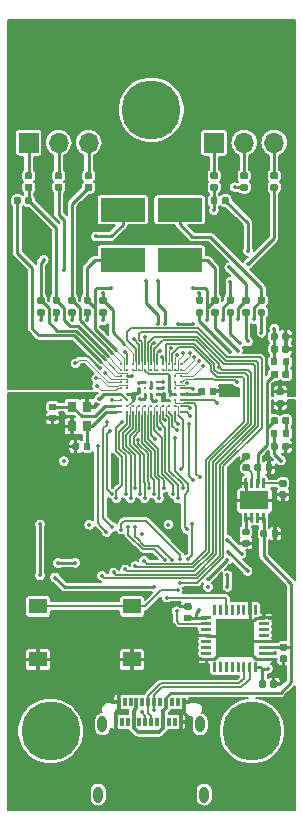
<source format=gbr>
%TF.GenerationSoftware,KiCad,Pcbnew,(5.1.2)-1*%
%TF.CreationDate,2022-05-17T10:19:51-05:00*%
%TF.ProjectId,aducm_board,61647563-6d5f-4626-9f61-72642e6b6963,1.6*%
%TF.SameCoordinates,Original*%
%TF.FileFunction,Copper,L1,Top*%
%TF.FilePolarity,Positive*%
%FSLAX46Y46*%
G04 Gerber Fmt 4.6, Leading zero omitted, Abs format (unit mm)*
G04 Created by KiCad (PCBNEW (5.1.2)-1) date 2022-05-17 10:19:51*
%MOMM*%
%LPD*%
G04 APERTURE LIST*
%TA.AperFunction,Conductor*%
%ADD10C,0.100000*%
%TD*%
%TA.AperFunction,SMDPad,CuDef*%
%ADD11C,0.560000*%
%TD*%
%TA.AperFunction,SMDPad,CuDef*%
%ADD12R,3.800000X2.000000*%
%TD*%
%TA.AperFunction,SMDPad,CuDef*%
%ADD13C,0.250000*%
%TD*%
%TA.AperFunction,SMDPad,CuDef*%
%ADD14C,0.240000*%
%TD*%
%TA.AperFunction,SMDPad,CuDef*%
%ADD15R,2.440000X1.600000*%
%TD*%
%TA.AperFunction,ComponentPad*%
%ADD16C,5.000000*%
%TD*%
%TA.AperFunction,SMDPad,CuDef*%
%ADD17C,0.540000*%
%TD*%
%TA.AperFunction,SMDPad,CuDef*%
%ADD18R,0.250000X0.250000*%
%TD*%
%TA.AperFunction,SMDPad,CuDef*%
%ADD19R,0.300000X0.700000*%
%TD*%
%TA.AperFunction,ComponentPad*%
%ADD20O,0.800000X1.400000*%
%TD*%
%TA.AperFunction,SMDPad,CuDef*%
%ADD21R,0.800000X0.900000*%
%TD*%
%TA.AperFunction,SMDPad,CuDef*%
%ADD22R,1.550000X1.300000*%
%TD*%
%TA.AperFunction,ComponentPad*%
%ADD23O,1.700000X1.700000*%
%TD*%
%TA.AperFunction,ComponentPad*%
%ADD24R,1.700000X1.700000*%
%TD*%
%TA.AperFunction,SMDPad,CuDef*%
%ADD25C,0.590000*%
%TD*%
%TA.AperFunction,SMDPad,CuDef*%
%ADD26R,3.300000X3.300000*%
%TD*%
%TA.AperFunction,ViaPad*%
%ADD27C,0.355600*%
%TD*%
%TA.AperFunction,Conductor*%
%ADD28C,0.076200*%
%TD*%
%TA.AperFunction,Conductor*%
%ADD29C,0.250000*%
%TD*%
%TA.AperFunction,Conductor*%
%ADD30C,0.152400*%
%TD*%
%TA.AperFunction,Conductor*%
%ADD31C,0.300000*%
%TD*%
%TA.AperFunction,Conductor*%
%ADD32C,0.254000*%
%TD*%
%TA.AperFunction,Conductor*%
%ADD33C,0.127000*%
%TD*%
%TA.AperFunction,Conductor*%
%ADD34C,0.355600*%
%TD*%
%TA.AperFunction,Conductor*%
%ADD35C,0.203200*%
%TD*%
G04 APERTURE END LIST*
D10*
%TO.N,DGND*%
%TO.C,C41*%
G36*
X149713722Y-123250674D02*
G01*
X149727313Y-123252690D01*
X149740640Y-123256028D01*
X149753576Y-123260657D01*
X149765996Y-123266531D01*
X149777780Y-123273594D01*
X149788815Y-123281779D01*
X149798995Y-123291005D01*
X149808221Y-123301185D01*
X149816406Y-123312220D01*
X149823469Y-123324004D01*
X149829343Y-123336424D01*
X149833972Y-123349360D01*
X149837310Y-123362687D01*
X149839326Y-123376278D01*
X149840000Y-123390000D01*
X149840000Y-123670000D01*
X149839326Y-123683722D01*
X149837310Y-123697313D01*
X149833972Y-123710640D01*
X149829343Y-123723576D01*
X149823469Y-123735996D01*
X149816406Y-123747780D01*
X149808221Y-123758815D01*
X149798995Y-123768995D01*
X149788815Y-123778221D01*
X149777780Y-123786406D01*
X149765996Y-123793469D01*
X149753576Y-123799343D01*
X149740640Y-123803972D01*
X149727313Y-123807310D01*
X149713722Y-123809326D01*
X149700000Y-123810000D01*
X149360000Y-123810000D01*
X149346278Y-123809326D01*
X149332687Y-123807310D01*
X149319360Y-123803972D01*
X149306424Y-123799343D01*
X149294004Y-123793469D01*
X149282220Y-123786406D01*
X149271185Y-123778221D01*
X149261005Y-123768995D01*
X149251779Y-123758815D01*
X149243594Y-123747780D01*
X149236531Y-123735996D01*
X149230657Y-123723576D01*
X149226028Y-123710640D01*
X149222690Y-123697313D01*
X149220674Y-123683722D01*
X149220000Y-123670000D01*
X149220000Y-123390000D01*
X149220674Y-123376278D01*
X149222690Y-123362687D01*
X149226028Y-123349360D01*
X149230657Y-123336424D01*
X149236531Y-123324004D01*
X149243594Y-123312220D01*
X149251779Y-123301185D01*
X149261005Y-123291005D01*
X149271185Y-123281779D01*
X149282220Y-123273594D01*
X149294004Y-123266531D01*
X149306424Y-123260657D01*
X149319360Y-123256028D01*
X149332687Y-123252690D01*
X149346278Y-123250674D01*
X149360000Y-123250000D01*
X149700000Y-123250000D01*
X149713722Y-123250674D01*
X149713722Y-123250674D01*
G37*
D11*
%TD*%
%TO.P,C41,2*%
%TO.N,DGND*%
X149530000Y-123530000D03*
D10*
%TO.N,Net-(C41-Pad1)*%
%TO.C,C41*%
G36*
X149713722Y-124210674D02*
G01*
X149727313Y-124212690D01*
X149740640Y-124216028D01*
X149753576Y-124220657D01*
X149765996Y-124226531D01*
X149777780Y-124233594D01*
X149788815Y-124241779D01*
X149798995Y-124251005D01*
X149808221Y-124261185D01*
X149816406Y-124272220D01*
X149823469Y-124284004D01*
X149829343Y-124296424D01*
X149833972Y-124309360D01*
X149837310Y-124322687D01*
X149839326Y-124336278D01*
X149840000Y-124350000D01*
X149840000Y-124630000D01*
X149839326Y-124643722D01*
X149837310Y-124657313D01*
X149833972Y-124670640D01*
X149829343Y-124683576D01*
X149823469Y-124695996D01*
X149816406Y-124707780D01*
X149808221Y-124718815D01*
X149798995Y-124728995D01*
X149788815Y-124738221D01*
X149777780Y-124746406D01*
X149765996Y-124753469D01*
X149753576Y-124759343D01*
X149740640Y-124763972D01*
X149727313Y-124767310D01*
X149713722Y-124769326D01*
X149700000Y-124770000D01*
X149360000Y-124770000D01*
X149346278Y-124769326D01*
X149332687Y-124767310D01*
X149319360Y-124763972D01*
X149306424Y-124759343D01*
X149294004Y-124753469D01*
X149282220Y-124746406D01*
X149271185Y-124738221D01*
X149261005Y-124728995D01*
X149251779Y-124718815D01*
X149243594Y-124707780D01*
X149236531Y-124695996D01*
X149230657Y-124683576D01*
X149226028Y-124670640D01*
X149222690Y-124657313D01*
X149220674Y-124643722D01*
X149220000Y-124630000D01*
X149220000Y-124350000D01*
X149220674Y-124336278D01*
X149222690Y-124322687D01*
X149226028Y-124309360D01*
X149230657Y-124296424D01*
X149236531Y-124284004D01*
X149243594Y-124272220D01*
X149251779Y-124261185D01*
X149261005Y-124251005D01*
X149271185Y-124241779D01*
X149282220Y-124233594D01*
X149294004Y-124226531D01*
X149306424Y-124220657D01*
X149319360Y-124216028D01*
X149332687Y-124212690D01*
X149346278Y-124210674D01*
X149360000Y-124210000D01*
X149700000Y-124210000D01*
X149713722Y-124210674D01*
X149713722Y-124210674D01*
G37*
D11*
%TD*%
%TO.P,C41,1*%
%TO.N,Net-(C41-Pad1)*%
X149530000Y-124490000D03*
D12*
%TO.P,TP4,1*%
%TO.N,/VBIAS1*%
X143900000Y-102670000D03*
%TD*%
%TO.P,TP3,1*%
%TO.N,/VBIAS0*%
X139090000Y-102670000D03*
%TD*%
D10*
%TO.N,3.3V*%
%TO.C,U3*%
G36*
X150578626Y-125405301D02*
G01*
X150584693Y-125406201D01*
X150590643Y-125407691D01*
X150596418Y-125409758D01*
X150601962Y-125412380D01*
X150607223Y-125415533D01*
X150612150Y-125419187D01*
X150616694Y-125423306D01*
X150620813Y-125427850D01*
X150624467Y-125432777D01*
X150627620Y-125438038D01*
X150630242Y-125443582D01*
X150632309Y-125449357D01*
X150633799Y-125455307D01*
X150634699Y-125461374D01*
X150635000Y-125467500D01*
X150635000Y-126192500D01*
X150634699Y-126198626D01*
X150633799Y-126204693D01*
X150632309Y-126210643D01*
X150630242Y-126216418D01*
X150627620Y-126221962D01*
X150624467Y-126227223D01*
X150620813Y-126232150D01*
X150616694Y-126236694D01*
X150612150Y-126240813D01*
X150607223Y-126244467D01*
X150601962Y-126247620D01*
X150596418Y-126250242D01*
X150590643Y-126252309D01*
X150584693Y-126253799D01*
X150578626Y-126254699D01*
X150572500Y-126255000D01*
X150447500Y-126255000D01*
X150441374Y-126254699D01*
X150435307Y-126253799D01*
X150429357Y-126252309D01*
X150423582Y-126250242D01*
X150418038Y-126247620D01*
X150412777Y-126244467D01*
X150407850Y-126240813D01*
X150403306Y-126236694D01*
X150399187Y-126232150D01*
X150395533Y-126227223D01*
X150392380Y-126221962D01*
X150389758Y-126216418D01*
X150387691Y-126210643D01*
X150386201Y-126204693D01*
X150385301Y-126198626D01*
X150385000Y-126192500D01*
X150385000Y-125467500D01*
X150385301Y-125461374D01*
X150386201Y-125455307D01*
X150387691Y-125449357D01*
X150389758Y-125443582D01*
X150392380Y-125438038D01*
X150395533Y-125432777D01*
X150399187Y-125427850D01*
X150403306Y-125423306D01*
X150407850Y-125419187D01*
X150412777Y-125415533D01*
X150418038Y-125412380D01*
X150423582Y-125409758D01*
X150429357Y-125407691D01*
X150435307Y-125406201D01*
X150441374Y-125405301D01*
X150447500Y-125405000D01*
X150572500Y-125405000D01*
X150578626Y-125405301D01*
X150578626Y-125405301D01*
G37*
D13*
%TD*%
%TO.P,U3,2*%
%TO.N,3.3V*%
X150510000Y-125830000D03*
D10*
%TO.N,Net-(C42-Pad1)*%
%TO.C,U3*%
G36*
X150078626Y-128305301D02*
G01*
X150084693Y-128306201D01*
X150090643Y-128307691D01*
X150096418Y-128309758D01*
X150101962Y-128312380D01*
X150107223Y-128315533D01*
X150112150Y-128319187D01*
X150116694Y-128323306D01*
X150120813Y-128327850D01*
X150124467Y-128332777D01*
X150127620Y-128338038D01*
X150130242Y-128343582D01*
X150132309Y-128349357D01*
X150133799Y-128355307D01*
X150134699Y-128361374D01*
X150135000Y-128367500D01*
X150135000Y-129092500D01*
X150134699Y-129098626D01*
X150133799Y-129104693D01*
X150132309Y-129110643D01*
X150130242Y-129116418D01*
X150127620Y-129121962D01*
X150124467Y-129127223D01*
X150120813Y-129132150D01*
X150116694Y-129136694D01*
X150112150Y-129140813D01*
X150107223Y-129144467D01*
X150101962Y-129147620D01*
X150096418Y-129150242D01*
X150090643Y-129152309D01*
X150084693Y-129153799D01*
X150078626Y-129154699D01*
X150072500Y-129155000D01*
X149947500Y-129155000D01*
X149941374Y-129154699D01*
X149935307Y-129153799D01*
X149929357Y-129152309D01*
X149923582Y-129150242D01*
X149918038Y-129147620D01*
X149912777Y-129144467D01*
X149907850Y-129140813D01*
X149903306Y-129136694D01*
X149899187Y-129132150D01*
X149895533Y-129127223D01*
X149892380Y-129121962D01*
X149889758Y-129116418D01*
X149887691Y-129110643D01*
X149886201Y-129104693D01*
X149885301Y-129098626D01*
X149885000Y-129092500D01*
X149885000Y-128367500D01*
X149885301Y-128361374D01*
X149886201Y-128355307D01*
X149887691Y-128349357D01*
X149889758Y-128343582D01*
X149892380Y-128338038D01*
X149895533Y-128332777D01*
X149899187Y-128327850D01*
X149903306Y-128323306D01*
X149907850Y-128319187D01*
X149912777Y-128315533D01*
X149918038Y-128312380D01*
X149923582Y-128309758D01*
X149929357Y-128307691D01*
X149935307Y-128306201D01*
X149941374Y-128305301D01*
X149947500Y-128305000D01*
X150072500Y-128305000D01*
X150078626Y-128305301D01*
X150078626Y-128305301D01*
G37*
D13*
%TD*%
%TO.P,U3,6*%
%TO.N,Net-(C42-Pad1)*%
X150010000Y-128730000D03*
D10*
%TO.N,5VUSB*%
%TO.C,U3*%
G36*
X150578626Y-128305301D02*
G01*
X150584693Y-128306201D01*
X150590643Y-128307691D01*
X150596418Y-128309758D01*
X150601962Y-128312380D01*
X150607223Y-128315533D01*
X150612150Y-128319187D01*
X150616694Y-128323306D01*
X150620813Y-128327850D01*
X150624467Y-128332777D01*
X150627620Y-128338038D01*
X150630242Y-128343582D01*
X150632309Y-128349357D01*
X150633799Y-128355307D01*
X150634699Y-128361374D01*
X150635000Y-128367500D01*
X150635000Y-129092500D01*
X150634699Y-129098626D01*
X150633799Y-129104693D01*
X150632309Y-129110643D01*
X150630242Y-129116418D01*
X150627620Y-129121962D01*
X150624467Y-129127223D01*
X150620813Y-129132150D01*
X150616694Y-129136694D01*
X150612150Y-129140813D01*
X150607223Y-129144467D01*
X150601962Y-129147620D01*
X150596418Y-129150242D01*
X150590643Y-129152309D01*
X150584693Y-129153799D01*
X150578626Y-129154699D01*
X150572500Y-129155000D01*
X150447500Y-129155000D01*
X150441374Y-129154699D01*
X150435307Y-129153799D01*
X150429357Y-129152309D01*
X150423582Y-129150242D01*
X150418038Y-129147620D01*
X150412777Y-129144467D01*
X150407850Y-129140813D01*
X150403306Y-129136694D01*
X150399187Y-129132150D01*
X150395533Y-129127223D01*
X150392380Y-129121962D01*
X150389758Y-129116418D01*
X150387691Y-129110643D01*
X150386201Y-129104693D01*
X150385301Y-129098626D01*
X150385000Y-129092500D01*
X150385000Y-128367500D01*
X150385301Y-128361374D01*
X150386201Y-128355307D01*
X150387691Y-128349357D01*
X150389758Y-128343582D01*
X150392380Y-128338038D01*
X150395533Y-128332777D01*
X150399187Y-128327850D01*
X150403306Y-128323306D01*
X150407850Y-128319187D01*
X150412777Y-128315533D01*
X150418038Y-128312380D01*
X150423582Y-128309758D01*
X150429357Y-128307691D01*
X150435307Y-128306201D01*
X150441374Y-128305301D01*
X150447500Y-128305000D01*
X150572500Y-128305000D01*
X150578626Y-128305301D01*
X150578626Y-128305301D01*
G37*
D13*
%TD*%
%TO.P,U3,7*%
%TO.N,5VUSB*%
X150510000Y-128730000D03*
D10*
%TO.N,Net-(C41-Pad1)*%
%TO.C,U3*%
G36*
X150078626Y-125405301D02*
G01*
X150084693Y-125406201D01*
X150090643Y-125407691D01*
X150096418Y-125409758D01*
X150101962Y-125412380D01*
X150107223Y-125415533D01*
X150112150Y-125419187D01*
X150116694Y-125423306D01*
X150120813Y-125427850D01*
X150124467Y-125432777D01*
X150127620Y-125438038D01*
X150130242Y-125443582D01*
X150132309Y-125449357D01*
X150133799Y-125455307D01*
X150134699Y-125461374D01*
X150135000Y-125467500D01*
X150135000Y-126192500D01*
X150134699Y-126198626D01*
X150133799Y-126204693D01*
X150132309Y-126210643D01*
X150130242Y-126216418D01*
X150127620Y-126221962D01*
X150124467Y-126227223D01*
X150120813Y-126232150D01*
X150116694Y-126236694D01*
X150112150Y-126240813D01*
X150107223Y-126244467D01*
X150101962Y-126247620D01*
X150096418Y-126250242D01*
X150090643Y-126252309D01*
X150084693Y-126253799D01*
X150078626Y-126254699D01*
X150072500Y-126255000D01*
X149947500Y-126255000D01*
X149941374Y-126254699D01*
X149935307Y-126253799D01*
X149929357Y-126252309D01*
X149923582Y-126250242D01*
X149918038Y-126247620D01*
X149912777Y-126244467D01*
X149907850Y-126240813D01*
X149903306Y-126236694D01*
X149899187Y-126232150D01*
X149895533Y-126227223D01*
X149892380Y-126221962D01*
X149889758Y-126216418D01*
X149887691Y-126210643D01*
X149886201Y-126204693D01*
X149885301Y-126198626D01*
X149885000Y-126192500D01*
X149885000Y-125467500D01*
X149885301Y-125461374D01*
X149886201Y-125455307D01*
X149887691Y-125449357D01*
X149889758Y-125443582D01*
X149892380Y-125438038D01*
X149895533Y-125432777D01*
X149899187Y-125427850D01*
X149903306Y-125423306D01*
X149907850Y-125419187D01*
X149912777Y-125415533D01*
X149918038Y-125412380D01*
X149923582Y-125409758D01*
X149929357Y-125407691D01*
X149935307Y-125406201D01*
X149941374Y-125405301D01*
X149947500Y-125405000D01*
X150072500Y-125405000D01*
X150078626Y-125405301D01*
X150078626Y-125405301D01*
G37*
D13*
%TD*%
%TO.P,U3,3*%
%TO.N,Net-(C41-Pad1)*%
X150010000Y-125830000D03*
D10*
%TO.N,Net-(C42-Pad1)*%
%TO.C,U3*%
G36*
X149575881Y-128305289D02*
G01*
X149581705Y-128306153D01*
X149587417Y-128307584D01*
X149592961Y-128309567D01*
X149598284Y-128312085D01*
X149603334Y-128315112D01*
X149608064Y-128318619D01*
X149612426Y-128322574D01*
X149616381Y-128326936D01*
X149619888Y-128331666D01*
X149622915Y-128336716D01*
X149625433Y-128342039D01*
X149627416Y-128347583D01*
X149628847Y-128353295D01*
X149629711Y-128359119D01*
X149630000Y-128365000D01*
X149630000Y-129095000D01*
X149629711Y-129100881D01*
X149628847Y-129106705D01*
X149627416Y-129112417D01*
X149625433Y-129117961D01*
X149622915Y-129123284D01*
X149619888Y-129128334D01*
X149616381Y-129133064D01*
X149612426Y-129137426D01*
X149608064Y-129141381D01*
X149603334Y-129144888D01*
X149598284Y-129147915D01*
X149592961Y-129150433D01*
X149587417Y-129152416D01*
X149581705Y-129153847D01*
X149575881Y-129154711D01*
X149570000Y-129155000D01*
X149450000Y-129155000D01*
X149444119Y-129154711D01*
X149438295Y-129153847D01*
X149432583Y-129152416D01*
X149427039Y-129150433D01*
X149421716Y-129147915D01*
X149416666Y-129144888D01*
X149411936Y-129141381D01*
X149407574Y-129137426D01*
X149403619Y-129133064D01*
X149400112Y-129128334D01*
X149397085Y-129123284D01*
X149394567Y-129117961D01*
X149392584Y-129112417D01*
X149391153Y-129106705D01*
X149390289Y-129100881D01*
X149390000Y-129095000D01*
X149390000Y-128365000D01*
X149390289Y-128359119D01*
X149391153Y-128353295D01*
X149392584Y-128347583D01*
X149394567Y-128342039D01*
X149397085Y-128336716D01*
X149400112Y-128331666D01*
X149403619Y-128326936D01*
X149407574Y-128322574D01*
X149411936Y-128318619D01*
X149416666Y-128315112D01*
X149421716Y-128312085D01*
X149427039Y-128309567D01*
X149432583Y-128307584D01*
X149438295Y-128306153D01*
X149444119Y-128305289D01*
X149450000Y-128305000D01*
X149570000Y-128305000D01*
X149575881Y-128305289D01*
X149575881Y-128305289D01*
G37*
D14*
%TD*%
%TO.P,U3,5*%
%TO.N,Net-(C42-Pad1)*%
X149510000Y-128730000D03*
D10*
%TO.N,DGND*%
%TO.C,U3*%
G36*
X149578626Y-125405301D02*
G01*
X149584693Y-125406201D01*
X149590643Y-125407691D01*
X149596418Y-125409758D01*
X149601962Y-125412380D01*
X149607223Y-125415533D01*
X149612150Y-125419187D01*
X149616694Y-125423306D01*
X149620813Y-125427850D01*
X149624467Y-125432777D01*
X149627620Y-125438038D01*
X149630242Y-125443582D01*
X149632309Y-125449357D01*
X149633799Y-125455307D01*
X149634699Y-125461374D01*
X149635000Y-125467500D01*
X149635000Y-126192500D01*
X149634699Y-126198626D01*
X149633799Y-126204693D01*
X149632309Y-126210643D01*
X149630242Y-126216418D01*
X149627620Y-126221962D01*
X149624467Y-126227223D01*
X149620813Y-126232150D01*
X149616694Y-126236694D01*
X149612150Y-126240813D01*
X149607223Y-126244467D01*
X149601962Y-126247620D01*
X149596418Y-126250242D01*
X149590643Y-126252309D01*
X149584693Y-126253799D01*
X149578626Y-126254699D01*
X149572500Y-126255000D01*
X149447500Y-126255000D01*
X149441374Y-126254699D01*
X149435307Y-126253799D01*
X149429357Y-126252309D01*
X149423582Y-126250242D01*
X149418038Y-126247620D01*
X149412777Y-126244467D01*
X149407850Y-126240813D01*
X149403306Y-126236694D01*
X149399187Y-126232150D01*
X149395533Y-126227223D01*
X149392380Y-126221962D01*
X149389758Y-126216418D01*
X149387691Y-126210643D01*
X149386201Y-126204693D01*
X149385301Y-126198626D01*
X149385000Y-126192500D01*
X149385000Y-125467500D01*
X149385301Y-125461374D01*
X149386201Y-125455307D01*
X149387691Y-125449357D01*
X149389758Y-125443582D01*
X149392380Y-125438038D01*
X149395533Y-125432777D01*
X149399187Y-125427850D01*
X149403306Y-125423306D01*
X149407850Y-125419187D01*
X149412777Y-125415533D01*
X149418038Y-125412380D01*
X149423582Y-125409758D01*
X149429357Y-125407691D01*
X149435307Y-125406201D01*
X149441374Y-125405301D01*
X149447500Y-125405000D01*
X149572500Y-125405000D01*
X149578626Y-125405301D01*
X149578626Y-125405301D01*
G37*
D13*
%TD*%
%TO.P,U3,4*%
%TO.N,DGND*%
X149510000Y-125830000D03*
D10*
%TO.N,5VUSB*%
%TO.C,U3*%
G36*
X151078626Y-128305301D02*
G01*
X151084693Y-128306201D01*
X151090643Y-128307691D01*
X151096418Y-128309758D01*
X151101962Y-128312380D01*
X151107223Y-128315533D01*
X151112150Y-128319187D01*
X151116694Y-128323306D01*
X151120813Y-128327850D01*
X151124467Y-128332777D01*
X151127620Y-128338038D01*
X151130242Y-128343582D01*
X151132309Y-128349357D01*
X151133799Y-128355307D01*
X151134699Y-128361374D01*
X151135000Y-128367500D01*
X151135000Y-129092500D01*
X151134699Y-129098626D01*
X151133799Y-129104693D01*
X151132309Y-129110643D01*
X151130242Y-129116418D01*
X151127620Y-129121962D01*
X151124467Y-129127223D01*
X151120813Y-129132150D01*
X151116694Y-129136694D01*
X151112150Y-129140813D01*
X151107223Y-129144467D01*
X151101962Y-129147620D01*
X151096418Y-129150242D01*
X151090643Y-129152309D01*
X151084693Y-129153799D01*
X151078626Y-129154699D01*
X151072500Y-129155000D01*
X150947500Y-129155000D01*
X150941374Y-129154699D01*
X150935307Y-129153799D01*
X150929357Y-129152309D01*
X150923582Y-129150242D01*
X150918038Y-129147620D01*
X150912777Y-129144467D01*
X150907850Y-129140813D01*
X150903306Y-129136694D01*
X150899187Y-129132150D01*
X150895533Y-129127223D01*
X150892380Y-129121962D01*
X150889758Y-129116418D01*
X150887691Y-129110643D01*
X150886201Y-129104693D01*
X150885301Y-129098626D01*
X150885000Y-129092500D01*
X150885000Y-128367500D01*
X150885301Y-128361374D01*
X150886201Y-128355307D01*
X150887691Y-128349357D01*
X150889758Y-128343582D01*
X150892380Y-128338038D01*
X150895533Y-128332777D01*
X150899187Y-128327850D01*
X150903306Y-128323306D01*
X150907850Y-128319187D01*
X150912777Y-128315533D01*
X150918038Y-128312380D01*
X150923582Y-128309758D01*
X150929357Y-128307691D01*
X150935307Y-128306201D01*
X150941374Y-128305301D01*
X150947500Y-128305000D01*
X151072500Y-128305000D01*
X151078626Y-128305301D01*
X151078626Y-128305301D01*
G37*
D13*
%TD*%
%TO.P,U3,8*%
%TO.N,5VUSB*%
X151010000Y-128730000D03*
D10*
%TO.N,Net-(C40-Pad1)*%
%TO.C,U3*%
G36*
X151078626Y-125405301D02*
G01*
X151084693Y-125406201D01*
X151090643Y-125407691D01*
X151096418Y-125409758D01*
X151101962Y-125412380D01*
X151107223Y-125415533D01*
X151112150Y-125419187D01*
X151116694Y-125423306D01*
X151120813Y-125427850D01*
X151124467Y-125432777D01*
X151127620Y-125438038D01*
X151130242Y-125443582D01*
X151132309Y-125449357D01*
X151133799Y-125455307D01*
X151134699Y-125461374D01*
X151135000Y-125467500D01*
X151135000Y-126192500D01*
X151134699Y-126198626D01*
X151133799Y-126204693D01*
X151132309Y-126210643D01*
X151130242Y-126216418D01*
X151127620Y-126221962D01*
X151124467Y-126227223D01*
X151120813Y-126232150D01*
X151116694Y-126236694D01*
X151112150Y-126240813D01*
X151107223Y-126244467D01*
X151101962Y-126247620D01*
X151096418Y-126250242D01*
X151090643Y-126252309D01*
X151084693Y-126253799D01*
X151078626Y-126254699D01*
X151072500Y-126255000D01*
X150947500Y-126255000D01*
X150941374Y-126254699D01*
X150935307Y-126253799D01*
X150929357Y-126252309D01*
X150923582Y-126250242D01*
X150918038Y-126247620D01*
X150912777Y-126244467D01*
X150907850Y-126240813D01*
X150903306Y-126236694D01*
X150899187Y-126232150D01*
X150895533Y-126227223D01*
X150892380Y-126221962D01*
X150889758Y-126216418D01*
X150887691Y-126210643D01*
X150886201Y-126204693D01*
X150885301Y-126198626D01*
X150885000Y-126192500D01*
X150885000Y-125467500D01*
X150885301Y-125461374D01*
X150886201Y-125455307D01*
X150887691Y-125449357D01*
X150889758Y-125443582D01*
X150892380Y-125438038D01*
X150895533Y-125432777D01*
X150899187Y-125427850D01*
X150903306Y-125423306D01*
X150907850Y-125419187D01*
X150912777Y-125415533D01*
X150918038Y-125412380D01*
X150923582Y-125409758D01*
X150929357Y-125407691D01*
X150935307Y-125406201D01*
X150941374Y-125405301D01*
X150947500Y-125405000D01*
X151072500Y-125405000D01*
X151078626Y-125405301D01*
X151078626Y-125405301D01*
G37*
D13*
%TD*%
%TO.P,U3,1*%
%TO.N,Net-(C40-Pad1)*%
X151010000Y-125830000D03*
D15*
%TO.P,U3,9*%
%TO.N,DGND*%
X150240000Y-127280000D03*
%TD*%
D16*
%TO.P,REF\002A\002A,1*%
%TO.N,N/C*%
X141500000Y-94200000D03*
%TD*%
%TO.P,REF\002A\002A,1*%
%TO.N,N/C*%
X150026001Y-146800000D03*
%TD*%
%TO.P,REF\002A\002A,1*%
%TO.N,N/C*%
X132973999Y-146800000D03*
%TD*%
D10*
%TO.N,DGND*%
%TO.C,C36*%
G36*
X144783722Y-135974675D02*
G01*
X144797313Y-135976691D01*
X144810640Y-135980029D01*
X144823576Y-135984658D01*
X144835996Y-135990532D01*
X144847780Y-135997595D01*
X144858815Y-136005780D01*
X144868995Y-136015006D01*
X144878221Y-136025186D01*
X144886406Y-136036221D01*
X144893469Y-136048005D01*
X144899343Y-136060425D01*
X144903972Y-136073361D01*
X144907310Y-136086688D01*
X144909326Y-136100279D01*
X144910000Y-136114001D01*
X144910000Y-136394001D01*
X144909326Y-136407723D01*
X144907310Y-136421314D01*
X144903972Y-136434641D01*
X144899343Y-136447577D01*
X144893469Y-136459997D01*
X144886406Y-136471781D01*
X144878221Y-136482816D01*
X144868995Y-136492996D01*
X144858815Y-136502222D01*
X144847780Y-136510407D01*
X144835996Y-136517470D01*
X144823576Y-136523344D01*
X144810640Y-136527973D01*
X144797313Y-136531311D01*
X144783722Y-136533327D01*
X144770000Y-136534001D01*
X144430000Y-136534001D01*
X144416278Y-136533327D01*
X144402687Y-136531311D01*
X144389360Y-136527973D01*
X144376424Y-136523344D01*
X144364004Y-136517470D01*
X144352220Y-136510407D01*
X144341185Y-136502222D01*
X144331005Y-136492996D01*
X144321779Y-136482816D01*
X144313594Y-136471781D01*
X144306531Y-136459997D01*
X144300657Y-136447577D01*
X144296028Y-136434641D01*
X144292690Y-136421314D01*
X144290674Y-136407723D01*
X144290000Y-136394001D01*
X144290000Y-136114001D01*
X144290674Y-136100279D01*
X144292690Y-136086688D01*
X144296028Y-136073361D01*
X144300657Y-136060425D01*
X144306531Y-136048005D01*
X144313594Y-136036221D01*
X144321779Y-136025186D01*
X144331005Y-136015006D01*
X144341185Y-136005780D01*
X144352220Y-135997595D01*
X144364004Y-135990532D01*
X144376424Y-135984658D01*
X144389360Y-135980029D01*
X144402687Y-135976691D01*
X144416278Y-135974675D01*
X144430000Y-135974001D01*
X144770000Y-135974001D01*
X144783722Y-135974675D01*
X144783722Y-135974675D01*
G37*
D11*
%TD*%
%TO.P,C36,2*%
%TO.N,DGND*%
X144600000Y-136254001D03*
D10*
%TO.N,/FTDI/3V3VOUT*%
%TO.C,C36*%
G36*
X144783722Y-136934675D02*
G01*
X144797313Y-136936691D01*
X144810640Y-136940029D01*
X144823576Y-136944658D01*
X144835996Y-136950532D01*
X144847780Y-136957595D01*
X144858815Y-136965780D01*
X144868995Y-136975006D01*
X144878221Y-136985186D01*
X144886406Y-136996221D01*
X144893469Y-137008005D01*
X144899343Y-137020425D01*
X144903972Y-137033361D01*
X144907310Y-137046688D01*
X144909326Y-137060279D01*
X144910000Y-137074001D01*
X144910000Y-137354001D01*
X144909326Y-137367723D01*
X144907310Y-137381314D01*
X144903972Y-137394641D01*
X144899343Y-137407577D01*
X144893469Y-137419997D01*
X144886406Y-137431781D01*
X144878221Y-137442816D01*
X144868995Y-137452996D01*
X144858815Y-137462222D01*
X144847780Y-137470407D01*
X144835996Y-137477470D01*
X144823576Y-137483344D01*
X144810640Y-137487973D01*
X144797313Y-137491311D01*
X144783722Y-137493327D01*
X144770000Y-137494001D01*
X144430000Y-137494001D01*
X144416278Y-137493327D01*
X144402687Y-137491311D01*
X144389360Y-137487973D01*
X144376424Y-137483344D01*
X144364004Y-137477470D01*
X144352220Y-137470407D01*
X144341185Y-137462222D01*
X144331005Y-137452996D01*
X144321779Y-137442816D01*
X144313594Y-137431781D01*
X144306531Y-137419997D01*
X144300657Y-137407577D01*
X144296028Y-137394641D01*
X144292690Y-137381314D01*
X144290674Y-137367723D01*
X144290000Y-137354001D01*
X144290000Y-137074001D01*
X144290674Y-137060279D01*
X144292690Y-137046688D01*
X144296028Y-137033361D01*
X144300657Y-137020425D01*
X144306531Y-137008005D01*
X144313594Y-136996221D01*
X144321779Y-136985186D01*
X144331005Y-136975006D01*
X144341185Y-136965780D01*
X144352220Y-136957595D01*
X144364004Y-136950532D01*
X144376424Y-136944658D01*
X144389360Y-136940029D01*
X144402687Y-136936691D01*
X144416278Y-136934675D01*
X144430000Y-136934001D01*
X144770000Y-136934001D01*
X144783722Y-136934675D01*
X144783722Y-136934675D01*
G37*
D11*
%TD*%
%TO.P,C36,1*%
%TO.N,/FTDI/3V3VOUT*%
X144600000Y-137214001D03*
D10*
%TO.N,/VZERO1Breakout*%
%TO.C,R22*%
G36*
X147090732Y-111090650D02*
G01*
X147103837Y-111092594D01*
X147116688Y-111095813D01*
X147129162Y-111100276D01*
X147141139Y-111105941D01*
X147152502Y-111112752D01*
X147163143Y-111120644D01*
X147172959Y-111129541D01*
X147181856Y-111139357D01*
X147189748Y-111149998D01*
X147196559Y-111161361D01*
X147202224Y-111173338D01*
X147206687Y-111185812D01*
X147209906Y-111198663D01*
X147211850Y-111211768D01*
X147212500Y-111225000D01*
X147212500Y-111495000D01*
X147211850Y-111508232D01*
X147209906Y-111521337D01*
X147206687Y-111534188D01*
X147202224Y-111546662D01*
X147196559Y-111558639D01*
X147189748Y-111570002D01*
X147181856Y-111580643D01*
X147172959Y-111590459D01*
X147163143Y-111599356D01*
X147152502Y-111607248D01*
X147141139Y-111614059D01*
X147129162Y-111619724D01*
X147116688Y-111624187D01*
X147103837Y-111627406D01*
X147090732Y-111629350D01*
X147077500Y-111630000D01*
X146707500Y-111630000D01*
X146694268Y-111629350D01*
X146681163Y-111627406D01*
X146668312Y-111624187D01*
X146655838Y-111619724D01*
X146643861Y-111614059D01*
X146632498Y-111607248D01*
X146621857Y-111599356D01*
X146612041Y-111590459D01*
X146603144Y-111580643D01*
X146595252Y-111570002D01*
X146588441Y-111558639D01*
X146582776Y-111546662D01*
X146578313Y-111534188D01*
X146575094Y-111521337D01*
X146573150Y-111508232D01*
X146572500Y-111495000D01*
X146572500Y-111225000D01*
X146573150Y-111211768D01*
X146575094Y-111198663D01*
X146578313Y-111185812D01*
X146582776Y-111173338D01*
X146588441Y-111161361D01*
X146595252Y-111149998D01*
X146603144Y-111139357D01*
X146612041Y-111129541D01*
X146621857Y-111120644D01*
X146632498Y-111112752D01*
X146643861Y-111105941D01*
X146655838Y-111100276D01*
X146668312Y-111095813D01*
X146681163Y-111092594D01*
X146694268Y-111090650D01*
X146707500Y-111090000D01*
X147077500Y-111090000D01*
X147090732Y-111090650D01*
X147090732Y-111090650D01*
G37*
D17*
%TD*%
%TO.P,R22,2*%
%TO.N,/VZERO1Breakout*%
X146892500Y-111360000D03*
D10*
%TO.N,/VZERO1*%
%TO.C,R22*%
G36*
X147090732Y-110070650D02*
G01*
X147103837Y-110072594D01*
X147116688Y-110075813D01*
X147129162Y-110080276D01*
X147141139Y-110085941D01*
X147152502Y-110092752D01*
X147163143Y-110100644D01*
X147172959Y-110109541D01*
X147181856Y-110119357D01*
X147189748Y-110129998D01*
X147196559Y-110141361D01*
X147202224Y-110153338D01*
X147206687Y-110165812D01*
X147209906Y-110178663D01*
X147211850Y-110191768D01*
X147212500Y-110205000D01*
X147212500Y-110475000D01*
X147211850Y-110488232D01*
X147209906Y-110501337D01*
X147206687Y-110514188D01*
X147202224Y-110526662D01*
X147196559Y-110538639D01*
X147189748Y-110550002D01*
X147181856Y-110560643D01*
X147172959Y-110570459D01*
X147163143Y-110579356D01*
X147152502Y-110587248D01*
X147141139Y-110594059D01*
X147129162Y-110599724D01*
X147116688Y-110604187D01*
X147103837Y-110607406D01*
X147090732Y-110609350D01*
X147077500Y-110610000D01*
X146707500Y-110610000D01*
X146694268Y-110609350D01*
X146681163Y-110607406D01*
X146668312Y-110604187D01*
X146655838Y-110599724D01*
X146643861Y-110594059D01*
X146632498Y-110587248D01*
X146621857Y-110579356D01*
X146612041Y-110570459D01*
X146603144Y-110560643D01*
X146595252Y-110550002D01*
X146588441Y-110538639D01*
X146582776Y-110526662D01*
X146578313Y-110514188D01*
X146575094Y-110501337D01*
X146573150Y-110488232D01*
X146572500Y-110475000D01*
X146572500Y-110205000D01*
X146573150Y-110191768D01*
X146575094Y-110178663D01*
X146578313Y-110165812D01*
X146582776Y-110153338D01*
X146588441Y-110141361D01*
X146595252Y-110129998D01*
X146603144Y-110119357D01*
X146612041Y-110109541D01*
X146621857Y-110100644D01*
X146632498Y-110092752D01*
X146643861Y-110085941D01*
X146655838Y-110080276D01*
X146668312Y-110075813D01*
X146681163Y-110072594D01*
X146694268Y-110070650D01*
X146707500Y-110070000D01*
X147077500Y-110070000D01*
X147090732Y-110070650D01*
X147090732Y-110070650D01*
G37*
D17*
%TD*%
%TO.P,R22,1*%
%TO.N,/VZERO1*%
X146892500Y-110340000D03*
D18*
%TO.P,U1,E5*%
%TO.N,Net-(U1-PadE5)*%
X140992000Y-117782000D03*
%TO.P,U1,E7*%
%TO.N,/P1.2_SPI1_CLK*%
X142008000Y-117782000D03*
%TO.P,U1,F6*%
%TO.N,/P1.4_SPI1_MISO*%
X141500000Y-118290000D03*
%TO.P,U1,F5*%
%TO.N,/P1.0*%
X140992000Y-118290000D03*
%TO.P,U1,F7*%
%TO.N,DGND*%
X142008000Y-118290000D03*
%TO.P,U1,D6*%
%TO.N,/P1.5_SPI1_~CS*%
X141500000Y-117274000D03*
%TO.P,U1,D5*%
%TO.N,/P1.1*%
X140992000Y-117274000D03*
%TO.P,U1,D7*%
%TO.N,/P1.3_SPI1_MOSI*%
X142008000Y-117274000D03*
%TO.P,U1,F10*%
%TO.N,AGND*%
X143532000Y-118290000D03*
%TO.P,U1,C10*%
%TO.N,/VBIAS1*%
X143532000Y-116766000D03*
%TO.P,U1,E10*%
%TO.N,Net-(U1-PadE10)*%
X143532000Y-117782000D03*
%TO.P,U1,G10*%
%TO.N,/PWM0*%
X143532000Y-118798000D03*
%TO.P,U1,D10*%
%TO.N,Net-(C23-Pad2)*%
X143532000Y-117274000D03*
%TO.P,U1,C11*%
%TO.N,/CAP_POT1*%
X144040000Y-116766000D03*
%TO.P,U1,F11*%
%TO.N,AVDD*%
X144040000Y-118290000D03*
%TO.P,U1,G11*%
%TO.N,Net-(C25-Pad2)*%
X144040000Y-118798000D03*
%TO.P,U1,D11*%
%TO.N,Net-(C23-Pad1)*%
X144040000Y-117274000D03*
%TO.P,U1,E11*%
%TO.N,Net-(C18-Pad1)*%
X144040000Y-117782000D03*
%TO.P,U1,D2*%
%TO.N,Net-(C22-Pad2)*%
X139468000Y-117274000D03*
%TO.P,U1,G2*%
%TO.N,DVDD*%
X139468000Y-118798000D03*
%TO.P,U1,C2*%
%TO.N,/VBIAS0*%
X139468000Y-116766000D03*
%TO.P,U1,E2*%
%TO.N,Net-(C17-Pad1)*%
X139468000Y-117782000D03*
%TO.P,U1,F2*%
%TO.N,DGND*%
X139468000Y-118290000D03*
%TO.P,U1,E1*%
%TO.N,Net-(C29-Pad1)*%
X138960000Y-117782000D03*
%TO.P,U1,C1*%
%TO.N,/CAP_POT0*%
X138960000Y-116766000D03*
%TO.P,U1,D1*%
%TO.N,Net-(C22-Pad1)*%
X138960000Y-117274000D03*
%TO.P,U1,G1*%
%TO.N,Net-(C28-Pad1)*%
X138960000Y-118798000D03*
%TO.P,U1,F1*%
%TO.N,DVDD*%
X138960000Y-118290000D03*
%TO.P,U1,J8*%
%TO.N,Net-(C27-Pad1)*%
X142516000Y-119814000D03*
%TO.P,U1,J3*%
%TO.N,/UART_SOUT*%
X139976000Y-119814000D03*
%TO.P,U1,J5*%
%TO.N,/P0.4_I2C_SCL*%
X140992000Y-119814000D03*
%TO.P,U1,J7*%
%TO.N,Net-(C31-Pad1)*%
X142008000Y-119814000D03*
%TO.P,U1,J9*%
%TO.N,Net-(C27-Pad2)*%
X143024000Y-119814000D03*
%TO.P,U1,J4*%
%TO.N,/P2.4*%
X140484000Y-119814000D03*
%TO.P,U1,J6*%
%TO.N,DVDD*%
X141500000Y-119814000D03*
%TO.P,U1,J1*%
%TO.N,/XTALO*%
X138960000Y-119814000D03*
%TO.P,U1,J10*%
%TO.N,/~RESET*%
X143532000Y-119814000D03*
%TO.P,U1,J11*%
%TO.N,Net-(C21-Pad1)*%
X144040000Y-119814000D03*
%TO.P,U1,J2*%
%TO.N,/UART_SIN*%
X139468000Y-119814000D03*
%TO.P,U1,H6*%
%TO.N,/P0.3_SPI0_~CS*%
X141500000Y-119306000D03*
%TO.P,U1,H5*%
%TO.N,/P0.5_I2C_SDA*%
X140992000Y-119306000D03*
%TO.P,U1,H8*%
%TO.N,/P0.1_SPI0_MOSI*%
X142516000Y-119306000D03*
%TO.P,U1,H7*%
%TO.N,/P0.2_SPI0_~MISO*%
X142008000Y-119306000D03*
%TO.P,U1,H1*%
%TO.N,/XTALI*%
X138960000Y-119306000D03*
%TO.P,U1,H2*%
%TO.N,DGND*%
X139468000Y-119306000D03*
%TO.P,U1,H9*%
%TO.N,/P0.0_SPI0_CLK*%
X143024000Y-119306000D03*
%TO.P,U1,H4*%
%TO.N,/SWDIO*%
X140484000Y-119306000D03*
%TO.P,U1,H11*%
%TO.N,Net-(C25-Pad1)*%
X144040000Y-119306000D03*
%TO.P,U1,H3*%
%TO.N,/SWCLK*%
X139976000Y-119306000D03*
%TO.P,U1,H10*%
%TO.N,/PWM1*%
X143532000Y-119306000D03*
%TO.P,U1,B6*%
%TO.N,/AIN2*%
X141500000Y-116258000D03*
%TO.P,U1,B5*%
%TO.N,AGND*%
X140992000Y-116258000D03*
%TO.P,U1,B8*%
%TO.N,/AIN1*%
X142516000Y-116258000D03*
%TO.P,U1,B7*%
%TO.N,/AIN3*%
X142008000Y-116258000D03*
%TO.P,U1,B1*%
%TO.N,/CE0*%
X138960000Y-116258000D03*
%TO.P,U1,B2*%
%TO.N,/VZERO0*%
X139468000Y-116258000D03*
%TO.P,U1,B9*%
%TO.N,/AIN0*%
X143024000Y-116258000D03*
%TO.P,U1,B4*%
%TO.N,/AIN5*%
X140484000Y-116258000D03*
%TO.P,U1,B11*%
%TO.N,/CE1*%
X144040000Y-116258000D03*
%TO.P,U1,B3*%
%TO.N,/AIN6*%
X139976000Y-116258000D03*
%TO.P,U1,B10*%
%TO.N,/VZERO1*%
X143532000Y-116258000D03*
%TO.P,U1,A9*%
%TO.N,/WE1*%
X143024000Y-115750000D03*
%TO.P,U1,A11*%
%TO.N,/RE1*%
X144040000Y-115750000D03*
%TO.P,U1,A10*%
%TO.N,Net-(C20-Pad2)*%
X143532000Y-115750000D03*
%TO.P,U1,A5*%
%TO.N,Net-(C16-Pad1)*%
X140992000Y-115750000D03*
%TO.P,U1,A6*%
%TO.N,Net-(R4-Pad2)*%
X141500000Y-115750000D03*
%TO.P,U1,A8*%
%TO.N,Net-(C15-Pad2)*%
X142516000Y-115750000D03*
%TO.P,U1,A7*%
%TO.N,Net-(R4-Pad1)*%
X142008000Y-115750000D03*
%TO.P,U1,A4*%
%TO.N,Net-(C14-Pad1)*%
X140484000Y-115750000D03*
%TO.P,U1,A3*%
%TO.N,/WE0*%
X139976000Y-115750000D03*
%TO.P,U1,A2*%
%TO.N,Net-(C19-Pad2)*%
X139468000Y-115750000D03*
%TO.P,U1,A1*%
%TO.N,/RE0*%
X138960000Y-115750000D03*
%TD*%
D12*
%TO.P,TP2,1*%
%TO.N,/VZERO0*%
X139100000Y-106910000D03*
%TD*%
D10*
%TO.N,/VBIAS1Breakout*%
%TO.C,R21*%
G36*
X151028232Y-111090650D02*
G01*
X151041337Y-111092594D01*
X151054188Y-111095813D01*
X151066662Y-111100276D01*
X151078639Y-111105941D01*
X151090002Y-111112752D01*
X151100643Y-111120644D01*
X151110459Y-111129541D01*
X151119356Y-111139357D01*
X151127248Y-111149998D01*
X151134059Y-111161361D01*
X151139724Y-111173338D01*
X151144187Y-111185812D01*
X151147406Y-111198663D01*
X151149350Y-111211768D01*
X151150000Y-111225000D01*
X151150000Y-111495000D01*
X151149350Y-111508232D01*
X151147406Y-111521337D01*
X151144187Y-111534188D01*
X151139724Y-111546662D01*
X151134059Y-111558639D01*
X151127248Y-111570002D01*
X151119356Y-111580643D01*
X151110459Y-111590459D01*
X151100643Y-111599356D01*
X151090002Y-111607248D01*
X151078639Y-111614059D01*
X151066662Y-111619724D01*
X151054188Y-111624187D01*
X151041337Y-111627406D01*
X151028232Y-111629350D01*
X151015000Y-111630000D01*
X150645000Y-111630000D01*
X150631768Y-111629350D01*
X150618663Y-111627406D01*
X150605812Y-111624187D01*
X150593338Y-111619724D01*
X150581361Y-111614059D01*
X150569998Y-111607248D01*
X150559357Y-111599356D01*
X150549541Y-111590459D01*
X150540644Y-111580643D01*
X150532752Y-111570002D01*
X150525941Y-111558639D01*
X150520276Y-111546662D01*
X150515813Y-111534188D01*
X150512594Y-111521337D01*
X150510650Y-111508232D01*
X150510000Y-111495000D01*
X150510000Y-111225000D01*
X150510650Y-111211768D01*
X150512594Y-111198663D01*
X150515813Y-111185812D01*
X150520276Y-111173338D01*
X150525941Y-111161361D01*
X150532752Y-111149998D01*
X150540644Y-111139357D01*
X150549541Y-111129541D01*
X150559357Y-111120644D01*
X150569998Y-111112752D01*
X150581361Y-111105941D01*
X150593338Y-111100276D01*
X150605812Y-111095813D01*
X150618663Y-111092594D01*
X150631768Y-111090650D01*
X150645000Y-111090000D01*
X151015000Y-111090000D01*
X151028232Y-111090650D01*
X151028232Y-111090650D01*
G37*
D17*
%TD*%
%TO.P,R21,2*%
%TO.N,/VBIAS1Breakout*%
X150830000Y-111360000D03*
D10*
%TO.N,/VBIAS1*%
%TO.C,R21*%
G36*
X151028232Y-110070650D02*
G01*
X151041337Y-110072594D01*
X151054188Y-110075813D01*
X151066662Y-110080276D01*
X151078639Y-110085941D01*
X151090002Y-110092752D01*
X151100643Y-110100644D01*
X151110459Y-110109541D01*
X151119356Y-110119357D01*
X151127248Y-110129998D01*
X151134059Y-110141361D01*
X151139724Y-110153338D01*
X151144187Y-110165812D01*
X151147406Y-110178663D01*
X151149350Y-110191768D01*
X151150000Y-110205000D01*
X151150000Y-110475000D01*
X151149350Y-110488232D01*
X151147406Y-110501337D01*
X151144187Y-110514188D01*
X151139724Y-110526662D01*
X151134059Y-110538639D01*
X151127248Y-110550002D01*
X151119356Y-110560643D01*
X151110459Y-110570459D01*
X151100643Y-110579356D01*
X151090002Y-110587248D01*
X151078639Y-110594059D01*
X151066662Y-110599724D01*
X151054188Y-110604187D01*
X151041337Y-110607406D01*
X151028232Y-110609350D01*
X151015000Y-110610000D01*
X150645000Y-110610000D01*
X150631768Y-110609350D01*
X150618663Y-110607406D01*
X150605812Y-110604187D01*
X150593338Y-110599724D01*
X150581361Y-110594059D01*
X150569998Y-110587248D01*
X150559357Y-110579356D01*
X150549541Y-110570459D01*
X150540644Y-110560643D01*
X150532752Y-110550002D01*
X150525941Y-110538639D01*
X150520276Y-110526662D01*
X150515813Y-110514188D01*
X150512594Y-110501337D01*
X150510650Y-110488232D01*
X150510000Y-110475000D01*
X150510000Y-110205000D01*
X150510650Y-110191768D01*
X150512594Y-110178663D01*
X150515813Y-110165812D01*
X150520276Y-110153338D01*
X150525941Y-110141361D01*
X150532752Y-110129998D01*
X150540644Y-110119357D01*
X150549541Y-110109541D01*
X150559357Y-110100644D01*
X150569998Y-110092752D01*
X150581361Y-110085941D01*
X150593338Y-110080276D01*
X150605812Y-110075813D01*
X150618663Y-110072594D01*
X150631768Y-110070650D01*
X150645000Y-110070000D01*
X151015000Y-110070000D01*
X151028232Y-110070650D01*
X151028232Y-110070650D01*
G37*
D17*
%TD*%
%TO.P,R21,1*%
%TO.N,/VBIAS1*%
X150830000Y-110340000D03*
D10*
%TO.N,/CE1Breakout*%
%TO.C,R20*%
G36*
X149715732Y-111090650D02*
G01*
X149728837Y-111092594D01*
X149741688Y-111095813D01*
X149754162Y-111100276D01*
X149766139Y-111105941D01*
X149777502Y-111112752D01*
X149788143Y-111120644D01*
X149797959Y-111129541D01*
X149806856Y-111139357D01*
X149814748Y-111149998D01*
X149821559Y-111161361D01*
X149827224Y-111173338D01*
X149831687Y-111185812D01*
X149834906Y-111198663D01*
X149836850Y-111211768D01*
X149837500Y-111225000D01*
X149837500Y-111495000D01*
X149836850Y-111508232D01*
X149834906Y-111521337D01*
X149831687Y-111534188D01*
X149827224Y-111546662D01*
X149821559Y-111558639D01*
X149814748Y-111570002D01*
X149806856Y-111580643D01*
X149797959Y-111590459D01*
X149788143Y-111599356D01*
X149777502Y-111607248D01*
X149766139Y-111614059D01*
X149754162Y-111619724D01*
X149741688Y-111624187D01*
X149728837Y-111627406D01*
X149715732Y-111629350D01*
X149702500Y-111630000D01*
X149332500Y-111630000D01*
X149319268Y-111629350D01*
X149306163Y-111627406D01*
X149293312Y-111624187D01*
X149280838Y-111619724D01*
X149268861Y-111614059D01*
X149257498Y-111607248D01*
X149246857Y-111599356D01*
X149237041Y-111590459D01*
X149228144Y-111580643D01*
X149220252Y-111570002D01*
X149213441Y-111558639D01*
X149207776Y-111546662D01*
X149203313Y-111534188D01*
X149200094Y-111521337D01*
X149198150Y-111508232D01*
X149197500Y-111495000D01*
X149197500Y-111225000D01*
X149198150Y-111211768D01*
X149200094Y-111198663D01*
X149203313Y-111185812D01*
X149207776Y-111173338D01*
X149213441Y-111161361D01*
X149220252Y-111149998D01*
X149228144Y-111139357D01*
X149237041Y-111129541D01*
X149246857Y-111120644D01*
X149257498Y-111112752D01*
X149268861Y-111105941D01*
X149280838Y-111100276D01*
X149293312Y-111095813D01*
X149306163Y-111092594D01*
X149319268Y-111090650D01*
X149332500Y-111090000D01*
X149702500Y-111090000D01*
X149715732Y-111090650D01*
X149715732Y-111090650D01*
G37*
D17*
%TD*%
%TO.P,R20,2*%
%TO.N,/CE1Breakout*%
X149517500Y-111360000D03*
D10*
%TO.N,/CE1*%
%TO.C,R20*%
G36*
X149715732Y-110070650D02*
G01*
X149728837Y-110072594D01*
X149741688Y-110075813D01*
X149754162Y-110080276D01*
X149766139Y-110085941D01*
X149777502Y-110092752D01*
X149788143Y-110100644D01*
X149797959Y-110109541D01*
X149806856Y-110119357D01*
X149814748Y-110129998D01*
X149821559Y-110141361D01*
X149827224Y-110153338D01*
X149831687Y-110165812D01*
X149834906Y-110178663D01*
X149836850Y-110191768D01*
X149837500Y-110205000D01*
X149837500Y-110475000D01*
X149836850Y-110488232D01*
X149834906Y-110501337D01*
X149831687Y-110514188D01*
X149827224Y-110526662D01*
X149821559Y-110538639D01*
X149814748Y-110550002D01*
X149806856Y-110560643D01*
X149797959Y-110570459D01*
X149788143Y-110579356D01*
X149777502Y-110587248D01*
X149766139Y-110594059D01*
X149754162Y-110599724D01*
X149741688Y-110604187D01*
X149728837Y-110607406D01*
X149715732Y-110609350D01*
X149702500Y-110610000D01*
X149332500Y-110610000D01*
X149319268Y-110609350D01*
X149306163Y-110607406D01*
X149293312Y-110604187D01*
X149280838Y-110599724D01*
X149268861Y-110594059D01*
X149257498Y-110587248D01*
X149246857Y-110579356D01*
X149237041Y-110570459D01*
X149228144Y-110560643D01*
X149220252Y-110550002D01*
X149213441Y-110538639D01*
X149207776Y-110526662D01*
X149203313Y-110514188D01*
X149200094Y-110501337D01*
X149198150Y-110488232D01*
X149197500Y-110475000D01*
X149197500Y-110205000D01*
X149198150Y-110191768D01*
X149200094Y-110178663D01*
X149203313Y-110165812D01*
X149207776Y-110153338D01*
X149213441Y-110141361D01*
X149220252Y-110129998D01*
X149228144Y-110119357D01*
X149237041Y-110109541D01*
X149246857Y-110100644D01*
X149257498Y-110092752D01*
X149268861Y-110085941D01*
X149280838Y-110080276D01*
X149293312Y-110075813D01*
X149306163Y-110072594D01*
X149319268Y-110070650D01*
X149332500Y-110070000D01*
X149702500Y-110070000D01*
X149715732Y-110070650D01*
X149715732Y-110070650D01*
G37*
D17*
%TD*%
%TO.P,R20,1*%
%TO.N,/CE1*%
X149517500Y-110340000D03*
D10*
%TO.N,/WE1*%
%TO.C,R19*%
G36*
X145778232Y-110070650D02*
G01*
X145791337Y-110072594D01*
X145804188Y-110075813D01*
X145816662Y-110080276D01*
X145828639Y-110085941D01*
X145840002Y-110092752D01*
X145850643Y-110100644D01*
X145860459Y-110109541D01*
X145869356Y-110119357D01*
X145877248Y-110129998D01*
X145884059Y-110141361D01*
X145889724Y-110153338D01*
X145894187Y-110165812D01*
X145897406Y-110178663D01*
X145899350Y-110191768D01*
X145900000Y-110205000D01*
X145900000Y-110475000D01*
X145899350Y-110488232D01*
X145897406Y-110501337D01*
X145894187Y-110514188D01*
X145889724Y-110526662D01*
X145884059Y-110538639D01*
X145877248Y-110550002D01*
X145869356Y-110560643D01*
X145860459Y-110570459D01*
X145850643Y-110579356D01*
X145840002Y-110587248D01*
X145828639Y-110594059D01*
X145816662Y-110599724D01*
X145804188Y-110604187D01*
X145791337Y-110607406D01*
X145778232Y-110609350D01*
X145765000Y-110610000D01*
X145395000Y-110610000D01*
X145381768Y-110609350D01*
X145368663Y-110607406D01*
X145355812Y-110604187D01*
X145343338Y-110599724D01*
X145331361Y-110594059D01*
X145319998Y-110587248D01*
X145309357Y-110579356D01*
X145299541Y-110570459D01*
X145290644Y-110560643D01*
X145282752Y-110550002D01*
X145275941Y-110538639D01*
X145270276Y-110526662D01*
X145265813Y-110514188D01*
X145262594Y-110501337D01*
X145260650Y-110488232D01*
X145260000Y-110475000D01*
X145260000Y-110205000D01*
X145260650Y-110191768D01*
X145262594Y-110178663D01*
X145265813Y-110165812D01*
X145270276Y-110153338D01*
X145275941Y-110141361D01*
X145282752Y-110129998D01*
X145290644Y-110119357D01*
X145299541Y-110109541D01*
X145309357Y-110100644D01*
X145319998Y-110092752D01*
X145331361Y-110085941D01*
X145343338Y-110080276D01*
X145355812Y-110075813D01*
X145368663Y-110072594D01*
X145381768Y-110070650D01*
X145395000Y-110070000D01*
X145765000Y-110070000D01*
X145778232Y-110070650D01*
X145778232Y-110070650D01*
G37*
D17*
%TD*%
%TO.P,R19,2*%
%TO.N,/WE1*%
X145580000Y-110340000D03*
D10*
%TO.N,/WE1Breakout*%
%TO.C,R19*%
G36*
X145778232Y-111090650D02*
G01*
X145791337Y-111092594D01*
X145804188Y-111095813D01*
X145816662Y-111100276D01*
X145828639Y-111105941D01*
X145840002Y-111112752D01*
X145850643Y-111120644D01*
X145860459Y-111129541D01*
X145869356Y-111139357D01*
X145877248Y-111149998D01*
X145884059Y-111161361D01*
X145889724Y-111173338D01*
X145894187Y-111185812D01*
X145897406Y-111198663D01*
X145899350Y-111211768D01*
X145900000Y-111225000D01*
X145900000Y-111495000D01*
X145899350Y-111508232D01*
X145897406Y-111521337D01*
X145894187Y-111534188D01*
X145889724Y-111546662D01*
X145884059Y-111558639D01*
X145877248Y-111570002D01*
X145869356Y-111580643D01*
X145860459Y-111590459D01*
X145850643Y-111599356D01*
X145840002Y-111607248D01*
X145828639Y-111614059D01*
X145816662Y-111619724D01*
X145804188Y-111624187D01*
X145791337Y-111627406D01*
X145778232Y-111629350D01*
X145765000Y-111630000D01*
X145395000Y-111630000D01*
X145381768Y-111629350D01*
X145368663Y-111627406D01*
X145355812Y-111624187D01*
X145343338Y-111619724D01*
X145331361Y-111614059D01*
X145319998Y-111607248D01*
X145309357Y-111599356D01*
X145299541Y-111590459D01*
X145290644Y-111580643D01*
X145282752Y-111570002D01*
X145275941Y-111558639D01*
X145270276Y-111546662D01*
X145265813Y-111534188D01*
X145262594Y-111521337D01*
X145260650Y-111508232D01*
X145260000Y-111495000D01*
X145260000Y-111225000D01*
X145260650Y-111211768D01*
X145262594Y-111198663D01*
X145265813Y-111185812D01*
X145270276Y-111173338D01*
X145275941Y-111161361D01*
X145282752Y-111149998D01*
X145290644Y-111139357D01*
X145299541Y-111129541D01*
X145309357Y-111120644D01*
X145319998Y-111112752D01*
X145331361Y-111105941D01*
X145343338Y-111100276D01*
X145355812Y-111095813D01*
X145368663Y-111092594D01*
X145381768Y-111090650D01*
X145395000Y-111090000D01*
X145765000Y-111090000D01*
X145778232Y-111090650D01*
X145778232Y-111090650D01*
G37*
D17*
%TD*%
%TO.P,R19,1*%
%TO.N,/WE1Breakout*%
X145580000Y-111360000D03*
D10*
%TO.N,/RE1*%
%TO.C,R18*%
G36*
X148403232Y-110070650D02*
G01*
X148416337Y-110072594D01*
X148429188Y-110075813D01*
X148441662Y-110080276D01*
X148453639Y-110085941D01*
X148465002Y-110092752D01*
X148475643Y-110100644D01*
X148485459Y-110109541D01*
X148494356Y-110119357D01*
X148502248Y-110129998D01*
X148509059Y-110141361D01*
X148514724Y-110153338D01*
X148519187Y-110165812D01*
X148522406Y-110178663D01*
X148524350Y-110191768D01*
X148525000Y-110205000D01*
X148525000Y-110475000D01*
X148524350Y-110488232D01*
X148522406Y-110501337D01*
X148519187Y-110514188D01*
X148514724Y-110526662D01*
X148509059Y-110538639D01*
X148502248Y-110550002D01*
X148494356Y-110560643D01*
X148485459Y-110570459D01*
X148475643Y-110579356D01*
X148465002Y-110587248D01*
X148453639Y-110594059D01*
X148441662Y-110599724D01*
X148429188Y-110604187D01*
X148416337Y-110607406D01*
X148403232Y-110609350D01*
X148390000Y-110610000D01*
X148020000Y-110610000D01*
X148006768Y-110609350D01*
X147993663Y-110607406D01*
X147980812Y-110604187D01*
X147968338Y-110599724D01*
X147956361Y-110594059D01*
X147944998Y-110587248D01*
X147934357Y-110579356D01*
X147924541Y-110570459D01*
X147915644Y-110560643D01*
X147907752Y-110550002D01*
X147900941Y-110538639D01*
X147895276Y-110526662D01*
X147890813Y-110514188D01*
X147887594Y-110501337D01*
X147885650Y-110488232D01*
X147885000Y-110475000D01*
X147885000Y-110205000D01*
X147885650Y-110191768D01*
X147887594Y-110178663D01*
X147890813Y-110165812D01*
X147895276Y-110153338D01*
X147900941Y-110141361D01*
X147907752Y-110129998D01*
X147915644Y-110119357D01*
X147924541Y-110109541D01*
X147934357Y-110100644D01*
X147944998Y-110092752D01*
X147956361Y-110085941D01*
X147968338Y-110080276D01*
X147980812Y-110075813D01*
X147993663Y-110072594D01*
X148006768Y-110070650D01*
X148020000Y-110070000D01*
X148390000Y-110070000D01*
X148403232Y-110070650D01*
X148403232Y-110070650D01*
G37*
D17*
%TD*%
%TO.P,R18,2*%
%TO.N,/RE1*%
X148205000Y-110340000D03*
D10*
%TO.N,/RE1Breakout*%
%TO.C,R18*%
G36*
X148403232Y-111090650D02*
G01*
X148416337Y-111092594D01*
X148429188Y-111095813D01*
X148441662Y-111100276D01*
X148453639Y-111105941D01*
X148465002Y-111112752D01*
X148475643Y-111120644D01*
X148485459Y-111129541D01*
X148494356Y-111139357D01*
X148502248Y-111149998D01*
X148509059Y-111161361D01*
X148514724Y-111173338D01*
X148519187Y-111185812D01*
X148522406Y-111198663D01*
X148524350Y-111211768D01*
X148525000Y-111225000D01*
X148525000Y-111495000D01*
X148524350Y-111508232D01*
X148522406Y-111521337D01*
X148519187Y-111534188D01*
X148514724Y-111546662D01*
X148509059Y-111558639D01*
X148502248Y-111570002D01*
X148494356Y-111580643D01*
X148485459Y-111590459D01*
X148475643Y-111599356D01*
X148465002Y-111607248D01*
X148453639Y-111614059D01*
X148441662Y-111619724D01*
X148429188Y-111624187D01*
X148416337Y-111627406D01*
X148403232Y-111629350D01*
X148390000Y-111630000D01*
X148020000Y-111630000D01*
X148006768Y-111629350D01*
X147993663Y-111627406D01*
X147980812Y-111624187D01*
X147968338Y-111619724D01*
X147956361Y-111614059D01*
X147944998Y-111607248D01*
X147934357Y-111599356D01*
X147924541Y-111590459D01*
X147915644Y-111580643D01*
X147907752Y-111570002D01*
X147900941Y-111558639D01*
X147895276Y-111546662D01*
X147890813Y-111534188D01*
X147887594Y-111521337D01*
X147885650Y-111508232D01*
X147885000Y-111495000D01*
X147885000Y-111225000D01*
X147885650Y-111211768D01*
X147887594Y-111198663D01*
X147890813Y-111185812D01*
X147895276Y-111173338D01*
X147900941Y-111161361D01*
X147907752Y-111149998D01*
X147915644Y-111139357D01*
X147924541Y-111129541D01*
X147934357Y-111120644D01*
X147944998Y-111112752D01*
X147956361Y-111105941D01*
X147968338Y-111100276D01*
X147980812Y-111095813D01*
X147993663Y-111092594D01*
X148006768Y-111090650D01*
X148020000Y-111090000D01*
X148390000Y-111090000D01*
X148403232Y-111090650D01*
X148403232Y-111090650D01*
G37*
D17*
%TD*%
%TO.P,R18,1*%
%TO.N,/RE1Breakout*%
X148205000Y-111360000D03*
D10*
%TO.N,/VBIAS0Breakout*%
%TO.C,R17*%
G36*
X132348232Y-111090650D02*
G01*
X132361337Y-111092594D01*
X132374188Y-111095813D01*
X132386662Y-111100276D01*
X132398639Y-111105941D01*
X132410002Y-111112752D01*
X132420643Y-111120644D01*
X132430459Y-111129541D01*
X132439356Y-111139357D01*
X132447248Y-111149998D01*
X132454059Y-111161361D01*
X132459724Y-111173338D01*
X132464187Y-111185812D01*
X132467406Y-111198663D01*
X132469350Y-111211768D01*
X132470000Y-111225000D01*
X132470000Y-111495000D01*
X132469350Y-111508232D01*
X132467406Y-111521337D01*
X132464187Y-111534188D01*
X132459724Y-111546662D01*
X132454059Y-111558639D01*
X132447248Y-111570002D01*
X132439356Y-111580643D01*
X132430459Y-111590459D01*
X132420643Y-111599356D01*
X132410002Y-111607248D01*
X132398639Y-111614059D01*
X132386662Y-111619724D01*
X132374188Y-111624187D01*
X132361337Y-111627406D01*
X132348232Y-111629350D01*
X132335000Y-111630000D01*
X131965000Y-111630000D01*
X131951768Y-111629350D01*
X131938663Y-111627406D01*
X131925812Y-111624187D01*
X131913338Y-111619724D01*
X131901361Y-111614059D01*
X131889998Y-111607248D01*
X131879357Y-111599356D01*
X131869541Y-111590459D01*
X131860644Y-111580643D01*
X131852752Y-111570002D01*
X131845941Y-111558639D01*
X131840276Y-111546662D01*
X131835813Y-111534188D01*
X131832594Y-111521337D01*
X131830650Y-111508232D01*
X131830000Y-111495000D01*
X131830000Y-111225000D01*
X131830650Y-111211768D01*
X131832594Y-111198663D01*
X131835813Y-111185812D01*
X131840276Y-111173338D01*
X131845941Y-111161361D01*
X131852752Y-111149998D01*
X131860644Y-111139357D01*
X131869541Y-111129541D01*
X131879357Y-111120644D01*
X131889998Y-111112752D01*
X131901361Y-111105941D01*
X131913338Y-111100276D01*
X131925812Y-111095813D01*
X131938663Y-111092594D01*
X131951768Y-111090650D01*
X131965000Y-111090000D01*
X132335000Y-111090000D01*
X132348232Y-111090650D01*
X132348232Y-111090650D01*
G37*
D17*
%TD*%
%TO.P,R17,2*%
%TO.N,/VBIAS0Breakout*%
X132150000Y-111360000D03*
D10*
%TO.N,/VBIAS0*%
%TO.C,R17*%
G36*
X132348232Y-110070650D02*
G01*
X132361337Y-110072594D01*
X132374188Y-110075813D01*
X132386662Y-110080276D01*
X132398639Y-110085941D01*
X132410002Y-110092752D01*
X132420643Y-110100644D01*
X132430459Y-110109541D01*
X132439356Y-110119357D01*
X132447248Y-110129998D01*
X132454059Y-110141361D01*
X132459724Y-110153338D01*
X132464187Y-110165812D01*
X132467406Y-110178663D01*
X132469350Y-110191768D01*
X132470000Y-110205000D01*
X132470000Y-110475000D01*
X132469350Y-110488232D01*
X132467406Y-110501337D01*
X132464187Y-110514188D01*
X132459724Y-110526662D01*
X132454059Y-110538639D01*
X132447248Y-110550002D01*
X132439356Y-110560643D01*
X132430459Y-110570459D01*
X132420643Y-110579356D01*
X132410002Y-110587248D01*
X132398639Y-110594059D01*
X132386662Y-110599724D01*
X132374188Y-110604187D01*
X132361337Y-110607406D01*
X132348232Y-110609350D01*
X132335000Y-110610000D01*
X131965000Y-110610000D01*
X131951768Y-110609350D01*
X131938663Y-110607406D01*
X131925812Y-110604187D01*
X131913338Y-110599724D01*
X131901361Y-110594059D01*
X131889998Y-110587248D01*
X131879357Y-110579356D01*
X131869541Y-110570459D01*
X131860644Y-110560643D01*
X131852752Y-110550002D01*
X131845941Y-110538639D01*
X131840276Y-110526662D01*
X131835813Y-110514188D01*
X131832594Y-110501337D01*
X131830650Y-110488232D01*
X131830000Y-110475000D01*
X131830000Y-110205000D01*
X131830650Y-110191768D01*
X131832594Y-110178663D01*
X131835813Y-110165812D01*
X131840276Y-110153338D01*
X131845941Y-110141361D01*
X131852752Y-110129998D01*
X131860644Y-110119357D01*
X131869541Y-110109541D01*
X131879357Y-110100644D01*
X131889998Y-110092752D01*
X131901361Y-110085941D01*
X131913338Y-110080276D01*
X131925812Y-110075813D01*
X131938663Y-110072594D01*
X131951768Y-110070650D01*
X131965000Y-110070000D01*
X132335000Y-110070000D01*
X132348232Y-110070650D01*
X132348232Y-110070650D01*
G37*
D17*
%TD*%
%TO.P,R17,1*%
%TO.N,/VBIAS0*%
X132150000Y-110340000D03*
D10*
%TO.N,/VZERO0Breakout*%
%TO.C,R16*%
G36*
X136285732Y-111090650D02*
G01*
X136298837Y-111092594D01*
X136311688Y-111095813D01*
X136324162Y-111100276D01*
X136336139Y-111105941D01*
X136347502Y-111112752D01*
X136358143Y-111120644D01*
X136367959Y-111129541D01*
X136376856Y-111139357D01*
X136384748Y-111149998D01*
X136391559Y-111161361D01*
X136397224Y-111173338D01*
X136401687Y-111185812D01*
X136404906Y-111198663D01*
X136406850Y-111211768D01*
X136407500Y-111225000D01*
X136407500Y-111495000D01*
X136406850Y-111508232D01*
X136404906Y-111521337D01*
X136401687Y-111534188D01*
X136397224Y-111546662D01*
X136391559Y-111558639D01*
X136384748Y-111570002D01*
X136376856Y-111580643D01*
X136367959Y-111590459D01*
X136358143Y-111599356D01*
X136347502Y-111607248D01*
X136336139Y-111614059D01*
X136324162Y-111619724D01*
X136311688Y-111624187D01*
X136298837Y-111627406D01*
X136285732Y-111629350D01*
X136272500Y-111630000D01*
X135902500Y-111630000D01*
X135889268Y-111629350D01*
X135876163Y-111627406D01*
X135863312Y-111624187D01*
X135850838Y-111619724D01*
X135838861Y-111614059D01*
X135827498Y-111607248D01*
X135816857Y-111599356D01*
X135807041Y-111590459D01*
X135798144Y-111580643D01*
X135790252Y-111570002D01*
X135783441Y-111558639D01*
X135777776Y-111546662D01*
X135773313Y-111534188D01*
X135770094Y-111521337D01*
X135768150Y-111508232D01*
X135767500Y-111495000D01*
X135767500Y-111225000D01*
X135768150Y-111211768D01*
X135770094Y-111198663D01*
X135773313Y-111185812D01*
X135777776Y-111173338D01*
X135783441Y-111161361D01*
X135790252Y-111149998D01*
X135798144Y-111139357D01*
X135807041Y-111129541D01*
X135816857Y-111120644D01*
X135827498Y-111112752D01*
X135838861Y-111105941D01*
X135850838Y-111100276D01*
X135863312Y-111095813D01*
X135876163Y-111092594D01*
X135889268Y-111090650D01*
X135902500Y-111090000D01*
X136272500Y-111090000D01*
X136285732Y-111090650D01*
X136285732Y-111090650D01*
G37*
D17*
%TD*%
%TO.P,R16,2*%
%TO.N,/VZERO0Breakout*%
X136087500Y-111360000D03*
D10*
%TO.N,/VZERO0*%
%TO.C,R16*%
G36*
X136285732Y-110070650D02*
G01*
X136298837Y-110072594D01*
X136311688Y-110075813D01*
X136324162Y-110080276D01*
X136336139Y-110085941D01*
X136347502Y-110092752D01*
X136358143Y-110100644D01*
X136367959Y-110109541D01*
X136376856Y-110119357D01*
X136384748Y-110129998D01*
X136391559Y-110141361D01*
X136397224Y-110153338D01*
X136401687Y-110165812D01*
X136404906Y-110178663D01*
X136406850Y-110191768D01*
X136407500Y-110205000D01*
X136407500Y-110475000D01*
X136406850Y-110488232D01*
X136404906Y-110501337D01*
X136401687Y-110514188D01*
X136397224Y-110526662D01*
X136391559Y-110538639D01*
X136384748Y-110550002D01*
X136376856Y-110560643D01*
X136367959Y-110570459D01*
X136358143Y-110579356D01*
X136347502Y-110587248D01*
X136336139Y-110594059D01*
X136324162Y-110599724D01*
X136311688Y-110604187D01*
X136298837Y-110607406D01*
X136285732Y-110609350D01*
X136272500Y-110610000D01*
X135902500Y-110610000D01*
X135889268Y-110609350D01*
X135876163Y-110607406D01*
X135863312Y-110604187D01*
X135850838Y-110599724D01*
X135838861Y-110594059D01*
X135827498Y-110587248D01*
X135816857Y-110579356D01*
X135807041Y-110570459D01*
X135798144Y-110560643D01*
X135790252Y-110550002D01*
X135783441Y-110538639D01*
X135777776Y-110526662D01*
X135773313Y-110514188D01*
X135770094Y-110501337D01*
X135768150Y-110488232D01*
X135767500Y-110475000D01*
X135767500Y-110205000D01*
X135768150Y-110191768D01*
X135770094Y-110178663D01*
X135773313Y-110165812D01*
X135777776Y-110153338D01*
X135783441Y-110141361D01*
X135790252Y-110129998D01*
X135798144Y-110119357D01*
X135807041Y-110109541D01*
X135816857Y-110100644D01*
X135827498Y-110092752D01*
X135838861Y-110085941D01*
X135850838Y-110080276D01*
X135863312Y-110075813D01*
X135876163Y-110072594D01*
X135889268Y-110070650D01*
X135902500Y-110070000D01*
X136272500Y-110070000D01*
X136285732Y-110070650D01*
X136285732Y-110070650D01*
G37*
D17*
%TD*%
%TO.P,R16,1*%
%TO.N,/VZERO0*%
X136087500Y-110340000D03*
D10*
%TO.N,/RE0Breakout*%
%TO.C,R15*%
G36*
X134973232Y-111090650D02*
G01*
X134986337Y-111092594D01*
X134999188Y-111095813D01*
X135011662Y-111100276D01*
X135023639Y-111105941D01*
X135035002Y-111112752D01*
X135045643Y-111120644D01*
X135055459Y-111129541D01*
X135064356Y-111139357D01*
X135072248Y-111149998D01*
X135079059Y-111161361D01*
X135084724Y-111173338D01*
X135089187Y-111185812D01*
X135092406Y-111198663D01*
X135094350Y-111211768D01*
X135095000Y-111225000D01*
X135095000Y-111495000D01*
X135094350Y-111508232D01*
X135092406Y-111521337D01*
X135089187Y-111534188D01*
X135084724Y-111546662D01*
X135079059Y-111558639D01*
X135072248Y-111570002D01*
X135064356Y-111580643D01*
X135055459Y-111590459D01*
X135045643Y-111599356D01*
X135035002Y-111607248D01*
X135023639Y-111614059D01*
X135011662Y-111619724D01*
X134999188Y-111624187D01*
X134986337Y-111627406D01*
X134973232Y-111629350D01*
X134960000Y-111630000D01*
X134590000Y-111630000D01*
X134576768Y-111629350D01*
X134563663Y-111627406D01*
X134550812Y-111624187D01*
X134538338Y-111619724D01*
X134526361Y-111614059D01*
X134514998Y-111607248D01*
X134504357Y-111599356D01*
X134494541Y-111590459D01*
X134485644Y-111580643D01*
X134477752Y-111570002D01*
X134470941Y-111558639D01*
X134465276Y-111546662D01*
X134460813Y-111534188D01*
X134457594Y-111521337D01*
X134455650Y-111508232D01*
X134455000Y-111495000D01*
X134455000Y-111225000D01*
X134455650Y-111211768D01*
X134457594Y-111198663D01*
X134460813Y-111185812D01*
X134465276Y-111173338D01*
X134470941Y-111161361D01*
X134477752Y-111149998D01*
X134485644Y-111139357D01*
X134494541Y-111129541D01*
X134504357Y-111120644D01*
X134514998Y-111112752D01*
X134526361Y-111105941D01*
X134538338Y-111100276D01*
X134550812Y-111095813D01*
X134563663Y-111092594D01*
X134576768Y-111090650D01*
X134590000Y-111090000D01*
X134960000Y-111090000D01*
X134973232Y-111090650D01*
X134973232Y-111090650D01*
G37*
D17*
%TD*%
%TO.P,R15,2*%
%TO.N,/RE0Breakout*%
X134775000Y-111360000D03*
D10*
%TO.N,/RE0*%
%TO.C,R15*%
G36*
X134973232Y-110070650D02*
G01*
X134986337Y-110072594D01*
X134999188Y-110075813D01*
X135011662Y-110080276D01*
X135023639Y-110085941D01*
X135035002Y-110092752D01*
X135045643Y-110100644D01*
X135055459Y-110109541D01*
X135064356Y-110119357D01*
X135072248Y-110129998D01*
X135079059Y-110141361D01*
X135084724Y-110153338D01*
X135089187Y-110165812D01*
X135092406Y-110178663D01*
X135094350Y-110191768D01*
X135095000Y-110205000D01*
X135095000Y-110475000D01*
X135094350Y-110488232D01*
X135092406Y-110501337D01*
X135089187Y-110514188D01*
X135084724Y-110526662D01*
X135079059Y-110538639D01*
X135072248Y-110550002D01*
X135064356Y-110560643D01*
X135055459Y-110570459D01*
X135045643Y-110579356D01*
X135035002Y-110587248D01*
X135023639Y-110594059D01*
X135011662Y-110599724D01*
X134999188Y-110604187D01*
X134986337Y-110607406D01*
X134973232Y-110609350D01*
X134960000Y-110610000D01*
X134590000Y-110610000D01*
X134576768Y-110609350D01*
X134563663Y-110607406D01*
X134550812Y-110604187D01*
X134538338Y-110599724D01*
X134526361Y-110594059D01*
X134514998Y-110587248D01*
X134504357Y-110579356D01*
X134494541Y-110570459D01*
X134485644Y-110560643D01*
X134477752Y-110550002D01*
X134470941Y-110538639D01*
X134465276Y-110526662D01*
X134460813Y-110514188D01*
X134457594Y-110501337D01*
X134455650Y-110488232D01*
X134455000Y-110475000D01*
X134455000Y-110205000D01*
X134455650Y-110191768D01*
X134457594Y-110178663D01*
X134460813Y-110165812D01*
X134465276Y-110153338D01*
X134470941Y-110141361D01*
X134477752Y-110129998D01*
X134485644Y-110119357D01*
X134494541Y-110109541D01*
X134504357Y-110100644D01*
X134514998Y-110092752D01*
X134526361Y-110085941D01*
X134538338Y-110080276D01*
X134550812Y-110075813D01*
X134563663Y-110072594D01*
X134576768Y-110070650D01*
X134590000Y-110070000D01*
X134960000Y-110070000D01*
X134973232Y-110070650D01*
X134973232Y-110070650D01*
G37*
D17*
%TD*%
%TO.P,R15,1*%
%TO.N,/RE0*%
X134775000Y-110340000D03*
D10*
%TO.N,/WE0Breakout*%
%TO.C,R14*%
G36*
X137598232Y-111090650D02*
G01*
X137611337Y-111092594D01*
X137624188Y-111095813D01*
X137636662Y-111100276D01*
X137648639Y-111105941D01*
X137660002Y-111112752D01*
X137670643Y-111120644D01*
X137680459Y-111129541D01*
X137689356Y-111139357D01*
X137697248Y-111149998D01*
X137704059Y-111161361D01*
X137709724Y-111173338D01*
X137714187Y-111185812D01*
X137717406Y-111198663D01*
X137719350Y-111211768D01*
X137720000Y-111225000D01*
X137720000Y-111495000D01*
X137719350Y-111508232D01*
X137717406Y-111521337D01*
X137714187Y-111534188D01*
X137709724Y-111546662D01*
X137704059Y-111558639D01*
X137697248Y-111570002D01*
X137689356Y-111580643D01*
X137680459Y-111590459D01*
X137670643Y-111599356D01*
X137660002Y-111607248D01*
X137648639Y-111614059D01*
X137636662Y-111619724D01*
X137624188Y-111624187D01*
X137611337Y-111627406D01*
X137598232Y-111629350D01*
X137585000Y-111630000D01*
X137215000Y-111630000D01*
X137201768Y-111629350D01*
X137188663Y-111627406D01*
X137175812Y-111624187D01*
X137163338Y-111619724D01*
X137151361Y-111614059D01*
X137139998Y-111607248D01*
X137129357Y-111599356D01*
X137119541Y-111590459D01*
X137110644Y-111580643D01*
X137102752Y-111570002D01*
X137095941Y-111558639D01*
X137090276Y-111546662D01*
X137085813Y-111534188D01*
X137082594Y-111521337D01*
X137080650Y-111508232D01*
X137080000Y-111495000D01*
X137080000Y-111225000D01*
X137080650Y-111211768D01*
X137082594Y-111198663D01*
X137085813Y-111185812D01*
X137090276Y-111173338D01*
X137095941Y-111161361D01*
X137102752Y-111149998D01*
X137110644Y-111139357D01*
X137119541Y-111129541D01*
X137129357Y-111120644D01*
X137139998Y-111112752D01*
X137151361Y-111105941D01*
X137163338Y-111100276D01*
X137175812Y-111095813D01*
X137188663Y-111092594D01*
X137201768Y-111090650D01*
X137215000Y-111090000D01*
X137585000Y-111090000D01*
X137598232Y-111090650D01*
X137598232Y-111090650D01*
G37*
D17*
%TD*%
%TO.P,R14,2*%
%TO.N,/WE0Breakout*%
X137400000Y-111360000D03*
D10*
%TO.N,/WE0*%
%TO.C,R14*%
G36*
X137598232Y-110070650D02*
G01*
X137611337Y-110072594D01*
X137624188Y-110075813D01*
X137636662Y-110080276D01*
X137648639Y-110085941D01*
X137660002Y-110092752D01*
X137670643Y-110100644D01*
X137680459Y-110109541D01*
X137689356Y-110119357D01*
X137697248Y-110129998D01*
X137704059Y-110141361D01*
X137709724Y-110153338D01*
X137714187Y-110165812D01*
X137717406Y-110178663D01*
X137719350Y-110191768D01*
X137720000Y-110205000D01*
X137720000Y-110475000D01*
X137719350Y-110488232D01*
X137717406Y-110501337D01*
X137714187Y-110514188D01*
X137709724Y-110526662D01*
X137704059Y-110538639D01*
X137697248Y-110550002D01*
X137689356Y-110560643D01*
X137680459Y-110570459D01*
X137670643Y-110579356D01*
X137660002Y-110587248D01*
X137648639Y-110594059D01*
X137636662Y-110599724D01*
X137624188Y-110604187D01*
X137611337Y-110607406D01*
X137598232Y-110609350D01*
X137585000Y-110610000D01*
X137215000Y-110610000D01*
X137201768Y-110609350D01*
X137188663Y-110607406D01*
X137175812Y-110604187D01*
X137163338Y-110599724D01*
X137151361Y-110594059D01*
X137139998Y-110587248D01*
X137129357Y-110579356D01*
X137119541Y-110570459D01*
X137110644Y-110560643D01*
X137102752Y-110550002D01*
X137095941Y-110538639D01*
X137090276Y-110526662D01*
X137085813Y-110514188D01*
X137082594Y-110501337D01*
X137080650Y-110488232D01*
X137080000Y-110475000D01*
X137080000Y-110205000D01*
X137080650Y-110191768D01*
X137082594Y-110178663D01*
X137085813Y-110165812D01*
X137090276Y-110153338D01*
X137095941Y-110141361D01*
X137102752Y-110129998D01*
X137110644Y-110119357D01*
X137119541Y-110109541D01*
X137129357Y-110100644D01*
X137139998Y-110092752D01*
X137151361Y-110085941D01*
X137163338Y-110080276D01*
X137175812Y-110075813D01*
X137188663Y-110072594D01*
X137201768Y-110070650D01*
X137215000Y-110070000D01*
X137585000Y-110070000D01*
X137598232Y-110070650D01*
X137598232Y-110070650D01*
G37*
D17*
%TD*%
%TO.P,R14,1*%
%TO.N,/WE0*%
X137400000Y-110340000D03*
D10*
%TO.N,/CE0Breakout*%
%TO.C,R13*%
G36*
X133660732Y-111090650D02*
G01*
X133673837Y-111092594D01*
X133686688Y-111095813D01*
X133699162Y-111100276D01*
X133711139Y-111105941D01*
X133722502Y-111112752D01*
X133733143Y-111120644D01*
X133742959Y-111129541D01*
X133751856Y-111139357D01*
X133759748Y-111149998D01*
X133766559Y-111161361D01*
X133772224Y-111173338D01*
X133776687Y-111185812D01*
X133779906Y-111198663D01*
X133781850Y-111211768D01*
X133782500Y-111225000D01*
X133782500Y-111495000D01*
X133781850Y-111508232D01*
X133779906Y-111521337D01*
X133776687Y-111534188D01*
X133772224Y-111546662D01*
X133766559Y-111558639D01*
X133759748Y-111570002D01*
X133751856Y-111580643D01*
X133742959Y-111590459D01*
X133733143Y-111599356D01*
X133722502Y-111607248D01*
X133711139Y-111614059D01*
X133699162Y-111619724D01*
X133686688Y-111624187D01*
X133673837Y-111627406D01*
X133660732Y-111629350D01*
X133647500Y-111630000D01*
X133277500Y-111630000D01*
X133264268Y-111629350D01*
X133251163Y-111627406D01*
X133238312Y-111624187D01*
X133225838Y-111619724D01*
X133213861Y-111614059D01*
X133202498Y-111607248D01*
X133191857Y-111599356D01*
X133182041Y-111590459D01*
X133173144Y-111580643D01*
X133165252Y-111570002D01*
X133158441Y-111558639D01*
X133152776Y-111546662D01*
X133148313Y-111534188D01*
X133145094Y-111521337D01*
X133143150Y-111508232D01*
X133142500Y-111495000D01*
X133142500Y-111225000D01*
X133143150Y-111211768D01*
X133145094Y-111198663D01*
X133148313Y-111185812D01*
X133152776Y-111173338D01*
X133158441Y-111161361D01*
X133165252Y-111149998D01*
X133173144Y-111139357D01*
X133182041Y-111129541D01*
X133191857Y-111120644D01*
X133202498Y-111112752D01*
X133213861Y-111105941D01*
X133225838Y-111100276D01*
X133238312Y-111095813D01*
X133251163Y-111092594D01*
X133264268Y-111090650D01*
X133277500Y-111090000D01*
X133647500Y-111090000D01*
X133660732Y-111090650D01*
X133660732Y-111090650D01*
G37*
D17*
%TD*%
%TO.P,R13,2*%
%TO.N,/CE0Breakout*%
X133462500Y-111360000D03*
D10*
%TO.N,/CE0*%
%TO.C,R13*%
G36*
X133660732Y-110070650D02*
G01*
X133673837Y-110072594D01*
X133686688Y-110075813D01*
X133699162Y-110080276D01*
X133711139Y-110085941D01*
X133722502Y-110092752D01*
X133733143Y-110100644D01*
X133742959Y-110109541D01*
X133751856Y-110119357D01*
X133759748Y-110129998D01*
X133766559Y-110141361D01*
X133772224Y-110153338D01*
X133776687Y-110165812D01*
X133779906Y-110178663D01*
X133781850Y-110191768D01*
X133782500Y-110205000D01*
X133782500Y-110475000D01*
X133781850Y-110488232D01*
X133779906Y-110501337D01*
X133776687Y-110514188D01*
X133772224Y-110526662D01*
X133766559Y-110538639D01*
X133759748Y-110550002D01*
X133751856Y-110560643D01*
X133742959Y-110570459D01*
X133733143Y-110579356D01*
X133722502Y-110587248D01*
X133711139Y-110594059D01*
X133699162Y-110599724D01*
X133686688Y-110604187D01*
X133673837Y-110607406D01*
X133660732Y-110609350D01*
X133647500Y-110610000D01*
X133277500Y-110610000D01*
X133264268Y-110609350D01*
X133251163Y-110607406D01*
X133238312Y-110604187D01*
X133225838Y-110599724D01*
X133213861Y-110594059D01*
X133202498Y-110587248D01*
X133191857Y-110579356D01*
X133182041Y-110570459D01*
X133173144Y-110560643D01*
X133165252Y-110550002D01*
X133158441Y-110538639D01*
X133152776Y-110526662D01*
X133148313Y-110514188D01*
X133145094Y-110501337D01*
X133143150Y-110488232D01*
X133142500Y-110475000D01*
X133142500Y-110205000D01*
X133143150Y-110191768D01*
X133145094Y-110178663D01*
X133148313Y-110165812D01*
X133152776Y-110153338D01*
X133158441Y-110141361D01*
X133165252Y-110129998D01*
X133173144Y-110119357D01*
X133182041Y-110109541D01*
X133191857Y-110100644D01*
X133202498Y-110092752D01*
X133213861Y-110085941D01*
X133225838Y-110080276D01*
X133238312Y-110075813D01*
X133251163Y-110072594D01*
X133264268Y-110070650D01*
X133277500Y-110070000D01*
X133647500Y-110070000D01*
X133660732Y-110070650D01*
X133660732Y-110070650D01*
G37*
D17*
%TD*%
%TO.P,R13,1*%
%TO.N,/CE0*%
X133462500Y-110340000D03*
D19*
%TO.P,J1,B12*%
%TO.N,DGND*%
X138500000Y-146020000D03*
%TO.P,J1,B11*%
%TO.N,N/C*%
X139000000Y-146020000D03*
%TO.P,J1,B10*%
X139500000Y-146020000D03*
%TO.P,J1,B9*%
%TO.N,5VUSB*%
X140000000Y-146020000D03*
%TO.P,J1,B8*%
%TO.N,Net-(J1-PadB8)*%
X140500000Y-146020000D03*
%TO.P,J1,B7*%
%TO.N,/FTDI/USBD-*%
X141000000Y-146020000D03*
%TO.P,J1,B6*%
%TO.N,/FTDI/USBD+*%
X141500000Y-146020000D03*
%TO.P,J1,B5*%
%TO.N,Net-(J1-PadB5)*%
X142000000Y-146020000D03*
%TO.P,J1,B4*%
%TO.N,5VUSB*%
X142500000Y-146020000D03*
%TO.P,J1,B3*%
%TO.N,N/C*%
X143000000Y-146020000D03*
%TO.P,J1,B2*%
X143500000Y-146020000D03*
D20*
%TO.P,J1,S1*%
%TO.N,Net-(J1-PadS1)*%
X137010000Y-152180000D03*
X145990000Y-152180000D03*
X145630000Y-146230000D03*
D19*
%TO.P,J1,B1*%
%TO.N,DGND*%
X144000000Y-146020000D03*
%TO.P,J1,A11*%
%TO.N,N/C*%
X143750000Y-144320000D03*
%TO.P,J1,A8*%
%TO.N,Net-(J1-PadA8)*%
X142250000Y-144320000D03*
%TO.P,J1,A9*%
%TO.N,5VUSB*%
X142750000Y-144320000D03*
%TO.P,J1,A10*%
%TO.N,N/C*%
X143250000Y-144320000D03*
%TO.P,J1,A12*%
%TO.N,DGND*%
X144250000Y-144320000D03*
%TO.P,J1,A7*%
%TO.N,/FTDI/USBD-*%
X141750000Y-144320000D03*
%TO.P,J1,A6*%
%TO.N,/FTDI/USBD+*%
X141250000Y-144320000D03*
%TO.P,J1,A5*%
%TO.N,Net-(J1-PadA5)*%
X140750000Y-144320000D03*
%TO.P,J1,A4*%
%TO.N,5VUSB*%
X140250000Y-144320000D03*
%TO.P,J1,A3*%
%TO.N,N/C*%
X139750000Y-144320000D03*
%TO.P,J1,A2*%
X139250000Y-144320000D03*
%TO.P,J1,A1*%
%TO.N,DGND*%
X138750000Y-144320000D03*
D20*
%TO.P,J1,S1*%
%TO.N,Net-(J1-PadS1)*%
X137370000Y-146230000D03*
%TD*%
D10*
%TO.N,/CAP_POT0*%
%TO.C,C44*%
G36*
X130313722Y-101580674D02*
G01*
X130327313Y-101582690D01*
X130340640Y-101586028D01*
X130353576Y-101590657D01*
X130365996Y-101596531D01*
X130377780Y-101603594D01*
X130388815Y-101611779D01*
X130398995Y-101621005D01*
X130408221Y-101631185D01*
X130416406Y-101642220D01*
X130423469Y-101654004D01*
X130429343Y-101666424D01*
X130433972Y-101679360D01*
X130437310Y-101692687D01*
X130439326Y-101706278D01*
X130440000Y-101720000D01*
X130440000Y-102060000D01*
X130439326Y-102073722D01*
X130437310Y-102087313D01*
X130433972Y-102100640D01*
X130429343Y-102113576D01*
X130423469Y-102125996D01*
X130416406Y-102137780D01*
X130408221Y-102148815D01*
X130398995Y-102158995D01*
X130388815Y-102168221D01*
X130377780Y-102176406D01*
X130365996Y-102183469D01*
X130353576Y-102189343D01*
X130340640Y-102193972D01*
X130327313Y-102197310D01*
X130313722Y-102199326D01*
X130300000Y-102200000D01*
X130020000Y-102200000D01*
X130006278Y-102199326D01*
X129992687Y-102197310D01*
X129979360Y-102193972D01*
X129966424Y-102189343D01*
X129954004Y-102183469D01*
X129942220Y-102176406D01*
X129931185Y-102168221D01*
X129921005Y-102158995D01*
X129911779Y-102148815D01*
X129903594Y-102137780D01*
X129896531Y-102125996D01*
X129890657Y-102113576D01*
X129886028Y-102100640D01*
X129882690Y-102087313D01*
X129880674Y-102073722D01*
X129880000Y-102060000D01*
X129880000Y-101720000D01*
X129880674Y-101706278D01*
X129882690Y-101692687D01*
X129886028Y-101679360D01*
X129890657Y-101666424D01*
X129896531Y-101654004D01*
X129903594Y-101642220D01*
X129911779Y-101631185D01*
X129921005Y-101621005D01*
X129931185Y-101611779D01*
X129942220Y-101603594D01*
X129954004Y-101596531D01*
X129966424Y-101590657D01*
X129979360Y-101586028D01*
X129992687Y-101582690D01*
X130006278Y-101580674D01*
X130020000Y-101580000D01*
X130300000Y-101580000D01*
X130313722Y-101580674D01*
X130313722Y-101580674D01*
G37*
D11*
%TD*%
%TO.P,C44,2*%
%TO.N,/CAP_POT0*%
X130160000Y-101890000D03*
D10*
%TO.N,/CE0*%
%TO.C,C44*%
G36*
X131273722Y-101580674D02*
G01*
X131287313Y-101582690D01*
X131300640Y-101586028D01*
X131313576Y-101590657D01*
X131325996Y-101596531D01*
X131337780Y-101603594D01*
X131348815Y-101611779D01*
X131358995Y-101621005D01*
X131368221Y-101631185D01*
X131376406Y-101642220D01*
X131383469Y-101654004D01*
X131389343Y-101666424D01*
X131393972Y-101679360D01*
X131397310Y-101692687D01*
X131399326Y-101706278D01*
X131400000Y-101720000D01*
X131400000Y-102060000D01*
X131399326Y-102073722D01*
X131397310Y-102087313D01*
X131393972Y-102100640D01*
X131389343Y-102113576D01*
X131383469Y-102125996D01*
X131376406Y-102137780D01*
X131368221Y-102148815D01*
X131358995Y-102158995D01*
X131348815Y-102168221D01*
X131337780Y-102176406D01*
X131325996Y-102183469D01*
X131313576Y-102189343D01*
X131300640Y-102193972D01*
X131287313Y-102197310D01*
X131273722Y-102199326D01*
X131260000Y-102200000D01*
X130980000Y-102200000D01*
X130966278Y-102199326D01*
X130952687Y-102197310D01*
X130939360Y-102193972D01*
X130926424Y-102189343D01*
X130914004Y-102183469D01*
X130902220Y-102176406D01*
X130891185Y-102168221D01*
X130881005Y-102158995D01*
X130871779Y-102148815D01*
X130863594Y-102137780D01*
X130856531Y-102125996D01*
X130850657Y-102113576D01*
X130846028Y-102100640D01*
X130842690Y-102087313D01*
X130840674Y-102073722D01*
X130840000Y-102060000D01*
X130840000Y-101720000D01*
X130840674Y-101706278D01*
X130842690Y-101692687D01*
X130846028Y-101679360D01*
X130850657Y-101666424D01*
X130856531Y-101654004D01*
X130863594Y-101642220D01*
X130871779Y-101631185D01*
X130881005Y-101621005D01*
X130891185Y-101611779D01*
X130902220Y-101603594D01*
X130914004Y-101596531D01*
X130926424Y-101590657D01*
X130939360Y-101586028D01*
X130952687Y-101582690D01*
X130966278Y-101580674D01*
X130980000Y-101580000D01*
X131260000Y-101580000D01*
X131273722Y-101580674D01*
X131273722Y-101580674D01*
G37*
D11*
%TD*%
%TO.P,C44,1*%
%TO.N,/CE0*%
X131120000Y-101890000D03*
D21*
%TO.P,Y1,4*%
%TO.N,DGND*%
X136050000Y-119350000D03*
%TO.P,Y1,2*%
X134800000Y-121000000D03*
%TO.P,Y1,3*%
%TO.N,/XTALO*%
X136050000Y-121000000D03*
%TO.P,Y1,1*%
%TO.N,/XTALI*%
X134800000Y-119350000D03*
%TD*%
D12*
%TO.P,TP1,1*%
%TO.N,/VZERO1*%
X143900000Y-106910000D03*
%TD*%
D22*
%TO.P,SW1,2*%
%TO.N,DGND*%
X139865000Y-140740000D03*
X131915000Y-140740000D03*
%TO.P,SW1,1*%
%TO.N,/~RESET*%
X139865000Y-136240000D03*
X131915000Y-136240000D03*
%TD*%
D10*
%TO.N,Net-(FB2-Pad1)*%
%TO.C,R3*%
G36*
X153078232Y-121285650D02*
G01*
X153091337Y-121287594D01*
X153104188Y-121290813D01*
X153116662Y-121295276D01*
X153128639Y-121300941D01*
X153140002Y-121307752D01*
X153150643Y-121315644D01*
X153160459Y-121324541D01*
X153169356Y-121334357D01*
X153177248Y-121344998D01*
X153184059Y-121356361D01*
X153189724Y-121368338D01*
X153194187Y-121380812D01*
X153197406Y-121393663D01*
X153199350Y-121406768D01*
X153200000Y-121420000D01*
X153200000Y-121790000D01*
X153199350Y-121803232D01*
X153197406Y-121816337D01*
X153194187Y-121829188D01*
X153189724Y-121841662D01*
X153184059Y-121853639D01*
X153177248Y-121865002D01*
X153169356Y-121875643D01*
X153160459Y-121885459D01*
X153150643Y-121894356D01*
X153140002Y-121902248D01*
X153128639Y-121909059D01*
X153116662Y-121914724D01*
X153104188Y-121919187D01*
X153091337Y-121922406D01*
X153078232Y-121924350D01*
X153065000Y-121925000D01*
X152795000Y-121925000D01*
X152781768Y-121924350D01*
X152768663Y-121922406D01*
X152755812Y-121919187D01*
X152743338Y-121914724D01*
X152731361Y-121909059D01*
X152719998Y-121902248D01*
X152709357Y-121894356D01*
X152699541Y-121885459D01*
X152690644Y-121875643D01*
X152682752Y-121865002D01*
X152675941Y-121853639D01*
X152670276Y-121841662D01*
X152665813Y-121829188D01*
X152662594Y-121816337D01*
X152660650Y-121803232D01*
X152660000Y-121790000D01*
X152660000Y-121420000D01*
X152660650Y-121406768D01*
X152662594Y-121393663D01*
X152665813Y-121380812D01*
X152670276Y-121368338D01*
X152675941Y-121356361D01*
X152682752Y-121344998D01*
X152690644Y-121334357D01*
X152699541Y-121324541D01*
X152709357Y-121315644D01*
X152719998Y-121307752D01*
X152731361Y-121300941D01*
X152743338Y-121295276D01*
X152755812Y-121290813D01*
X152768663Y-121287594D01*
X152781768Y-121285650D01*
X152795000Y-121285000D01*
X153065000Y-121285000D01*
X153078232Y-121285650D01*
X153078232Y-121285650D01*
G37*
D17*
%TD*%
%TO.P,R3,1*%
%TO.N,Net-(FB2-Pad1)*%
X152930000Y-121605000D03*
D10*
%TO.N,DVDD*%
%TO.C,R3*%
G36*
X152058232Y-121285650D02*
G01*
X152071337Y-121287594D01*
X152084188Y-121290813D01*
X152096662Y-121295276D01*
X152108639Y-121300941D01*
X152120002Y-121307752D01*
X152130643Y-121315644D01*
X152140459Y-121324541D01*
X152149356Y-121334357D01*
X152157248Y-121344998D01*
X152164059Y-121356361D01*
X152169724Y-121368338D01*
X152174187Y-121380812D01*
X152177406Y-121393663D01*
X152179350Y-121406768D01*
X152180000Y-121420000D01*
X152180000Y-121790000D01*
X152179350Y-121803232D01*
X152177406Y-121816337D01*
X152174187Y-121829188D01*
X152169724Y-121841662D01*
X152164059Y-121853639D01*
X152157248Y-121865002D01*
X152149356Y-121875643D01*
X152140459Y-121885459D01*
X152130643Y-121894356D01*
X152120002Y-121902248D01*
X152108639Y-121909059D01*
X152096662Y-121914724D01*
X152084188Y-121919187D01*
X152071337Y-121922406D01*
X152058232Y-121924350D01*
X152045000Y-121925000D01*
X151775000Y-121925000D01*
X151761768Y-121924350D01*
X151748663Y-121922406D01*
X151735812Y-121919187D01*
X151723338Y-121914724D01*
X151711361Y-121909059D01*
X151699998Y-121902248D01*
X151689357Y-121894356D01*
X151679541Y-121885459D01*
X151670644Y-121875643D01*
X151662752Y-121865002D01*
X151655941Y-121853639D01*
X151650276Y-121841662D01*
X151645813Y-121829188D01*
X151642594Y-121816337D01*
X151640650Y-121803232D01*
X151640000Y-121790000D01*
X151640000Y-121420000D01*
X151640650Y-121406768D01*
X151642594Y-121393663D01*
X151645813Y-121380812D01*
X151650276Y-121368338D01*
X151655941Y-121356361D01*
X151662752Y-121344998D01*
X151670644Y-121334357D01*
X151679541Y-121324541D01*
X151689357Y-121315644D01*
X151699998Y-121307752D01*
X151711361Y-121300941D01*
X151723338Y-121295276D01*
X151735812Y-121290813D01*
X151748663Y-121287594D01*
X151761768Y-121285650D01*
X151775000Y-121285000D01*
X152045000Y-121285000D01*
X152058232Y-121285650D01*
X152058232Y-121285650D01*
G37*
D17*
%TD*%
%TO.P,R3,2*%
%TO.N,DVDD*%
X151910000Y-121605000D03*
D10*
%TO.N,AVDD*%
%TO.C,R2*%
G36*
X152058232Y-115210650D02*
G01*
X152071337Y-115212594D01*
X152084188Y-115215813D01*
X152096662Y-115220276D01*
X152108639Y-115225941D01*
X152120002Y-115232752D01*
X152130643Y-115240644D01*
X152140459Y-115249541D01*
X152149356Y-115259357D01*
X152157248Y-115269998D01*
X152164059Y-115281361D01*
X152169724Y-115293338D01*
X152174187Y-115305812D01*
X152177406Y-115318663D01*
X152179350Y-115331768D01*
X152180000Y-115345000D01*
X152180000Y-115715000D01*
X152179350Y-115728232D01*
X152177406Y-115741337D01*
X152174187Y-115754188D01*
X152169724Y-115766662D01*
X152164059Y-115778639D01*
X152157248Y-115790002D01*
X152149356Y-115800643D01*
X152140459Y-115810459D01*
X152130643Y-115819356D01*
X152120002Y-115827248D01*
X152108639Y-115834059D01*
X152096662Y-115839724D01*
X152084188Y-115844187D01*
X152071337Y-115847406D01*
X152058232Y-115849350D01*
X152045000Y-115850000D01*
X151775000Y-115850000D01*
X151761768Y-115849350D01*
X151748663Y-115847406D01*
X151735812Y-115844187D01*
X151723338Y-115839724D01*
X151711361Y-115834059D01*
X151699998Y-115827248D01*
X151689357Y-115819356D01*
X151679541Y-115810459D01*
X151670644Y-115800643D01*
X151662752Y-115790002D01*
X151655941Y-115778639D01*
X151650276Y-115766662D01*
X151645813Y-115754188D01*
X151642594Y-115741337D01*
X151640650Y-115728232D01*
X151640000Y-115715000D01*
X151640000Y-115345000D01*
X151640650Y-115331768D01*
X151642594Y-115318663D01*
X151645813Y-115305812D01*
X151650276Y-115293338D01*
X151655941Y-115281361D01*
X151662752Y-115269998D01*
X151670644Y-115259357D01*
X151679541Y-115249541D01*
X151689357Y-115240644D01*
X151699998Y-115232752D01*
X151711361Y-115225941D01*
X151723338Y-115220276D01*
X151735812Y-115215813D01*
X151748663Y-115212594D01*
X151761768Y-115210650D01*
X151775000Y-115210000D01*
X152045000Y-115210000D01*
X152058232Y-115210650D01*
X152058232Y-115210650D01*
G37*
D17*
%TD*%
%TO.P,R2,2*%
%TO.N,AVDD*%
X151910000Y-115530000D03*
D10*
%TO.N,Net-(FB1-Pad1)*%
%TO.C,R2*%
G36*
X153078232Y-115210650D02*
G01*
X153091337Y-115212594D01*
X153104188Y-115215813D01*
X153116662Y-115220276D01*
X153128639Y-115225941D01*
X153140002Y-115232752D01*
X153150643Y-115240644D01*
X153160459Y-115249541D01*
X153169356Y-115259357D01*
X153177248Y-115269998D01*
X153184059Y-115281361D01*
X153189724Y-115293338D01*
X153194187Y-115305812D01*
X153197406Y-115318663D01*
X153199350Y-115331768D01*
X153200000Y-115345000D01*
X153200000Y-115715000D01*
X153199350Y-115728232D01*
X153197406Y-115741337D01*
X153194187Y-115754188D01*
X153189724Y-115766662D01*
X153184059Y-115778639D01*
X153177248Y-115790002D01*
X153169356Y-115800643D01*
X153160459Y-115810459D01*
X153150643Y-115819356D01*
X153140002Y-115827248D01*
X153128639Y-115834059D01*
X153116662Y-115839724D01*
X153104188Y-115844187D01*
X153091337Y-115847406D01*
X153078232Y-115849350D01*
X153065000Y-115850000D01*
X152795000Y-115850000D01*
X152781768Y-115849350D01*
X152768663Y-115847406D01*
X152755812Y-115844187D01*
X152743338Y-115839724D01*
X152731361Y-115834059D01*
X152719998Y-115827248D01*
X152709357Y-115819356D01*
X152699541Y-115810459D01*
X152690644Y-115800643D01*
X152682752Y-115790002D01*
X152675941Y-115778639D01*
X152670276Y-115766662D01*
X152665813Y-115754188D01*
X152662594Y-115741337D01*
X152660650Y-115728232D01*
X152660000Y-115715000D01*
X152660000Y-115345000D01*
X152660650Y-115331768D01*
X152662594Y-115318663D01*
X152665813Y-115305812D01*
X152670276Y-115293338D01*
X152675941Y-115281361D01*
X152682752Y-115269998D01*
X152690644Y-115259357D01*
X152699541Y-115249541D01*
X152709357Y-115240644D01*
X152719998Y-115232752D01*
X152731361Y-115225941D01*
X152743338Y-115220276D01*
X152755812Y-115215813D01*
X152768663Y-115212594D01*
X152781768Y-115210650D01*
X152795000Y-115210000D01*
X153065000Y-115210000D01*
X153078232Y-115210650D01*
X153078232Y-115210650D01*
G37*
D17*
%TD*%
%TO.P,R2,1*%
%TO.N,Net-(FB1-Pad1)*%
X152930000Y-115530000D03*
D10*
%TO.N,AGND*%
%TO.C,R1*%
G36*
X152618232Y-117790650D02*
G01*
X152631337Y-117792594D01*
X152644188Y-117795813D01*
X152656662Y-117800276D01*
X152668639Y-117805941D01*
X152680002Y-117812752D01*
X152690643Y-117820644D01*
X152700459Y-117829541D01*
X152709356Y-117839357D01*
X152717248Y-117849998D01*
X152724059Y-117861361D01*
X152729724Y-117873338D01*
X152734187Y-117885812D01*
X152737406Y-117898663D01*
X152739350Y-117911768D01*
X152740000Y-117925000D01*
X152740000Y-118195000D01*
X152739350Y-118208232D01*
X152737406Y-118221337D01*
X152734187Y-118234188D01*
X152729724Y-118246662D01*
X152724059Y-118258639D01*
X152717248Y-118270002D01*
X152709356Y-118280643D01*
X152700459Y-118290459D01*
X152690643Y-118299356D01*
X152680002Y-118307248D01*
X152668639Y-118314059D01*
X152656662Y-118319724D01*
X152644188Y-118324187D01*
X152631337Y-118327406D01*
X152618232Y-118329350D01*
X152605000Y-118330000D01*
X152235000Y-118330000D01*
X152221768Y-118329350D01*
X152208663Y-118327406D01*
X152195812Y-118324187D01*
X152183338Y-118319724D01*
X152171361Y-118314059D01*
X152159998Y-118307248D01*
X152149357Y-118299356D01*
X152139541Y-118290459D01*
X152130644Y-118280643D01*
X152122752Y-118270002D01*
X152115941Y-118258639D01*
X152110276Y-118246662D01*
X152105813Y-118234188D01*
X152102594Y-118221337D01*
X152100650Y-118208232D01*
X152100000Y-118195000D01*
X152100000Y-117925000D01*
X152100650Y-117911768D01*
X152102594Y-117898663D01*
X152105813Y-117885812D01*
X152110276Y-117873338D01*
X152115941Y-117861361D01*
X152122752Y-117849998D01*
X152130644Y-117839357D01*
X152139541Y-117829541D01*
X152149357Y-117820644D01*
X152159998Y-117812752D01*
X152171361Y-117805941D01*
X152183338Y-117800276D01*
X152195812Y-117795813D01*
X152208663Y-117792594D01*
X152221768Y-117790650D01*
X152235000Y-117790000D01*
X152605000Y-117790000D01*
X152618232Y-117790650D01*
X152618232Y-117790650D01*
G37*
D17*
%TD*%
%TO.P,R1,2*%
%TO.N,AGND*%
X152420000Y-118060000D03*
D10*
%TO.N,DGND*%
%TO.C,R1*%
G36*
X152618232Y-118810650D02*
G01*
X152631337Y-118812594D01*
X152644188Y-118815813D01*
X152656662Y-118820276D01*
X152668639Y-118825941D01*
X152680002Y-118832752D01*
X152690643Y-118840644D01*
X152700459Y-118849541D01*
X152709356Y-118859357D01*
X152717248Y-118869998D01*
X152724059Y-118881361D01*
X152729724Y-118893338D01*
X152734187Y-118905812D01*
X152737406Y-118918663D01*
X152739350Y-118931768D01*
X152740000Y-118945000D01*
X152740000Y-119215000D01*
X152739350Y-119228232D01*
X152737406Y-119241337D01*
X152734187Y-119254188D01*
X152729724Y-119266662D01*
X152724059Y-119278639D01*
X152717248Y-119290002D01*
X152709356Y-119300643D01*
X152700459Y-119310459D01*
X152690643Y-119319356D01*
X152680002Y-119327248D01*
X152668639Y-119334059D01*
X152656662Y-119339724D01*
X152644188Y-119344187D01*
X152631337Y-119347406D01*
X152618232Y-119349350D01*
X152605000Y-119350000D01*
X152235000Y-119350000D01*
X152221768Y-119349350D01*
X152208663Y-119347406D01*
X152195812Y-119344187D01*
X152183338Y-119339724D01*
X152171361Y-119334059D01*
X152159998Y-119327248D01*
X152149357Y-119319356D01*
X152139541Y-119310459D01*
X152130644Y-119300643D01*
X152122752Y-119290002D01*
X152115941Y-119278639D01*
X152110276Y-119266662D01*
X152105813Y-119254188D01*
X152102594Y-119241337D01*
X152100650Y-119228232D01*
X152100000Y-119215000D01*
X152100000Y-118945000D01*
X152100650Y-118931768D01*
X152102594Y-118918663D01*
X152105813Y-118905812D01*
X152110276Y-118893338D01*
X152115941Y-118881361D01*
X152122752Y-118869998D01*
X152130644Y-118859357D01*
X152139541Y-118849541D01*
X152149357Y-118840644D01*
X152159998Y-118832752D01*
X152171361Y-118825941D01*
X152183338Y-118820276D01*
X152195812Y-118815813D01*
X152208663Y-118812594D01*
X152221768Y-118810650D01*
X152235000Y-118810000D01*
X152605000Y-118810000D01*
X152618232Y-118810650D01*
X152618232Y-118810650D01*
G37*
D17*
%TD*%
%TO.P,R1,1*%
%TO.N,DGND*%
X152420000Y-119080000D03*
D23*
%TO.P,J3,3*%
%TO.N,Net-(FB5-Pad1)*%
X151900000Y-96990000D03*
%TO.P,J3,2*%
%TO.N,Net-(FB4-Pad1)*%
X149360000Y-96990000D03*
D24*
%TO.P,J3,1*%
%TO.N,Net-(FB3-Pad1)*%
X146820000Y-96990000D03*
%TD*%
D23*
%TO.P,J4,3*%
%TO.N,Net-(FB8-Pad1)*%
X136200000Y-96990000D03*
%TO.P,J4,2*%
%TO.N,Net-(FB7-Pad1)*%
X133660000Y-96990000D03*
D24*
%TO.P,J4,1*%
%TO.N,Net-(FB6-Pad1)*%
X131120000Y-96990000D03*
%TD*%
D10*
%TO.N,/RE1*%
%TO.C,FB5*%
G36*
X152086958Y-100465710D02*
G01*
X152101276Y-100467834D01*
X152115317Y-100471351D01*
X152128946Y-100476228D01*
X152142031Y-100482417D01*
X152154447Y-100489858D01*
X152166073Y-100498481D01*
X152176798Y-100508202D01*
X152186519Y-100518927D01*
X152195142Y-100530553D01*
X152202583Y-100542969D01*
X152208772Y-100556054D01*
X152213649Y-100569683D01*
X152217166Y-100583724D01*
X152219290Y-100598042D01*
X152220000Y-100612500D01*
X152220000Y-100907500D01*
X152219290Y-100921958D01*
X152217166Y-100936276D01*
X152213649Y-100950317D01*
X152208772Y-100963946D01*
X152202583Y-100977031D01*
X152195142Y-100989447D01*
X152186519Y-101001073D01*
X152176798Y-101011798D01*
X152166073Y-101021519D01*
X152154447Y-101030142D01*
X152142031Y-101037583D01*
X152128946Y-101043772D01*
X152115317Y-101048649D01*
X152101276Y-101052166D01*
X152086958Y-101054290D01*
X152072500Y-101055000D01*
X151727500Y-101055000D01*
X151713042Y-101054290D01*
X151698724Y-101052166D01*
X151684683Y-101048649D01*
X151671054Y-101043772D01*
X151657969Y-101037583D01*
X151645553Y-101030142D01*
X151633927Y-101021519D01*
X151623202Y-101011798D01*
X151613481Y-101001073D01*
X151604858Y-100989447D01*
X151597417Y-100977031D01*
X151591228Y-100963946D01*
X151586351Y-100950317D01*
X151582834Y-100936276D01*
X151580710Y-100921958D01*
X151580000Y-100907500D01*
X151580000Y-100612500D01*
X151580710Y-100598042D01*
X151582834Y-100583724D01*
X151586351Y-100569683D01*
X151591228Y-100556054D01*
X151597417Y-100542969D01*
X151604858Y-100530553D01*
X151613481Y-100518927D01*
X151623202Y-100508202D01*
X151633927Y-100498481D01*
X151645553Y-100489858D01*
X151657969Y-100482417D01*
X151671054Y-100476228D01*
X151684683Y-100471351D01*
X151698724Y-100467834D01*
X151713042Y-100465710D01*
X151727500Y-100465000D01*
X152072500Y-100465000D01*
X152086958Y-100465710D01*
X152086958Y-100465710D01*
G37*
D25*
%TD*%
%TO.P,FB5,2*%
%TO.N,/RE1*%
X151900000Y-100760000D03*
D10*
%TO.N,Net-(FB5-Pad1)*%
%TO.C,FB5*%
G36*
X152086958Y-99495710D02*
G01*
X152101276Y-99497834D01*
X152115317Y-99501351D01*
X152128946Y-99506228D01*
X152142031Y-99512417D01*
X152154447Y-99519858D01*
X152166073Y-99528481D01*
X152176798Y-99538202D01*
X152186519Y-99548927D01*
X152195142Y-99560553D01*
X152202583Y-99572969D01*
X152208772Y-99586054D01*
X152213649Y-99599683D01*
X152217166Y-99613724D01*
X152219290Y-99628042D01*
X152220000Y-99642500D01*
X152220000Y-99937500D01*
X152219290Y-99951958D01*
X152217166Y-99966276D01*
X152213649Y-99980317D01*
X152208772Y-99993946D01*
X152202583Y-100007031D01*
X152195142Y-100019447D01*
X152186519Y-100031073D01*
X152176798Y-100041798D01*
X152166073Y-100051519D01*
X152154447Y-100060142D01*
X152142031Y-100067583D01*
X152128946Y-100073772D01*
X152115317Y-100078649D01*
X152101276Y-100082166D01*
X152086958Y-100084290D01*
X152072500Y-100085000D01*
X151727500Y-100085000D01*
X151713042Y-100084290D01*
X151698724Y-100082166D01*
X151684683Y-100078649D01*
X151671054Y-100073772D01*
X151657969Y-100067583D01*
X151645553Y-100060142D01*
X151633927Y-100051519D01*
X151623202Y-100041798D01*
X151613481Y-100031073D01*
X151604858Y-100019447D01*
X151597417Y-100007031D01*
X151591228Y-99993946D01*
X151586351Y-99980317D01*
X151582834Y-99966276D01*
X151580710Y-99951958D01*
X151580000Y-99937500D01*
X151580000Y-99642500D01*
X151580710Y-99628042D01*
X151582834Y-99613724D01*
X151586351Y-99599683D01*
X151591228Y-99586054D01*
X151597417Y-99572969D01*
X151604858Y-99560553D01*
X151613481Y-99548927D01*
X151623202Y-99538202D01*
X151633927Y-99528481D01*
X151645553Y-99519858D01*
X151657969Y-99512417D01*
X151671054Y-99506228D01*
X151684683Y-99501351D01*
X151698724Y-99497834D01*
X151713042Y-99495710D01*
X151727500Y-99495000D01*
X152072500Y-99495000D01*
X152086958Y-99495710D01*
X152086958Y-99495710D01*
G37*
D25*
%TD*%
%TO.P,FB5,1*%
%TO.N,Net-(FB5-Pad1)*%
X151900000Y-99790000D03*
D10*
%TO.N,/WE1*%
%TO.C,FB4*%
G36*
X149546958Y-100465710D02*
G01*
X149561276Y-100467834D01*
X149575317Y-100471351D01*
X149588946Y-100476228D01*
X149602031Y-100482417D01*
X149614447Y-100489858D01*
X149626073Y-100498481D01*
X149636798Y-100508202D01*
X149646519Y-100518927D01*
X149655142Y-100530553D01*
X149662583Y-100542969D01*
X149668772Y-100556054D01*
X149673649Y-100569683D01*
X149677166Y-100583724D01*
X149679290Y-100598042D01*
X149680000Y-100612500D01*
X149680000Y-100907500D01*
X149679290Y-100921958D01*
X149677166Y-100936276D01*
X149673649Y-100950317D01*
X149668772Y-100963946D01*
X149662583Y-100977031D01*
X149655142Y-100989447D01*
X149646519Y-101001073D01*
X149636798Y-101011798D01*
X149626073Y-101021519D01*
X149614447Y-101030142D01*
X149602031Y-101037583D01*
X149588946Y-101043772D01*
X149575317Y-101048649D01*
X149561276Y-101052166D01*
X149546958Y-101054290D01*
X149532500Y-101055000D01*
X149187500Y-101055000D01*
X149173042Y-101054290D01*
X149158724Y-101052166D01*
X149144683Y-101048649D01*
X149131054Y-101043772D01*
X149117969Y-101037583D01*
X149105553Y-101030142D01*
X149093927Y-101021519D01*
X149083202Y-101011798D01*
X149073481Y-101001073D01*
X149064858Y-100989447D01*
X149057417Y-100977031D01*
X149051228Y-100963946D01*
X149046351Y-100950317D01*
X149042834Y-100936276D01*
X149040710Y-100921958D01*
X149040000Y-100907500D01*
X149040000Y-100612500D01*
X149040710Y-100598042D01*
X149042834Y-100583724D01*
X149046351Y-100569683D01*
X149051228Y-100556054D01*
X149057417Y-100542969D01*
X149064858Y-100530553D01*
X149073481Y-100518927D01*
X149083202Y-100508202D01*
X149093927Y-100498481D01*
X149105553Y-100489858D01*
X149117969Y-100482417D01*
X149131054Y-100476228D01*
X149144683Y-100471351D01*
X149158724Y-100467834D01*
X149173042Y-100465710D01*
X149187500Y-100465000D01*
X149532500Y-100465000D01*
X149546958Y-100465710D01*
X149546958Y-100465710D01*
G37*
D25*
%TD*%
%TO.P,FB4,2*%
%TO.N,/WE1*%
X149360000Y-100760000D03*
D10*
%TO.N,Net-(FB4-Pad1)*%
%TO.C,FB4*%
G36*
X149546958Y-99495710D02*
G01*
X149561276Y-99497834D01*
X149575317Y-99501351D01*
X149588946Y-99506228D01*
X149602031Y-99512417D01*
X149614447Y-99519858D01*
X149626073Y-99528481D01*
X149636798Y-99538202D01*
X149646519Y-99548927D01*
X149655142Y-99560553D01*
X149662583Y-99572969D01*
X149668772Y-99586054D01*
X149673649Y-99599683D01*
X149677166Y-99613724D01*
X149679290Y-99628042D01*
X149680000Y-99642500D01*
X149680000Y-99937500D01*
X149679290Y-99951958D01*
X149677166Y-99966276D01*
X149673649Y-99980317D01*
X149668772Y-99993946D01*
X149662583Y-100007031D01*
X149655142Y-100019447D01*
X149646519Y-100031073D01*
X149636798Y-100041798D01*
X149626073Y-100051519D01*
X149614447Y-100060142D01*
X149602031Y-100067583D01*
X149588946Y-100073772D01*
X149575317Y-100078649D01*
X149561276Y-100082166D01*
X149546958Y-100084290D01*
X149532500Y-100085000D01*
X149187500Y-100085000D01*
X149173042Y-100084290D01*
X149158724Y-100082166D01*
X149144683Y-100078649D01*
X149131054Y-100073772D01*
X149117969Y-100067583D01*
X149105553Y-100060142D01*
X149093927Y-100051519D01*
X149083202Y-100041798D01*
X149073481Y-100031073D01*
X149064858Y-100019447D01*
X149057417Y-100007031D01*
X149051228Y-99993946D01*
X149046351Y-99980317D01*
X149042834Y-99966276D01*
X149040710Y-99951958D01*
X149040000Y-99937500D01*
X149040000Y-99642500D01*
X149040710Y-99628042D01*
X149042834Y-99613724D01*
X149046351Y-99599683D01*
X149051228Y-99586054D01*
X149057417Y-99572969D01*
X149064858Y-99560553D01*
X149073481Y-99548927D01*
X149083202Y-99538202D01*
X149093927Y-99528481D01*
X149105553Y-99519858D01*
X149117969Y-99512417D01*
X149131054Y-99506228D01*
X149144683Y-99501351D01*
X149158724Y-99497834D01*
X149173042Y-99495710D01*
X149187500Y-99495000D01*
X149532500Y-99495000D01*
X149546958Y-99495710D01*
X149546958Y-99495710D01*
G37*
D25*
%TD*%
%TO.P,FB4,1*%
%TO.N,Net-(FB4-Pad1)*%
X149360000Y-99790000D03*
D10*
%TO.N,/CE1*%
%TO.C,FB3*%
G36*
X147006958Y-100465710D02*
G01*
X147021276Y-100467834D01*
X147035317Y-100471351D01*
X147048946Y-100476228D01*
X147062031Y-100482417D01*
X147074447Y-100489858D01*
X147086073Y-100498481D01*
X147096798Y-100508202D01*
X147106519Y-100518927D01*
X147115142Y-100530553D01*
X147122583Y-100542969D01*
X147128772Y-100556054D01*
X147133649Y-100569683D01*
X147137166Y-100583724D01*
X147139290Y-100598042D01*
X147140000Y-100612500D01*
X147140000Y-100907500D01*
X147139290Y-100921958D01*
X147137166Y-100936276D01*
X147133649Y-100950317D01*
X147128772Y-100963946D01*
X147122583Y-100977031D01*
X147115142Y-100989447D01*
X147106519Y-101001073D01*
X147096798Y-101011798D01*
X147086073Y-101021519D01*
X147074447Y-101030142D01*
X147062031Y-101037583D01*
X147048946Y-101043772D01*
X147035317Y-101048649D01*
X147021276Y-101052166D01*
X147006958Y-101054290D01*
X146992500Y-101055000D01*
X146647500Y-101055000D01*
X146633042Y-101054290D01*
X146618724Y-101052166D01*
X146604683Y-101048649D01*
X146591054Y-101043772D01*
X146577969Y-101037583D01*
X146565553Y-101030142D01*
X146553927Y-101021519D01*
X146543202Y-101011798D01*
X146533481Y-101001073D01*
X146524858Y-100989447D01*
X146517417Y-100977031D01*
X146511228Y-100963946D01*
X146506351Y-100950317D01*
X146502834Y-100936276D01*
X146500710Y-100921958D01*
X146500000Y-100907500D01*
X146500000Y-100612500D01*
X146500710Y-100598042D01*
X146502834Y-100583724D01*
X146506351Y-100569683D01*
X146511228Y-100556054D01*
X146517417Y-100542969D01*
X146524858Y-100530553D01*
X146533481Y-100518927D01*
X146543202Y-100508202D01*
X146553927Y-100498481D01*
X146565553Y-100489858D01*
X146577969Y-100482417D01*
X146591054Y-100476228D01*
X146604683Y-100471351D01*
X146618724Y-100467834D01*
X146633042Y-100465710D01*
X146647500Y-100465000D01*
X146992500Y-100465000D01*
X147006958Y-100465710D01*
X147006958Y-100465710D01*
G37*
D25*
%TD*%
%TO.P,FB3,2*%
%TO.N,/CE1*%
X146820000Y-100760000D03*
D10*
%TO.N,Net-(FB3-Pad1)*%
%TO.C,FB3*%
G36*
X147006958Y-99495710D02*
G01*
X147021276Y-99497834D01*
X147035317Y-99501351D01*
X147048946Y-99506228D01*
X147062031Y-99512417D01*
X147074447Y-99519858D01*
X147086073Y-99528481D01*
X147096798Y-99538202D01*
X147106519Y-99548927D01*
X147115142Y-99560553D01*
X147122583Y-99572969D01*
X147128772Y-99586054D01*
X147133649Y-99599683D01*
X147137166Y-99613724D01*
X147139290Y-99628042D01*
X147140000Y-99642500D01*
X147140000Y-99937500D01*
X147139290Y-99951958D01*
X147137166Y-99966276D01*
X147133649Y-99980317D01*
X147128772Y-99993946D01*
X147122583Y-100007031D01*
X147115142Y-100019447D01*
X147106519Y-100031073D01*
X147096798Y-100041798D01*
X147086073Y-100051519D01*
X147074447Y-100060142D01*
X147062031Y-100067583D01*
X147048946Y-100073772D01*
X147035317Y-100078649D01*
X147021276Y-100082166D01*
X147006958Y-100084290D01*
X146992500Y-100085000D01*
X146647500Y-100085000D01*
X146633042Y-100084290D01*
X146618724Y-100082166D01*
X146604683Y-100078649D01*
X146591054Y-100073772D01*
X146577969Y-100067583D01*
X146565553Y-100060142D01*
X146553927Y-100051519D01*
X146543202Y-100041798D01*
X146533481Y-100031073D01*
X146524858Y-100019447D01*
X146517417Y-100007031D01*
X146511228Y-99993946D01*
X146506351Y-99980317D01*
X146502834Y-99966276D01*
X146500710Y-99951958D01*
X146500000Y-99937500D01*
X146500000Y-99642500D01*
X146500710Y-99628042D01*
X146502834Y-99613724D01*
X146506351Y-99599683D01*
X146511228Y-99586054D01*
X146517417Y-99572969D01*
X146524858Y-99560553D01*
X146533481Y-99548927D01*
X146543202Y-99538202D01*
X146553927Y-99528481D01*
X146565553Y-99519858D01*
X146577969Y-99512417D01*
X146591054Y-99506228D01*
X146604683Y-99501351D01*
X146618724Y-99497834D01*
X146633042Y-99495710D01*
X146647500Y-99495000D01*
X146992500Y-99495000D01*
X147006958Y-99495710D01*
X147006958Y-99495710D01*
G37*
D25*
%TD*%
%TO.P,FB3,1*%
%TO.N,Net-(FB3-Pad1)*%
X146820000Y-99790000D03*
D10*
%TO.N,/RE0*%
%TO.C,FB8*%
G36*
X136386958Y-100465710D02*
G01*
X136401276Y-100467834D01*
X136415317Y-100471351D01*
X136428946Y-100476228D01*
X136442031Y-100482417D01*
X136454447Y-100489858D01*
X136466073Y-100498481D01*
X136476798Y-100508202D01*
X136486519Y-100518927D01*
X136495142Y-100530553D01*
X136502583Y-100542969D01*
X136508772Y-100556054D01*
X136513649Y-100569683D01*
X136517166Y-100583724D01*
X136519290Y-100598042D01*
X136520000Y-100612500D01*
X136520000Y-100907500D01*
X136519290Y-100921958D01*
X136517166Y-100936276D01*
X136513649Y-100950317D01*
X136508772Y-100963946D01*
X136502583Y-100977031D01*
X136495142Y-100989447D01*
X136486519Y-101001073D01*
X136476798Y-101011798D01*
X136466073Y-101021519D01*
X136454447Y-101030142D01*
X136442031Y-101037583D01*
X136428946Y-101043772D01*
X136415317Y-101048649D01*
X136401276Y-101052166D01*
X136386958Y-101054290D01*
X136372500Y-101055000D01*
X136027500Y-101055000D01*
X136013042Y-101054290D01*
X135998724Y-101052166D01*
X135984683Y-101048649D01*
X135971054Y-101043772D01*
X135957969Y-101037583D01*
X135945553Y-101030142D01*
X135933927Y-101021519D01*
X135923202Y-101011798D01*
X135913481Y-101001073D01*
X135904858Y-100989447D01*
X135897417Y-100977031D01*
X135891228Y-100963946D01*
X135886351Y-100950317D01*
X135882834Y-100936276D01*
X135880710Y-100921958D01*
X135880000Y-100907500D01*
X135880000Y-100612500D01*
X135880710Y-100598042D01*
X135882834Y-100583724D01*
X135886351Y-100569683D01*
X135891228Y-100556054D01*
X135897417Y-100542969D01*
X135904858Y-100530553D01*
X135913481Y-100518927D01*
X135923202Y-100508202D01*
X135933927Y-100498481D01*
X135945553Y-100489858D01*
X135957969Y-100482417D01*
X135971054Y-100476228D01*
X135984683Y-100471351D01*
X135998724Y-100467834D01*
X136013042Y-100465710D01*
X136027500Y-100465000D01*
X136372500Y-100465000D01*
X136386958Y-100465710D01*
X136386958Y-100465710D01*
G37*
D25*
%TD*%
%TO.P,FB8,2*%
%TO.N,/RE0*%
X136200000Y-100760000D03*
D10*
%TO.N,Net-(FB8-Pad1)*%
%TO.C,FB8*%
G36*
X136386958Y-99495710D02*
G01*
X136401276Y-99497834D01*
X136415317Y-99501351D01*
X136428946Y-99506228D01*
X136442031Y-99512417D01*
X136454447Y-99519858D01*
X136466073Y-99528481D01*
X136476798Y-99538202D01*
X136486519Y-99548927D01*
X136495142Y-99560553D01*
X136502583Y-99572969D01*
X136508772Y-99586054D01*
X136513649Y-99599683D01*
X136517166Y-99613724D01*
X136519290Y-99628042D01*
X136520000Y-99642500D01*
X136520000Y-99937500D01*
X136519290Y-99951958D01*
X136517166Y-99966276D01*
X136513649Y-99980317D01*
X136508772Y-99993946D01*
X136502583Y-100007031D01*
X136495142Y-100019447D01*
X136486519Y-100031073D01*
X136476798Y-100041798D01*
X136466073Y-100051519D01*
X136454447Y-100060142D01*
X136442031Y-100067583D01*
X136428946Y-100073772D01*
X136415317Y-100078649D01*
X136401276Y-100082166D01*
X136386958Y-100084290D01*
X136372500Y-100085000D01*
X136027500Y-100085000D01*
X136013042Y-100084290D01*
X135998724Y-100082166D01*
X135984683Y-100078649D01*
X135971054Y-100073772D01*
X135957969Y-100067583D01*
X135945553Y-100060142D01*
X135933927Y-100051519D01*
X135923202Y-100041798D01*
X135913481Y-100031073D01*
X135904858Y-100019447D01*
X135897417Y-100007031D01*
X135891228Y-99993946D01*
X135886351Y-99980317D01*
X135882834Y-99966276D01*
X135880710Y-99951958D01*
X135880000Y-99937500D01*
X135880000Y-99642500D01*
X135880710Y-99628042D01*
X135882834Y-99613724D01*
X135886351Y-99599683D01*
X135891228Y-99586054D01*
X135897417Y-99572969D01*
X135904858Y-99560553D01*
X135913481Y-99548927D01*
X135923202Y-99538202D01*
X135933927Y-99528481D01*
X135945553Y-99519858D01*
X135957969Y-99512417D01*
X135971054Y-99506228D01*
X135984683Y-99501351D01*
X135998724Y-99497834D01*
X136013042Y-99495710D01*
X136027500Y-99495000D01*
X136372500Y-99495000D01*
X136386958Y-99495710D01*
X136386958Y-99495710D01*
G37*
D25*
%TD*%
%TO.P,FB8,1*%
%TO.N,Net-(FB8-Pad1)*%
X136200000Y-99790000D03*
D10*
%TO.N,/WE0*%
%TO.C,FB7*%
G36*
X133846958Y-100465710D02*
G01*
X133861276Y-100467834D01*
X133875317Y-100471351D01*
X133888946Y-100476228D01*
X133902031Y-100482417D01*
X133914447Y-100489858D01*
X133926073Y-100498481D01*
X133936798Y-100508202D01*
X133946519Y-100518927D01*
X133955142Y-100530553D01*
X133962583Y-100542969D01*
X133968772Y-100556054D01*
X133973649Y-100569683D01*
X133977166Y-100583724D01*
X133979290Y-100598042D01*
X133980000Y-100612500D01*
X133980000Y-100907500D01*
X133979290Y-100921958D01*
X133977166Y-100936276D01*
X133973649Y-100950317D01*
X133968772Y-100963946D01*
X133962583Y-100977031D01*
X133955142Y-100989447D01*
X133946519Y-101001073D01*
X133936798Y-101011798D01*
X133926073Y-101021519D01*
X133914447Y-101030142D01*
X133902031Y-101037583D01*
X133888946Y-101043772D01*
X133875317Y-101048649D01*
X133861276Y-101052166D01*
X133846958Y-101054290D01*
X133832500Y-101055000D01*
X133487500Y-101055000D01*
X133473042Y-101054290D01*
X133458724Y-101052166D01*
X133444683Y-101048649D01*
X133431054Y-101043772D01*
X133417969Y-101037583D01*
X133405553Y-101030142D01*
X133393927Y-101021519D01*
X133383202Y-101011798D01*
X133373481Y-101001073D01*
X133364858Y-100989447D01*
X133357417Y-100977031D01*
X133351228Y-100963946D01*
X133346351Y-100950317D01*
X133342834Y-100936276D01*
X133340710Y-100921958D01*
X133340000Y-100907500D01*
X133340000Y-100612500D01*
X133340710Y-100598042D01*
X133342834Y-100583724D01*
X133346351Y-100569683D01*
X133351228Y-100556054D01*
X133357417Y-100542969D01*
X133364858Y-100530553D01*
X133373481Y-100518927D01*
X133383202Y-100508202D01*
X133393927Y-100498481D01*
X133405553Y-100489858D01*
X133417969Y-100482417D01*
X133431054Y-100476228D01*
X133444683Y-100471351D01*
X133458724Y-100467834D01*
X133473042Y-100465710D01*
X133487500Y-100465000D01*
X133832500Y-100465000D01*
X133846958Y-100465710D01*
X133846958Y-100465710D01*
G37*
D25*
%TD*%
%TO.P,FB7,2*%
%TO.N,/WE0*%
X133660000Y-100760000D03*
D10*
%TO.N,Net-(FB7-Pad1)*%
%TO.C,FB7*%
G36*
X133846958Y-99495710D02*
G01*
X133861276Y-99497834D01*
X133875317Y-99501351D01*
X133888946Y-99506228D01*
X133902031Y-99512417D01*
X133914447Y-99519858D01*
X133926073Y-99528481D01*
X133936798Y-99538202D01*
X133946519Y-99548927D01*
X133955142Y-99560553D01*
X133962583Y-99572969D01*
X133968772Y-99586054D01*
X133973649Y-99599683D01*
X133977166Y-99613724D01*
X133979290Y-99628042D01*
X133980000Y-99642500D01*
X133980000Y-99937500D01*
X133979290Y-99951958D01*
X133977166Y-99966276D01*
X133973649Y-99980317D01*
X133968772Y-99993946D01*
X133962583Y-100007031D01*
X133955142Y-100019447D01*
X133946519Y-100031073D01*
X133936798Y-100041798D01*
X133926073Y-100051519D01*
X133914447Y-100060142D01*
X133902031Y-100067583D01*
X133888946Y-100073772D01*
X133875317Y-100078649D01*
X133861276Y-100082166D01*
X133846958Y-100084290D01*
X133832500Y-100085000D01*
X133487500Y-100085000D01*
X133473042Y-100084290D01*
X133458724Y-100082166D01*
X133444683Y-100078649D01*
X133431054Y-100073772D01*
X133417969Y-100067583D01*
X133405553Y-100060142D01*
X133393927Y-100051519D01*
X133383202Y-100041798D01*
X133373481Y-100031073D01*
X133364858Y-100019447D01*
X133357417Y-100007031D01*
X133351228Y-99993946D01*
X133346351Y-99980317D01*
X133342834Y-99966276D01*
X133340710Y-99951958D01*
X133340000Y-99937500D01*
X133340000Y-99642500D01*
X133340710Y-99628042D01*
X133342834Y-99613724D01*
X133346351Y-99599683D01*
X133351228Y-99586054D01*
X133357417Y-99572969D01*
X133364858Y-99560553D01*
X133373481Y-99548927D01*
X133383202Y-99538202D01*
X133393927Y-99528481D01*
X133405553Y-99519858D01*
X133417969Y-99512417D01*
X133431054Y-99506228D01*
X133444683Y-99501351D01*
X133458724Y-99497834D01*
X133473042Y-99495710D01*
X133487500Y-99495000D01*
X133832500Y-99495000D01*
X133846958Y-99495710D01*
X133846958Y-99495710D01*
G37*
D25*
%TD*%
%TO.P,FB7,1*%
%TO.N,Net-(FB7-Pad1)*%
X133660000Y-99790000D03*
D10*
%TO.N,/CE0*%
%TO.C,FB6*%
G36*
X131306958Y-100465710D02*
G01*
X131321276Y-100467834D01*
X131335317Y-100471351D01*
X131348946Y-100476228D01*
X131362031Y-100482417D01*
X131374447Y-100489858D01*
X131386073Y-100498481D01*
X131396798Y-100508202D01*
X131406519Y-100518927D01*
X131415142Y-100530553D01*
X131422583Y-100542969D01*
X131428772Y-100556054D01*
X131433649Y-100569683D01*
X131437166Y-100583724D01*
X131439290Y-100598042D01*
X131440000Y-100612500D01*
X131440000Y-100907500D01*
X131439290Y-100921958D01*
X131437166Y-100936276D01*
X131433649Y-100950317D01*
X131428772Y-100963946D01*
X131422583Y-100977031D01*
X131415142Y-100989447D01*
X131406519Y-101001073D01*
X131396798Y-101011798D01*
X131386073Y-101021519D01*
X131374447Y-101030142D01*
X131362031Y-101037583D01*
X131348946Y-101043772D01*
X131335317Y-101048649D01*
X131321276Y-101052166D01*
X131306958Y-101054290D01*
X131292500Y-101055000D01*
X130947500Y-101055000D01*
X130933042Y-101054290D01*
X130918724Y-101052166D01*
X130904683Y-101048649D01*
X130891054Y-101043772D01*
X130877969Y-101037583D01*
X130865553Y-101030142D01*
X130853927Y-101021519D01*
X130843202Y-101011798D01*
X130833481Y-101001073D01*
X130824858Y-100989447D01*
X130817417Y-100977031D01*
X130811228Y-100963946D01*
X130806351Y-100950317D01*
X130802834Y-100936276D01*
X130800710Y-100921958D01*
X130800000Y-100907500D01*
X130800000Y-100612500D01*
X130800710Y-100598042D01*
X130802834Y-100583724D01*
X130806351Y-100569683D01*
X130811228Y-100556054D01*
X130817417Y-100542969D01*
X130824858Y-100530553D01*
X130833481Y-100518927D01*
X130843202Y-100508202D01*
X130853927Y-100498481D01*
X130865553Y-100489858D01*
X130877969Y-100482417D01*
X130891054Y-100476228D01*
X130904683Y-100471351D01*
X130918724Y-100467834D01*
X130933042Y-100465710D01*
X130947500Y-100465000D01*
X131292500Y-100465000D01*
X131306958Y-100465710D01*
X131306958Y-100465710D01*
G37*
D25*
%TD*%
%TO.P,FB6,2*%
%TO.N,/CE0*%
X131120000Y-100760000D03*
D10*
%TO.N,Net-(FB6-Pad1)*%
%TO.C,FB6*%
G36*
X131306958Y-99495710D02*
G01*
X131321276Y-99497834D01*
X131335317Y-99501351D01*
X131348946Y-99506228D01*
X131362031Y-99512417D01*
X131374447Y-99519858D01*
X131386073Y-99528481D01*
X131396798Y-99538202D01*
X131406519Y-99548927D01*
X131415142Y-99560553D01*
X131422583Y-99572969D01*
X131428772Y-99586054D01*
X131433649Y-99599683D01*
X131437166Y-99613724D01*
X131439290Y-99628042D01*
X131440000Y-99642500D01*
X131440000Y-99937500D01*
X131439290Y-99951958D01*
X131437166Y-99966276D01*
X131433649Y-99980317D01*
X131428772Y-99993946D01*
X131422583Y-100007031D01*
X131415142Y-100019447D01*
X131406519Y-100031073D01*
X131396798Y-100041798D01*
X131386073Y-100051519D01*
X131374447Y-100060142D01*
X131362031Y-100067583D01*
X131348946Y-100073772D01*
X131335317Y-100078649D01*
X131321276Y-100082166D01*
X131306958Y-100084290D01*
X131292500Y-100085000D01*
X130947500Y-100085000D01*
X130933042Y-100084290D01*
X130918724Y-100082166D01*
X130904683Y-100078649D01*
X130891054Y-100073772D01*
X130877969Y-100067583D01*
X130865553Y-100060142D01*
X130853927Y-100051519D01*
X130843202Y-100041798D01*
X130833481Y-100031073D01*
X130824858Y-100019447D01*
X130817417Y-100007031D01*
X130811228Y-99993946D01*
X130806351Y-99980317D01*
X130802834Y-99966276D01*
X130800710Y-99951958D01*
X130800000Y-99937500D01*
X130800000Y-99642500D01*
X130800710Y-99628042D01*
X130802834Y-99613724D01*
X130806351Y-99599683D01*
X130811228Y-99586054D01*
X130817417Y-99572969D01*
X130824858Y-99560553D01*
X130833481Y-99548927D01*
X130843202Y-99538202D01*
X130853927Y-99528481D01*
X130865553Y-99519858D01*
X130877969Y-99512417D01*
X130891054Y-99506228D01*
X130904683Y-99501351D01*
X130918724Y-99497834D01*
X130933042Y-99495710D01*
X130947500Y-99495000D01*
X131292500Y-99495000D01*
X131306958Y-99495710D01*
X131306958Y-99495710D01*
G37*
D25*
%TD*%
%TO.P,FB6,1*%
%TO.N,Net-(FB6-Pad1)*%
X131120000Y-99790000D03*
D10*
%TO.N,Net-(FB2-Pad1)*%
%TO.C,FB2*%
G36*
X153066958Y-120200710D02*
G01*
X153081276Y-120202834D01*
X153095317Y-120206351D01*
X153108946Y-120211228D01*
X153122031Y-120217417D01*
X153134447Y-120224858D01*
X153146073Y-120233481D01*
X153156798Y-120243202D01*
X153166519Y-120253927D01*
X153175142Y-120265553D01*
X153182583Y-120277969D01*
X153188772Y-120291054D01*
X153193649Y-120304683D01*
X153197166Y-120318724D01*
X153199290Y-120333042D01*
X153200000Y-120347500D01*
X153200000Y-120692500D01*
X153199290Y-120706958D01*
X153197166Y-120721276D01*
X153193649Y-120735317D01*
X153188772Y-120748946D01*
X153182583Y-120762031D01*
X153175142Y-120774447D01*
X153166519Y-120786073D01*
X153156798Y-120796798D01*
X153146073Y-120806519D01*
X153134447Y-120815142D01*
X153122031Y-120822583D01*
X153108946Y-120828772D01*
X153095317Y-120833649D01*
X153081276Y-120837166D01*
X153066958Y-120839290D01*
X153052500Y-120840000D01*
X152757500Y-120840000D01*
X152743042Y-120839290D01*
X152728724Y-120837166D01*
X152714683Y-120833649D01*
X152701054Y-120828772D01*
X152687969Y-120822583D01*
X152675553Y-120815142D01*
X152663927Y-120806519D01*
X152653202Y-120796798D01*
X152643481Y-120786073D01*
X152634858Y-120774447D01*
X152627417Y-120762031D01*
X152621228Y-120748946D01*
X152616351Y-120735317D01*
X152612834Y-120721276D01*
X152610710Y-120706958D01*
X152610000Y-120692500D01*
X152610000Y-120347500D01*
X152610710Y-120333042D01*
X152612834Y-120318724D01*
X152616351Y-120304683D01*
X152621228Y-120291054D01*
X152627417Y-120277969D01*
X152634858Y-120265553D01*
X152643481Y-120253927D01*
X152653202Y-120243202D01*
X152663927Y-120233481D01*
X152675553Y-120224858D01*
X152687969Y-120217417D01*
X152701054Y-120211228D01*
X152714683Y-120206351D01*
X152728724Y-120202834D01*
X152743042Y-120200710D01*
X152757500Y-120200000D01*
X153052500Y-120200000D01*
X153066958Y-120200710D01*
X153066958Y-120200710D01*
G37*
D25*
%TD*%
%TO.P,FB2,1*%
%TO.N,Net-(FB2-Pad1)*%
X152905000Y-120520000D03*
D10*
%TO.N,3.3V*%
%TO.C,FB2*%
G36*
X152096958Y-120200710D02*
G01*
X152111276Y-120202834D01*
X152125317Y-120206351D01*
X152138946Y-120211228D01*
X152152031Y-120217417D01*
X152164447Y-120224858D01*
X152176073Y-120233481D01*
X152186798Y-120243202D01*
X152196519Y-120253927D01*
X152205142Y-120265553D01*
X152212583Y-120277969D01*
X152218772Y-120291054D01*
X152223649Y-120304683D01*
X152227166Y-120318724D01*
X152229290Y-120333042D01*
X152230000Y-120347500D01*
X152230000Y-120692500D01*
X152229290Y-120706958D01*
X152227166Y-120721276D01*
X152223649Y-120735317D01*
X152218772Y-120748946D01*
X152212583Y-120762031D01*
X152205142Y-120774447D01*
X152196519Y-120786073D01*
X152186798Y-120796798D01*
X152176073Y-120806519D01*
X152164447Y-120815142D01*
X152152031Y-120822583D01*
X152138946Y-120828772D01*
X152125317Y-120833649D01*
X152111276Y-120837166D01*
X152096958Y-120839290D01*
X152082500Y-120840000D01*
X151787500Y-120840000D01*
X151773042Y-120839290D01*
X151758724Y-120837166D01*
X151744683Y-120833649D01*
X151731054Y-120828772D01*
X151717969Y-120822583D01*
X151705553Y-120815142D01*
X151693927Y-120806519D01*
X151683202Y-120796798D01*
X151673481Y-120786073D01*
X151664858Y-120774447D01*
X151657417Y-120762031D01*
X151651228Y-120748946D01*
X151646351Y-120735317D01*
X151642834Y-120721276D01*
X151640710Y-120706958D01*
X151640000Y-120692500D01*
X151640000Y-120347500D01*
X151640710Y-120333042D01*
X151642834Y-120318724D01*
X151646351Y-120304683D01*
X151651228Y-120291054D01*
X151657417Y-120277969D01*
X151664858Y-120265553D01*
X151673481Y-120253927D01*
X151683202Y-120243202D01*
X151693927Y-120233481D01*
X151705553Y-120224858D01*
X151717969Y-120217417D01*
X151731054Y-120211228D01*
X151744683Y-120206351D01*
X151758724Y-120202834D01*
X151773042Y-120200710D01*
X151787500Y-120200000D01*
X152082500Y-120200000D01*
X152096958Y-120200710D01*
X152096958Y-120200710D01*
G37*
D25*
%TD*%
%TO.P,FB2,2*%
%TO.N,3.3V*%
X151935000Y-120520000D03*
D10*
%TO.N,3.3V*%
%TO.C,FB1*%
G36*
X152096958Y-116290710D02*
G01*
X152111276Y-116292834D01*
X152125317Y-116296351D01*
X152138946Y-116301228D01*
X152152031Y-116307417D01*
X152164447Y-116314858D01*
X152176073Y-116323481D01*
X152186798Y-116333202D01*
X152196519Y-116343927D01*
X152205142Y-116355553D01*
X152212583Y-116367969D01*
X152218772Y-116381054D01*
X152223649Y-116394683D01*
X152227166Y-116408724D01*
X152229290Y-116423042D01*
X152230000Y-116437500D01*
X152230000Y-116782500D01*
X152229290Y-116796958D01*
X152227166Y-116811276D01*
X152223649Y-116825317D01*
X152218772Y-116838946D01*
X152212583Y-116852031D01*
X152205142Y-116864447D01*
X152196519Y-116876073D01*
X152186798Y-116886798D01*
X152176073Y-116896519D01*
X152164447Y-116905142D01*
X152152031Y-116912583D01*
X152138946Y-116918772D01*
X152125317Y-116923649D01*
X152111276Y-116927166D01*
X152096958Y-116929290D01*
X152082500Y-116930000D01*
X151787500Y-116930000D01*
X151773042Y-116929290D01*
X151758724Y-116927166D01*
X151744683Y-116923649D01*
X151731054Y-116918772D01*
X151717969Y-116912583D01*
X151705553Y-116905142D01*
X151693927Y-116896519D01*
X151683202Y-116886798D01*
X151673481Y-116876073D01*
X151664858Y-116864447D01*
X151657417Y-116852031D01*
X151651228Y-116838946D01*
X151646351Y-116825317D01*
X151642834Y-116811276D01*
X151640710Y-116796958D01*
X151640000Y-116782500D01*
X151640000Y-116437500D01*
X151640710Y-116423042D01*
X151642834Y-116408724D01*
X151646351Y-116394683D01*
X151651228Y-116381054D01*
X151657417Y-116367969D01*
X151664858Y-116355553D01*
X151673481Y-116343927D01*
X151683202Y-116333202D01*
X151693927Y-116323481D01*
X151705553Y-116314858D01*
X151717969Y-116307417D01*
X151731054Y-116301228D01*
X151744683Y-116296351D01*
X151758724Y-116292834D01*
X151773042Y-116290710D01*
X151787500Y-116290000D01*
X152082500Y-116290000D01*
X152096958Y-116290710D01*
X152096958Y-116290710D01*
G37*
D25*
%TD*%
%TO.P,FB1,2*%
%TO.N,3.3V*%
X151935000Y-116610000D03*
D10*
%TO.N,Net-(FB1-Pad1)*%
%TO.C,FB1*%
G36*
X153066958Y-116290710D02*
G01*
X153081276Y-116292834D01*
X153095317Y-116296351D01*
X153108946Y-116301228D01*
X153122031Y-116307417D01*
X153134447Y-116314858D01*
X153146073Y-116323481D01*
X153156798Y-116333202D01*
X153166519Y-116343927D01*
X153175142Y-116355553D01*
X153182583Y-116367969D01*
X153188772Y-116381054D01*
X153193649Y-116394683D01*
X153197166Y-116408724D01*
X153199290Y-116423042D01*
X153200000Y-116437500D01*
X153200000Y-116782500D01*
X153199290Y-116796958D01*
X153197166Y-116811276D01*
X153193649Y-116825317D01*
X153188772Y-116838946D01*
X153182583Y-116852031D01*
X153175142Y-116864447D01*
X153166519Y-116876073D01*
X153156798Y-116886798D01*
X153146073Y-116896519D01*
X153134447Y-116905142D01*
X153122031Y-116912583D01*
X153108946Y-116918772D01*
X153095317Y-116923649D01*
X153081276Y-116927166D01*
X153066958Y-116929290D01*
X153052500Y-116930000D01*
X152757500Y-116930000D01*
X152743042Y-116929290D01*
X152728724Y-116927166D01*
X152714683Y-116923649D01*
X152701054Y-116918772D01*
X152687969Y-116912583D01*
X152675553Y-116905142D01*
X152663927Y-116896519D01*
X152653202Y-116886798D01*
X152643481Y-116876073D01*
X152634858Y-116864447D01*
X152627417Y-116852031D01*
X152621228Y-116838946D01*
X152616351Y-116825317D01*
X152612834Y-116811276D01*
X152610710Y-116796958D01*
X152610000Y-116782500D01*
X152610000Y-116437500D01*
X152610710Y-116423042D01*
X152612834Y-116408724D01*
X152616351Y-116394683D01*
X152621228Y-116381054D01*
X152627417Y-116367969D01*
X152634858Y-116355553D01*
X152643481Y-116343927D01*
X152653202Y-116333202D01*
X152663927Y-116323481D01*
X152675553Y-116314858D01*
X152687969Y-116307417D01*
X152701054Y-116301228D01*
X152714683Y-116296351D01*
X152728724Y-116292834D01*
X152743042Y-116290710D01*
X152757500Y-116290000D01*
X153052500Y-116290000D01*
X153066958Y-116290710D01*
X153066958Y-116290710D01*
G37*
D25*
%TD*%
%TO.P,FB1,1*%
%TO.N,Net-(FB1-Pad1)*%
X152905000Y-116610000D03*
D10*
%TO.N,DGND*%
%TO.C,C43*%
G36*
X151633722Y-124180674D02*
G01*
X151647313Y-124182690D01*
X151660640Y-124186028D01*
X151673576Y-124190657D01*
X151685996Y-124196531D01*
X151697780Y-124203594D01*
X151708815Y-124211779D01*
X151718995Y-124221005D01*
X151728221Y-124231185D01*
X151736406Y-124242220D01*
X151743469Y-124254004D01*
X151749343Y-124266424D01*
X151753972Y-124279360D01*
X151757310Y-124292687D01*
X151759326Y-124306278D01*
X151760000Y-124320000D01*
X151760000Y-124660000D01*
X151759326Y-124673722D01*
X151757310Y-124687313D01*
X151753972Y-124700640D01*
X151749343Y-124713576D01*
X151743469Y-124725996D01*
X151736406Y-124737780D01*
X151728221Y-124748815D01*
X151718995Y-124758995D01*
X151708815Y-124768221D01*
X151697780Y-124776406D01*
X151685996Y-124783469D01*
X151673576Y-124789343D01*
X151660640Y-124793972D01*
X151647313Y-124797310D01*
X151633722Y-124799326D01*
X151620000Y-124800000D01*
X151340000Y-124800000D01*
X151326278Y-124799326D01*
X151312687Y-124797310D01*
X151299360Y-124793972D01*
X151286424Y-124789343D01*
X151274004Y-124783469D01*
X151262220Y-124776406D01*
X151251185Y-124768221D01*
X151241005Y-124758995D01*
X151231779Y-124748815D01*
X151223594Y-124737780D01*
X151216531Y-124725996D01*
X151210657Y-124713576D01*
X151206028Y-124700640D01*
X151202690Y-124687313D01*
X151200674Y-124673722D01*
X151200000Y-124660000D01*
X151200000Y-124320000D01*
X151200674Y-124306278D01*
X151202690Y-124292687D01*
X151206028Y-124279360D01*
X151210657Y-124266424D01*
X151216531Y-124254004D01*
X151223594Y-124242220D01*
X151231779Y-124231185D01*
X151241005Y-124221005D01*
X151251185Y-124211779D01*
X151262220Y-124203594D01*
X151274004Y-124196531D01*
X151286424Y-124190657D01*
X151299360Y-124186028D01*
X151312687Y-124182690D01*
X151326278Y-124180674D01*
X151340000Y-124180000D01*
X151620000Y-124180000D01*
X151633722Y-124180674D01*
X151633722Y-124180674D01*
G37*
D11*
%TD*%
%TO.P,C43,2*%
%TO.N,DGND*%
X151480000Y-124490000D03*
D10*
%TO.N,3.3V*%
%TO.C,C43*%
G36*
X150673722Y-124180674D02*
G01*
X150687313Y-124182690D01*
X150700640Y-124186028D01*
X150713576Y-124190657D01*
X150725996Y-124196531D01*
X150737780Y-124203594D01*
X150748815Y-124211779D01*
X150758995Y-124221005D01*
X150768221Y-124231185D01*
X150776406Y-124242220D01*
X150783469Y-124254004D01*
X150789343Y-124266424D01*
X150793972Y-124279360D01*
X150797310Y-124292687D01*
X150799326Y-124306278D01*
X150800000Y-124320000D01*
X150800000Y-124660000D01*
X150799326Y-124673722D01*
X150797310Y-124687313D01*
X150793972Y-124700640D01*
X150789343Y-124713576D01*
X150783469Y-124725996D01*
X150776406Y-124737780D01*
X150768221Y-124748815D01*
X150758995Y-124758995D01*
X150748815Y-124768221D01*
X150737780Y-124776406D01*
X150725996Y-124783469D01*
X150713576Y-124789343D01*
X150700640Y-124793972D01*
X150687313Y-124797310D01*
X150673722Y-124799326D01*
X150660000Y-124800000D01*
X150380000Y-124800000D01*
X150366278Y-124799326D01*
X150352687Y-124797310D01*
X150339360Y-124793972D01*
X150326424Y-124789343D01*
X150314004Y-124783469D01*
X150302220Y-124776406D01*
X150291185Y-124768221D01*
X150281005Y-124758995D01*
X150271779Y-124748815D01*
X150263594Y-124737780D01*
X150256531Y-124725996D01*
X150250657Y-124713576D01*
X150246028Y-124700640D01*
X150242690Y-124687313D01*
X150240674Y-124673722D01*
X150240000Y-124660000D01*
X150240000Y-124320000D01*
X150240674Y-124306278D01*
X150242690Y-124292687D01*
X150246028Y-124279360D01*
X150250657Y-124266424D01*
X150256531Y-124254004D01*
X150263594Y-124242220D01*
X150271779Y-124231185D01*
X150281005Y-124221005D01*
X150291185Y-124211779D01*
X150302220Y-124203594D01*
X150314004Y-124196531D01*
X150326424Y-124190657D01*
X150339360Y-124186028D01*
X150352687Y-124182690D01*
X150366278Y-124180674D01*
X150380000Y-124180000D01*
X150660000Y-124180000D01*
X150673722Y-124180674D01*
X150673722Y-124180674D01*
G37*
D11*
%TD*%
%TO.P,C43,1*%
%TO.N,3.3V*%
X150520000Y-124490000D03*
D10*
%TO.N,DGND*%
%TO.C,C42*%
G36*
X149703722Y-130620674D02*
G01*
X149717313Y-130622690D01*
X149730640Y-130626028D01*
X149743576Y-130630657D01*
X149755996Y-130636531D01*
X149767780Y-130643594D01*
X149778815Y-130651779D01*
X149788995Y-130661005D01*
X149798221Y-130671185D01*
X149806406Y-130682220D01*
X149813469Y-130694004D01*
X149819343Y-130706424D01*
X149823972Y-130719360D01*
X149827310Y-130732687D01*
X149829326Y-130746278D01*
X149830000Y-130760000D01*
X149830000Y-131040000D01*
X149829326Y-131053722D01*
X149827310Y-131067313D01*
X149823972Y-131080640D01*
X149819343Y-131093576D01*
X149813469Y-131105996D01*
X149806406Y-131117780D01*
X149798221Y-131128815D01*
X149788995Y-131138995D01*
X149778815Y-131148221D01*
X149767780Y-131156406D01*
X149755996Y-131163469D01*
X149743576Y-131169343D01*
X149730640Y-131173972D01*
X149717313Y-131177310D01*
X149703722Y-131179326D01*
X149690000Y-131180000D01*
X149350000Y-131180000D01*
X149336278Y-131179326D01*
X149322687Y-131177310D01*
X149309360Y-131173972D01*
X149296424Y-131169343D01*
X149284004Y-131163469D01*
X149272220Y-131156406D01*
X149261185Y-131148221D01*
X149251005Y-131138995D01*
X149241779Y-131128815D01*
X149233594Y-131117780D01*
X149226531Y-131105996D01*
X149220657Y-131093576D01*
X149216028Y-131080640D01*
X149212690Y-131067313D01*
X149210674Y-131053722D01*
X149210000Y-131040000D01*
X149210000Y-130760000D01*
X149210674Y-130746278D01*
X149212690Y-130732687D01*
X149216028Y-130719360D01*
X149220657Y-130706424D01*
X149226531Y-130694004D01*
X149233594Y-130682220D01*
X149241779Y-130671185D01*
X149251005Y-130661005D01*
X149261185Y-130651779D01*
X149272220Y-130643594D01*
X149284004Y-130636531D01*
X149296424Y-130630657D01*
X149309360Y-130626028D01*
X149322687Y-130622690D01*
X149336278Y-130620674D01*
X149350000Y-130620000D01*
X149690000Y-130620000D01*
X149703722Y-130620674D01*
X149703722Y-130620674D01*
G37*
D11*
%TD*%
%TO.P,C42,2*%
%TO.N,DGND*%
X149520000Y-130900000D03*
D10*
%TO.N,Net-(C42-Pad1)*%
%TO.C,C42*%
G36*
X149703722Y-129660674D02*
G01*
X149717313Y-129662690D01*
X149730640Y-129666028D01*
X149743576Y-129670657D01*
X149755996Y-129676531D01*
X149767780Y-129683594D01*
X149778815Y-129691779D01*
X149788995Y-129701005D01*
X149798221Y-129711185D01*
X149806406Y-129722220D01*
X149813469Y-129734004D01*
X149819343Y-129746424D01*
X149823972Y-129759360D01*
X149827310Y-129772687D01*
X149829326Y-129786278D01*
X149830000Y-129800000D01*
X149830000Y-130080000D01*
X149829326Y-130093722D01*
X149827310Y-130107313D01*
X149823972Y-130120640D01*
X149819343Y-130133576D01*
X149813469Y-130145996D01*
X149806406Y-130157780D01*
X149798221Y-130168815D01*
X149788995Y-130178995D01*
X149778815Y-130188221D01*
X149767780Y-130196406D01*
X149755996Y-130203469D01*
X149743576Y-130209343D01*
X149730640Y-130213972D01*
X149717313Y-130217310D01*
X149703722Y-130219326D01*
X149690000Y-130220000D01*
X149350000Y-130220000D01*
X149336278Y-130219326D01*
X149322687Y-130217310D01*
X149309360Y-130213972D01*
X149296424Y-130209343D01*
X149284004Y-130203469D01*
X149272220Y-130196406D01*
X149261185Y-130188221D01*
X149251005Y-130178995D01*
X149241779Y-130168815D01*
X149233594Y-130157780D01*
X149226531Y-130145996D01*
X149220657Y-130133576D01*
X149216028Y-130120640D01*
X149212690Y-130107313D01*
X149210674Y-130093722D01*
X149210000Y-130080000D01*
X149210000Y-129800000D01*
X149210674Y-129786278D01*
X149212690Y-129772687D01*
X149216028Y-129759360D01*
X149220657Y-129746424D01*
X149226531Y-129734004D01*
X149233594Y-129722220D01*
X149241779Y-129711185D01*
X149251005Y-129701005D01*
X149261185Y-129691779D01*
X149272220Y-129683594D01*
X149284004Y-129676531D01*
X149296424Y-129670657D01*
X149309360Y-129666028D01*
X149322687Y-129662690D01*
X149336278Y-129660674D01*
X149350000Y-129660000D01*
X149690000Y-129660000D01*
X149703722Y-129660674D01*
X149703722Y-129660674D01*
G37*
D11*
%TD*%
%TO.P,C42,1*%
%TO.N,Net-(C42-Pad1)*%
X149520000Y-129940000D03*
D10*
%TO.N,DGND*%
%TO.C,C40*%
G36*
X152833722Y-126510674D02*
G01*
X152847313Y-126512690D01*
X152860640Y-126516028D01*
X152873576Y-126520657D01*
X152885996Y-126526531D01*
X152897780Y-126533594D01*
X152908815Y-126541779D01*
X152918995Y-126551005D01*
X152928221Y-126561185D01*
X152936406Y-126572220D01*
X152943469Y-126584004D01*
X152949343Y-126596424D01*
X152953972Y-126609360D01*
X152957310Y-126622687D01*
X152959326Y-126636278D01*
X152960000Y-126650000D01*
X152960000Y-126930000D01*
X152959326Y-126943722D01*
X152957310Y-126957313D01*
X152953972Y-126970640D01*
X152949343Y-126983576D01*
X152943469Y-126995996D01*
X152936406Y-127007780D01*
X152928221Y-127018815D01*
X152918995Y-127028995D01*
X152908815Y-127038221D01*
X152897780Y-127046406D01*
X152885996Y-127053469D01*
X152873576Y-127059343D01*
X152860640Y-127063972D01*
X152847313Y-127067310D01*
X152833722Y-127069326D01*
X152820000Y-127070000D01*
X152480000Y-127070000D01*
X152466278Y-127069326D01*
X152452687Y-127067310D01*
X152439360Y-127063972D01*
X152426424Y-127059343D01*
X152414004Y-127053469D01*
X152402220Y-127046406D01*
X152391185Y-127038221D01*
X152381005Y-127028995D01*
X152371779Y-127018815D01*
X152363594Y-127007780D01*
X152356531Y-126995996D01*
X152350657Y-126983576D01*
X152346028Y-126970640D01*
X152342690Y-126957313D01*
X152340674Y-126943722D01*
X152340000Y-126930000D01*
X152340000Y-126650000D01*
X152340674Y-126636278D01*
X152342690Y-126622687D01*
X152346028Y-126609360D01*
X152350657Y-126596424D01*
X152356531Y-126584004D01*
X152363594Y-126572220D01*
X152371779Y-126561185D01*
X152381005Y-126551005D01*
X152391185Y-126541779D01*
X152402220Y-126533594D01*
X152414004Y-126526531D01*
X152426424Y-126520657D01*
X152439360Y-126516028D01*
X152452687Y-126512690D01*
X152466278Y-126510674D01*
X152480000Y-126510000D01*
X152820000Y-126510000D01*
X152833722Y-126510674D01*
X152833722Y-126510674D01*
G37*
D11*
%TD*%
%TO.P,C40,2*%
%TO.N,DGND*%
X152650000Y-126790000D03*
D10*
%TO.N,Net-(C40-Pad1)*%
%TO.C,C40*%
G36*
X152833722Y-125550674D02*
G01*
X152847313Y-125552690D01*
X152860640Y-125556028D01*
X152873576Y-125560657D01*
X152885996Y-125566531D01*
X152897780Y-125573594D01*
X152908815Y-125581779D01*
X152918995Y-125591005D01*
X152928221Y-125601185D01*
X152936406Y-125612220D01*
X152943469Y-125624004D01*
X152949343Y-125636424D01*
X152953972Y-125649360D01*
X152957310Y-125662687D01*
X152959326Y-125676278D01*
X152960000Y-125690000D01*
X152960000Y-125970000D01*
X152959326Y-125983722D01*
X152957310Y-125997313D01*
X152953972Y-126010640D01*
X152949343Y-126023576D01*
X152943469Y-126035996D01*
X152936406Y-126047780D01*
X152928221Y-126058815D01*
X152918995Y-126068995D01*
X152908815Y-126078221D01*
X152897780Y-126086406D01*
X152885996Y-126093469D01*
X152873576Y-126099343D01*
X152860640Y-126103972D01*
X152847313Y-126107310D01*
X152833722Y-126109326D01*
X152820000Y-126110000D01*
X152480000Y-126110000D01*
X152466278Y-126109326D01*
X152452687Y-126107310D01*
X152439360Y-126103972D01*
X152426424Y-126099343D01*
X152414004Y-126093469D01*
X152402220Y-126086406D01*
X152391185Y-126078221D01*
X152381005Y-126068995D01*
X152371779Y-126058815D01*
X152363594Y-126047780D01*
X152356531Y-126035996D01*
X152350657Y-126023576D01*
X152346028Y-126010640D01*
X152342690Y-125997313D01*
X152340674Y-125983722D01*
X152340000Y-125970000D01*
X152340000Y-125690000D01*
X152340674Y-125676278D01*
X152342690Y-125662687D01*
X152346028Y-125649360D01*
X152350657Y-125636424D01*
X152356531Y-125624004D01*
X152363594Y-125612220D01*
X152371779Y-125601185D01*
X152381005Y-125591005D01*
X152391185Y-125581779D01*
X152402220Y-125573594D01*
X152414004Y-125566531D01*
X152426424Y-125560657D01*
X152439360Y-125556028D01*
X152452687Y-125552690D01*
X152466278Y-125550674D01*
X152480000Y-125550000D01*
X152820000Y-125550000D01*
X152833722Y-125550674D01*
X152833722Y-125550674D01*
G37*
D11*
%TD*%
%TO.P,C40,1*%
%TO.N,Net-(C40-Pad1)*%
X152650000Y-125830000D03*
D10*
%TO.N,DGND*%
%TO.C,C39*%
G36*
X152133722Y-129780674D02*
G01*
X152147313Y-129782690D01*
X152160640Y-129786028D01*
X152173576Y-129790657D01*
X152185996Y-129796531D01*
X152197780Y-129803594D01*
X152208815Y-129811779D01*
X152218995Y-129821005D01*
X152228221Y-129831185D01*
X152236406Y-129842220D01*
X152243469Y-129854004D01*
X152249343Y-129866424D01*
X152253972Y-129879360D01*
X152257310Y-129892687D01*
X152259326Y-129906278D01*
X152260000Y-129920000D01*
X152260000Y-130260000D01*
X152259326Y-130273722D01*
X152257310Y-130287313D01*
X152253972Y-130300640D01*
X152249343Y-130313576D01*
X152243469Y-130325996D01*
X152236406Y-130337780D01*
X152228221Y-130348815D01*
X152218995Y-130358995D01*
X152208815Y-130368221D01*
X152197780Y-130376406D01*
X152185996Y-130383469D01*
X152173576Y-130389343D01*
X152160640Y-130393972D01*
X152147313Y-130397310D01*
X152133722Y-130399326D01*
X152120000Y-130400000D01*
X151840000Y-130400000D01*
X151826278Y-130399326D01*
X151812687Y-130397310D01*
X151799360Y-130393972D01*
X151786424Y-130389343D01*
X151774004Y-130383469D01*
X151762220Y-130376406D01*
X151751185Y-130368221D01*
X151741005Y-130358995D01*
X151731779Y-130348815D01*
X151723594Y-130337780D01*
X151716531Y-130325996D01*
X151710657Y-130313576D01*
X151706028Y-130300640D01*
X151702690Y-130287313D01*
X151700674Y-130273722D01*
X151700000Y-130260000D01*
X151700000Y-129920000D01*
X151700674Y-129906278D01*
X151702690Y-129892687D01*
X151706028Y-129879360D01*
X151710657Y-129866424D01*
X151716531Y-129854004D01*
X151723594Y-129842220D01*
X151731779Y-129831185D01*
X151741005Y-129821005D01*
X151751185Y-129811779D01*
X151762220Y-129803594D01*
X151774004Y-129796531D01*
X151786424Y-129790657D01*
X151799360Y-129786028D01*
X151812687Y-129782690D01*
X151826278Y-129780674D01*
X151840000Y-129780000D01*
X152120000Y-129780000D01*
X152133722Y-129780674D01*
X152133722Y-129780674D01*
G37*
D11*
%TD*%
%TO.P,C39,2*%
%TO.N,DGND*%
X151980000Y-130090000D03*
D10*
%TO.N,5VUSB*%
%TO.C,C39*%
G36*
X151173722Y-129780674D02*
G01*
X151187313Y-129782690D01*
X151200640Y-129786028D01*
X151213576Y-129790657D01*
X151225996Y-129796531D01*
X151237780Y-129803594D01*
X151248815Y-129811779D01*
X151258995Y-129821005D01*
X151268221Y-129831185D01*
X151276406Y-129842220D01*
X151283469Y-129854004D01*
X151289343Y-129866424D01*
X151293972Y-129879360D01*
X151297310Y-129892687D01*
X151299326Y-129906278D01*
X151300000Y-129920000D01*
X151300000Y-130260000D01*
X151299326Y-130273722D01*
X151297310Y-130287313D01*
X151293972Y-130300640D01*
X151289343Y-130313576D01*
X151283469Y-130325996D01*
X151276406Y-130337780D01*
X151268221Y-130348815D01*
X151258995Y-130358995D01*
X151248815Y-130368221D01*
X151237780Y-130376406D01*
X151225996Y-130383469D01*
X151213576Y-130389343D01*
X151200640Y-130393972D01*
X151187313Y-130397310D01*
X151173722Y-130399326D01*
X151160000Y-130400000D01*
X150880000Y-130400000D01*
X150866278Y-130399326D01*
X150852687Y-130397310D01*
X150839360Y-130393972D01*
X150826424Y-130389343D01*
X150814004Y-130383469D01*
X150802220Y-130376406D01*
X150791185Y-130368221D01*
X150781005Y-130358995D01*
X150771779Y-130348815D01*
X150763594Y-130337780D01*
X150756531Y-130325996D01*
X150750657Y-130313576D01*
X150746028Y-130300640D01*
X150742690Y-130287313D01*
X150740674Y-130273722D01*
X150740000Y-130260000D01*
X150740000Y-129920000D01*
X150740674Y-129906278D01*
X150742690Y-129892687D01*
X150746028Y-129879360D01*
X150750657Y-129866424D01*
X150756531Y-129854004D01*
X150763594Y-129842220D01*
X150771779Y-129831185D01*
X150781005Y-129821005D01*
X150791185Y-129811779D01*
X150802220Y-129803594D01*
X150814004Y-129796531D01*
X150826424Y-129790657D01*
X150839360Y-129786028D01*
X150852687Y-129782690D01*
X150866278Y-129780674D01*
X150880000Y-129780000D01*
X151160000Y-129780000D01*
X151173722Y-129780674D01*
X151173722Y-129780674D01*
G37*
D11*
%TD*%
%TO.P,C39,1*%
%TO.N,5VUSB*%
X151020000Y-130090000D03*
D10*
%TO.N,DGND*%
%TO.C,C38*%
G36*
X152883722Y-140394675D02*
G01*
X152897313Y-140396691D01*
X152910640Y-140400029D01*
X152923576Y-140404658D01*
X152935996Y-140410532D01*
X152947780Y-140417595D01*
X152958815Y-140425780D01*
X152968995Y-140435006D01*
X152978221Y-140445186D01*
X152986406Y-140456221D01*
X152993469Y-140468005D01*
X152999343Y-140480425D01*
X153003972Y-140493361D01*
X153007310Y-140506688D01*
X153009326Y-140520279D01*
X153010000Y-140534001D01*
X153010000Y-140814001D01*
X153009326Y-140827723D01*
X153007310Y-140841314D01*
X153003972Y-140854641D01*
X152999343Y-140867577D01*
X152993469Y-140879997D01*
X152986406Y-140891781D01*
X152978221Y-140902816D01*
X152968995Y-140912996D01*
X152958815Y-140922222D01*
X152947780Y-140930407D01*
X152935996Y-140937470D01*
X152923576Y-140943344D01*
X152910640Y-140947973D01*
X152897313Y-140951311D01*
X152883722Y-140953327D01*
X152870000Y-140954001D01*
X152530000Y-140954001D01*
X152516278Y-140953327D01*
X152502687Y-140951311D01*
X152489360Y-140947973D01*
X152476424Y-140943344D01*
X152464004Y-140937470D01*
X152452220Y-140930407D01*
X152441185Y-140922222D01*
X152431005Y-140912996D01*
X152421779Y-140902816D01*
X152413594Y-140891781D01*
X152406531Y-140879997D01*
X152400657Y-140867577D01*
X152396028Y-140854641D01*
X152392690Y-140841314D01*
X152390674Y-140827723D01*
X152390000Y-140814001D01*
X152390000Y-140534001D01*
X152390674Y-140520279D01*
X152392690Y-140506688D01*
X152396028Y-140493361D01*
X152400657Y-140480425D01*
X152406531Y-140468005D01*
X152413594Y-140456221D01*
X152421779Y-140445186D01*
X152431005Y-140435006D01*
X152441185Y-140425780D01*
X152452220Y-140417595D01*
X152464004Y-140410532D01*
X152476424Y-140404658D01*
X152489360Y-140400029D01*
X152502687Y-140396691D01*
X152516278Y-140394675D01*
X152530000Y-140394001D01*
X152870000Y-140394001D01*
X152883722Y-140394675D01*
X152883722Y-140394675D01*
G37*
D11*
%TD*%
%TO.P,C38,1*%
%TO.N,DGND*%
X152700000Y-140674001D03*
D10*
%TO.N,5VUSB*%
%TO.C,C38*%
G36*
X152883722Y-139434675D02*
G01*
X152897313Y-139436691D01*
X152910640Y-139440029D01*
X152923576Y-139444658D01*
X152935996Y-139450532D01*
X152947780Y-139457595D01*
X152958815Y-139465780D01*
X152968995Y-139475006D01*
X152978221Y-139485186D01*
X152986406Y-139496221D01*
X152993469Y-139508005D01*
X152999343Y-139520425D01*
X153003972Y-139533361D01*
X153007310Y-139546688D01*
X153009326Y-139560279D01*
X153010000Y-139574001D01*
X153010000Y-139854001D01*
X153009326Y-139867723D01*
X153007310Y-139881314D01*
X153003972Y-139894641D01*
X152999343Y-139907577D01*
X152993469Y-139919997D01*
X152986406Y-139931781D01*
X152978221Y-139942816D01*
X152968995Y-139952996D01*
X152958815Y-139962222D01*
X152947780Y-139970407D01*
X152935996Y-139977470D01*
X152923576Y-139983344D01*
X152910640Y-139987973D01*
X152897313Y-139991311D01*
X152883722Y-139993327D01*
X152870000Y-139994001D01*
X152530000Y-139994001D01*
X152516278Y-139993327D01*
X152502687Y-139991311D01*
X152489360Y-139987973D01*
X152476424Y-139983344D01*
X152464004Y-139977470D01*
X152452220Y-139970407D01*
X152441185Y-139962222D01*
X152431005Y-139952996D01*
X152421779Y-139942816D01*
X152413594Y-139931781D01*
X152406531Y-139919997D01*
X152400657Y-139907577D01*
X152396028Y-139894641D01*
X152392690Y-139881314D01*
X152390674Y-139867723D01*
X152390000Y-139854001D01*
X152390000Y-139574001D01*
X152390674Y-139560279D01*
X152392690Y-139546688D01*
X152396028Y-139533361D01*
X152400657Y-139520425D01*
X152406531Y-139508005D01*
X152413594Y-139496221D01*
X152421779Y-139485186D01*
X152431005Y-139475006D01*
X152441185Y-139465780D01*
X152452220Y-139457595D01*
X152464004Y-139450532D01*
X152476424Y-139444658D01*
X152489360Y-139440029D01*
X152502687Y-139436691D01*
X152516278Y-139434675D01*
X152530000Y-139434001D01*
X152870000Y-139434001D01*
X152883722Y-139434675D01*
X152883722Y-139434675D01*
G37*
D11*
%TD*%
%TO.P,C38,2*%
%TO.N,5VUSB*%
X152700000Y-139714001D03*
D10*
%TO.N,/FTDI/3V3VOUT*%
%TO.C,C37*%
G36*
X151053722Y-142504674D02*
G01*
X151067313Y-142506690D01*
X151080640Y-142510028D01*
X151093576Y-142514657D01*
X151105996Y-142520531D01*
X151117780Y-142527594D01*
X151128815Y-142535779D01*
X151138995Y-142545005D01*
X151148221Y-142555185D01*
X151156406Y-142566220D01*
X151163469Y-142578004D01*
X151169343Y-142590424D01*
X151173972Y-142603360D01*
X151177310Y-142616687D01*
X151179326Y-142630278D01*
X151180000Y-142644000D01*
X151180000Y-142984000D01*
X151179326Y-142997722D01*
X151177310Y-143011313D01*
X151173972Y-143024640D01*
X151169343Y-143037576D01*
X151163469Y-143049996D01*
X151156406Y-143061780D01*
X151148221Y-143072815D01*
X151138995Y-143082995D01*
X151128815Y-143092221D01*
X151117780Y-143100406D01*
X151105996Y-143107469D01*
X151093576Y-143113343D01*
X151080640Y-143117972D01*
X151067313Y-143121310D01*
X151053722Y-143123326D01*
X151040000Y-143124000D01*
X150760000Y-143124000D01*
X150746278Y-143123326D01*
X150732687Y-143121310D01*
X150719360Y-143117972D01*
X150706424Y-143113343D01*
X150694004Y-143107469D01*
X150682220Y-143100406D01*
X150671185Y-143092221D01*
X150661005Y-143082995D01*
X150651779Y-143072815D01*
X150643594Y-143061780D01*
X150636531Y-143049996D01*
X150630657Y-143037576D01*
X150626028Y-143024640D01*
X150622690Y-143011313D01*
X150620674Y-142997722D01*
X150620000Y-142984000D01*
X150620000Y-142644000D01*
X150620674Y-142630278D01*
X150622690Y-142616687D01*
X150626028Y-142603360D01*
X150630657Y-142590424D01*
X150636531Y-142578004D01*
X150643594Y-142566220D01*
X150651779Y-142555185D01*
X150661005Y-142545005D01*
X150671185Y-142535779D01*
X150682220Y-142527594D01*
X150694004Y-142520531D01*
X150706424Y-142514657D01*
X150719360Y-142510028D01*
X150732687Y-142506690D01*
X150746278Y-142504674D01*
X150760000Y-142504000D01*
X151040000Y-142504000D01*
X151053722Y-142504674D01*
X151053722Y-142504674D01*
G37*
D11*
%TD*%
%TO.P,C37,2*%
%TO.N,/FTDI/3V3VOUT*%
X150900000Y-142814000D03*
D10*
%TO.N,DGND*%
%TO.C,C37*%
G36*
X152013722Y-142504674D02*
G01*
X152027313Y-142506690D01*
X152040640Y-142510028D01*
X152053576Y-142514657D01*
X152065996Y-142520531D01*
X152077780Y-142527594D01*
X152088815Y-142535779D01*
X152098995Y-142545005D01*
X152108221Y-142555185D01*
X152116406Y-142566220D01*
X152123469Y-142578004D01*
X152129343Y-142590424D01*
X152133972Y-142603360D01*
X152137310Y-142616687D01*
X152139326Y-142630278D01*
X152140000Y-142644000D01*
X152140000Y-142984000D01*
X152139326Y-142997722D01*
X152137310Y-143011313D01*
X152133972Y-143024640D01*
X152129343Y-143037576D01*
X152123469Y-143049996D01*
X152116406Y-143061780D01*
X152108221Y-143072815D01*
X152098995Y-143082995D01*
X152088815Y-143092221D01*
X152077780Y-143100406D01*
X152065996Y-143107469D01*
X152053576Y-143113343D01*
X152040640Y-143117972D01*
X152027313Y-143121310D01*
X152013722Y-143123326D01*
X152000000Y-143124000D01*
X151720000Y-143124000D01*
X151706278Y-143123326D01*
X151692687Y-143121310D01*
X151679360Y-143117972D01*
X151666424Y-143113343D01*
X151654004Y-143107469D01*
X151642220Y-143100406D01*
X151631185Y-143092221D01*
X151621005Y-143082995D01*
X151611779Y-143072815D01*
X151603594Y-143061780D01*
X151596531Y-143049996D01*
X151590657Y-143037576D01*
X151586028Y-143024640D01*
X151582690Y-143011313D01*
X151580674Y-142997722D01*
X151580000Y-142984000D01*
X151580000Y-142644000D01*
X151580674Y-142630278D01*
X151582690Y-142616687D01*
X151586028Y-142603360D01*
X151590657Y-142590424D01*
X151596531Y-142578004D01*
X151603594Y-142566220D01*
X151611779Y-142555185D01*
X151621005Y-142545005D01*
X151631185Y-142535779D01*
X151642220Y-142527594D01*
X151654004Y-142520531D01*
X151666424Y-142514657D01*
X151679360Y-142510028D01*
X151692687Y-142506690D01*
X151706278Y-142504674D01*
X151720000Y-142504000D01*
X152000000Y-142504000D01*
X152013722Y-142504674D01*
X152013722Y-142504674D01*
G37*
D11*
%TD*%
%TO.P,C37,1*%
%TO.N,DGND*%
X151860000Y-142814000D03*
D10*
%TO.N,/CAP_POT1*%
%TO.C,C33*%
G36*
X147933722Y-101580674D02*
G01*
X147947313Y-101582690D01*
X147960640Y-101586028D01*
X147973576Y-101590657D01*
X147985996Y-101596531D01*
X147997780Y-101603594D01*
X148008815Y-101611779D01*
X148018995Y-101621005D01*
X148028221Y-101631185D01*
X148036406Y-101642220D01*
X148043469Y-101654004D01*
X148049343Y-101666424D01*
X148053972Y-101679360D01*
X148057310Y-101692687D01*
X148059326Y-101706278D01*
X148060000Y-101720000D01*
X148060000Y-102060000D01*
X148059326Y-102073722D01*
X148057310Y-102087313D01*
X148053972Y-102100640D01*
X148049343Y-102113576D01*
X148043469Y-102125996D01*
X148036406Y-102137780D01*
X148028221Y-102148815D01*
X148018995Y-102158995D01*
X148008815Y-102168221D01*
X147997780Y-102176406D01*
X147985996Y-102183469D01*
X147973576Y-102189343D01*
X147960640Y-102193972D01*
X147947313Y-102197310D01*
X147933722Y-102199326D01*
X147920000Y-102200000D01*
X147640000Y-102200000D01*
X147626278Y-102199326D01*
X147612687Y-102197310D01*
X147599360Y-102193972D01*
X147586424Y-102189343D01*
X147574004Y-102183469D01*
X147562220Y-102176406D01*
X147551185Y-102168221D01*
X147541005Y-102158995D01*
X147531779Y-102148815D01*
X147523594Y-102137780D01*
X147516531Y-102125996D01*
X147510657Y-102113576D01*
X147506028Y-102100640D01*
X147502690Y-102087313D01*
X147500674Y-102073722D01*
X147500000Y-102060000D01*
X147500000Y-101720000D01*
X147500674Y-101706278D01*
X147502690Y-101692687D01*
X147506028Y-101679360D01*
X147510657Y-101666424D01*
X147516531Y-101654004D01*
X147523594Y-101642220D01*
X147531779Y-101631185D01*
X147541005Y-101621005D01*
X147551185Y-101611779D01*
X147562220Y-101603594D01*
X147574004Y-101596531D01*
X147586424Y-101590657D01*
X147599360Y-101586028D01*
X147612687Y-101582690D01*
X147626278Y-101580674D01*
X147640000Y-101580000D01*
X147920000Y-101580000D01*
X147933722Y-101580674D01*
X147933722Y-101580674D01*
G37*
D11*
%TD*%
%TO.P,C33,2*%
%TO.N,/CAP_POT1*%
X147780000Y-101890000D03*
D10*
%TO.N,/CE1*%
%TO.C,C33*%
G36*
X146973722Y-101580674D02*
G01*
X146987313Y-101582690D01*
X147000640Y-101586028D01*
X147013576Y-101590657D01*
X147025996Y-101596531D01*
X147037780Y-101603594D01*
X147048815Y-101611779D01*
X147058995Y-101621005D01*
X147068221Y-101631185D01*
X147076406Y-101642220D01*
X147083469Y-101654004D01*
X147089343Y-101666424D01*
X147093972Y-101679360D01*
X147097310Y-101692687D01*
X147099326Y-101706278D01*
X147100000Y-101720000D01*
X147100000Y-102060000D01*
X147099326Y-102073722D01*
X147097310Y-102087313D01*
X147093972Y-102100640D01*
X147089343Y-102113576D01*
X147083469Y-102125996D01*
X147076406Y-102137780D01*
X147068221Y-102148815D01*
X147058995Y-102158995D01*
X147048815Y-102168221D01*
X147037780Y-102176406D01*
X147025996Y-102183469D01*
X147013576Y-102189343D01*
X147000640Y-102193972D01*
X146987313Y-102197310D01*
X146973722Y-102199326D01*
X146960000Y-102200000D01*
X146680000Y-102200000D01*
X146666278Y-102199326D01*
X146652687Y-102197310D01*
X146639360Y-102193972D01*
X146626424Y-102189343D01*
X146614004Y-102183469D01*
X146602220Y-102176406D01*
X146591185Y-102168221D01*
X146581005Y-102158995D01*
X146571779Y-102148815D01*
X146563594Y-102137780D01*
X146556531Y-102125996D01*
X146550657Y-102113576D01*
X146546028Y-102100640D01*
X146542690Y-102087313D01*
X146540674Y-102073722D01*
X146540000Y-102060000D01*
X146540000Y-101720000D01*
X146540674Y-101706278D01*
X146542690Y-101692687D01*
X146546028Y-101679360D01*
X146550657Y-101666424D01*
X146556531Y-101654004D01*
X146563594Y-101642220D01*
X146571779Y-101631185D01*
X146581005Y-101621005D01*
X146591185Y-101611779D01*
X146602220Y-101603594D01*
X146614004Y-101596531D01*
X146626424Y-101590657D01*
X146639360Y-101586028D01*
X146652687Y-101582690D01*
X146666278Y-101580674D01*
X146680000Y-101580000D01*
X146960000Y-101580000D01*
X146973722Y-101580674D01*
X146973722Y-101580674D01*
G37*
D11*
%TD*%
%TO.P,C33,1*%
%TO.N,/CE1*%
X146820000Y-101890000D03*
D10*
%TO.N,AGND*%
%TO.C,C13*%
G36*
X153033722Y-114150674D02*
G01*
X153047313Y-114152690D01*
X153060640Y-114156028D01*
X153073576Y-114160657D01*
X153085996Y-114166531D01*
X153097780Y-114173594D01*
X153108815Y-114181779D01*
X153118995Y-114191005D01*
X153128221Y-114201185D01*
X153136406Y-114212220D01*
X153143469Y-114224004D01*
X153149343Y-114236424D01*
X153153972Y-114249360D01*
X153157310Y-114262687D01*
X153159326Y-114276278D01*
X153160000Y-114290000D01*
X153160000Y-114630000D01*
X153159326Y-114643722D01*
X153157310Y-114657313D01*
X153153972Y-114670640D01*
X153149343Y-114683576D01*
X153143469Y-114695996D01*
X153136406Y-114707780D01*
X153128221Y-114718815D01*
X153118995Y-114728995D01*
X153108815Y-114738221D01*
X153097780Y-114746406D01*
X153085996Y-114753469D01*
X153073576Y-114759343D01*
X153060640Y-114763972D01*
X153047313Y-114767310D01*
X153033722Y-114769326D01*
X153020000Y-114770000D01*
X152740000Y-114770000D01*
X152726278Y-114769326D01*
X152712687Y-114767310D01*
X152699360Y-114763972D01*
X152686424Y-114759343D01*
X152674004Y-114753469D01*
X152662220Y-114746406D01*
X152651185Y-114738221D01*
X152641005Y-114728995D01*
X152631779Y-114718815D01*
X152623594Y-114707780D01*
X152616531Y-114695996D01*
X152610657Y-114683576D01*
X152606028Y-114670640D01*
X152602690Y-114657313D01*
X152600674Y-114643722D01*
X152600000Y-114630000D01*
X152600000Y-114290000D01*
X152600674Y-114276278D01*
X152602690Y-114262687D01*
X152606028Y-114249360D01*
X152610657Y-114236424D01*
X152616531Y-114224004D01*
X152623594Y-114212220D01*
X152631779Y-114201185D01*
X152641005Y-114191005D01*
X152651185Y-114181779D01*
X152662220Y-114173594D01*
X152674004Y-114166531D01*
X152686424Y-114160657D01*
X152699360Y-114156028D01*
X152712687Y-114152690D01*
X152726278Y-114150674D01*
X152740000Y-114150000D01*
X153020000Y-114150000D01*
X153033722Y-114150674D01*
X153033722Y-114150674D01*
G37*
D11*
%TD*%
%TO.P,C13,2*%
%TO.N,AGND*%
X152880000Y-114460000D03*
D10*
%TO.N,AVDD*%
%TO.C,C13*%
G36*
X152073722Y-114150674D02*
G01*
X152087313Y-114152690D01*
X152100640Y-114156028D01*
X152113576Y-114160657D01*
X152125996Y-114166531D01*
X152137780Y-114173594D01*
X152148815Y-114181779D01*
X152158995Y-114191005D01*
X152168221Y-114201185D01*
X152176406Y-114212220D01*
X152183469Y-114224004D01*
X152189343Y-114236424D01*
X152193972Y-114249360D01*
X152197310Y-114262687D01*
X152199326Y-114276278D01*
X152200000Y-114290000D01*
X152200000Y-114630000D01*
X152199326Y-114643722D01*
X152197310Y-114657313D01*
X152193972Y-114670640D01*
X152189343Y-114683576D01*
X152183469Y-114695996D01*
X152176406Y-114707780D01*
X152168221Y-114718815D01*
X152158995Y-114728995D01*
X152148815Y-114738221D01*
X152137780Y-114746406D01*
X152125996Y-114753469D01*
X152113576Y-114759343D01*
X152100640Y-114763972D01*
X152087313Y-114767310D01*
X152073722Y-114769326D01*
X152060000Y-114770000D01*
X151780000Y-114770000D01*
X151766278Y-114769326D01*
X151752687Y-114767310D01*
X151739360Y-114763972D01*
X151726424Y-114759343D01*
X151714004Y-114753469D01*
X151702220Y-114746406D01*
X151691185Y-114738221D01*
X151681005Y-114728995D01*
X151671779Y-114718815D01*
X151663594Y-114707780D01*
X151656531Y-114695996D01*
X151650657Y-114683576D01*
X151646028Y-114670640D01*
X151642690Y-114657313D01*
X151640674Y-114643722D01*
X151640000Y-114630000D01*
X151640000Y-114290000D01*
X151640674Y-114276278D01*
X151642690Y-114262687D01*
X151646028Y-114249360D01*
X151650657Y-114236424D01*
X151656531Y-114224004D01*
X151663594Y-114212220D01*
X151671779Y-114201185D01*
X151681005Y-114191005D01*
X151691185Y-114181779D01*
X151702220Y-114173594D01*
X151714004Y-114166531D01*
X151726424Y-114160657D01*
X151739360Y-114156028D01*
X151752687Y-114152690D01*
X151766278Y-114150674D01*
X151780000Y-114150000D01*
X152060000Y-114150000D01*
X152073722Y-114150674D01*
X152073722Y-114150674D01*
G37*
D11*
%TD*%
%TO.P,C13,1*%
%TO.N,AVDD*%
X151920000Y-114460000D03*
D10*
%TO.N,DGND*%
%TO.C,C12*%
G36*
X153033722Y-122370674D02*
G01*
X153047313Y-122372690D01*
X153060640Y-122376028D01*
X153073576Y-122380657D01*
X153085996Y-122386531D01*
X153097780Y-122393594D01*
X153108815Y-122401779D01*
X153118995Y-122411005D01*
X153128221Y-122421185D01*
X153136406Y-122432220D01*
X153143469Y-122444004D01*
X153149343Y-122456424D01*
X153153972Y-122469360D01*
X153157310Y-122482687D01*
X153159326Y-122496278D01*
X153160000Y-122510000D01*
X153160000Y-122850000D01*
X153159326Y-122863722D01*
X153157310Y-122877313D01*
X153153972Y-122890640D01*
X153149343Y-122903576D01*
X153143469Y-122915996D01*
X153136406Y-122927780D01*
X153128221Y-122938815D01*
X153118995Y-122948995D01*
X153108815Y-122958221D01*
X153097780Y-122966406D01*
X153085996Y-122973469D01*
X153073576Y-122979343D01*
X153060640Y-122983972D01*
X153047313Y-122987310D01*
X153033722Y-122989326D01*
X153020000Y-122990000D01*
X152740000Y-122990000D01*
X152726278Y-122989326D01*
X152712687Y-122987310D01*
X152699360Y-122983972D01*
X152686424Y-122979343D01*
X152674004Y-122973469D01*
X152662220Y-122966406D01*
X152651185Y-122958221D01*
X152641005Y-122948995D01*
X152631779Y-122938815D01*
X152623594Y-122927780D01*
X152616531Y-122915996D01*
X152610657Y-122903576D01*
X152606028Y-122890640D01*
X152602690Y-122877313D01*
X152600674Y-122863722D01*
X152600000Y-122850000D01*
X152600000Y-122510000D01*
X152600674Y-122496278D01*
X152602690Y-122482687D01*
X152606028Y-122469360D01*
X152610657Y-122456424D01*
X152616531Y-122444004D01*
X152623594Y-122432220D01*
X152631779Y-122421185D01*
X152641005Y-122411005D01*
X152651185Y-122401779D01*
X152662220Y-122393594D01*
X152674004Y-122386531D01*
X152686424Y-122380657D01*
X152699360Y-122376028D01*
X152712687Y-122372690D01*
X152726278Y-122370674D01*
X152740000Y-122370000D01*
X153020000Y-122370000D01*
X153033722Y-122370674D01*
X153033722Y-122370674D01*
G37*
D11*
%TD*%
%TO.P,C12,2*%
%TO.N,DGND*%
X152880000Y-122680000D03*
D10*
%TO.N,DVDD*%
%TO.C,C12*%
G36*
X152073722Y-122370674D02*
G01*
X152087313Y-122372690D01*
X152100640Y-122376028D01*
X152113576Y-122380657D01*
X152125996Y-122386531D01*
X152137780Y-122393594D01*
X152148815Y-122401779D01*
X152158995Y-122411005D01*
X152168221Y-122421185D01*
X152176406Y-122432220D01*
X152183469Y-122444004D01*
X152189343Y-122456424D01*
X152193972Y-122469360D01*
X152197310Y-122482687D01*
X152199326Y-122496278D01*
X152200000Y-122510000D01*
X152200000Y-122850000D01*
X152199326Y-122863722D01*
X152197310Y-122877313D01*
X152193972Y-122890640D01*
X152189343Y-122903576D01*
X152183469Y-122915996D01*
X152176406Y-122927780D01*
X152168221Y-122938815D01*
X152158995Y-122948995D01*
X152148815Y-122958221D01*
X152137780Y-122966406D01*
X152125996Y-122973469D01*
X152113576Y-122979343D01*
X152100640Y-122983972D01*
X152087313Y-122987310D01*
X152073722Y-122989326D01*
X152060000Y-122990000D01*
X151780000Y-122990000D01*
X151766278Y-122989326D01*
X151752687Y-122987310D01*
X151739360Y-122983972D01*
X151726424Y-122979343D01*
X151714004Y-122973469D01*
X151702220Y-122966406D01*
X151691185Y-122958221D01*
X151681005Y-122948995D01*
X151671779Y-122938815D01*
X151663594Y-122927780D01*
X151656531Y-122915996D01*
X151650657Y-122903576D01*
X151646028Y-122890640D01*
X151642690Y-122877313D01*
X151640674Y-122863722D01*
X151640000Y-122850000D01*
X151640000Y-122510000D01*
X151640674Y-122496278D01*
X151642690Y-122482687D01*
X151646028Y-122469360D01*
X151650657Y-122456424D01*
X151656531Y-122444004D01*
X151663594Y-122432220D01*
X151671779Y-122421185D01*
X151681005Y-122411005D01*
X151691185Y-122401779D01*
X151702220Y-122393594D01*
X151714004Y-122386531D01*
X151726424Y-122380657D01*
X151739360Y-122376028D01*
X151752687Y-122372690D01*
X151766278Y-122370674D01*
X151780000Y-122370000D01*
X152060000Y-122370000D01*
X152073722Y-122370674D01*
X152073722Y-122370674D01*
G37*
D11*
%TD*%
%TO.P,C12,1*%
%TO.N,DVDD*%
X151920000Y-122680000D03*
D10*
%TO.N,AGND*%
%TO.C,C11*%
G36*
X153033722Y-113090674D02*
G01*
X153047313Y-113092690D01*
X153060640Y-113096028D01*
X153073576Y-113100657D01*
X153085996Y-113106531D01*
X153097780Y-113113594D01*
X153108815Y-113121779D01*
X153118995Y-113131005D01*
X153128221Y-113141185D01*
X153136406Y-113152220D01*
X153143469Y-113164004D01*
X153149343Y-113176424D01*
X153153972Y-113189360D01*
X153157310Y-113202687D01*
X153159326Y-113216278D01*
X153160000Y-113230000D01*
X153160000Y-113570000D01*
X153159326Y-113583722D01*
X153157310Y-113597313D01*
X153153972Y-113610640D01*
X153149343Y-113623576D01*
X153143469Y-113635996D01*
X153136406Y-113647780D01*
X153128221Y-113658815D01*
X153118995Y-113668995D01*
X153108815Y-113678221D01*
X153097780Y-113686406D01*
X153085996Y-113693469D01*
X153073576Y-113699343D01*
X153060640Y-113703972D01*
X153047313Y-113707310D01*
X153033722Y-113709326D01*
X153020000Y-113710000D01*
X152740000Y-113710000D01*
X152726278Y-113709326D01*
X152712687Y-113707310D01*
X152699360Y-113703972D01*
X152686424Y-113699343D01*
X152674004Y-113693469D01*
X152662220Y-113686406D01*
X152651185Y-113678221D01*
X152641005Y-113668995D01*
X152631779Y-113658815D01*
X152623594Y-113647780D01*
X152616531Y-113635996D01*
X152610657Y-113623576D01*
X152606028Y-113610640D01*
X152602690Y-113597313D01*
X152600674Y-113583722D01*
X152600000Y-113570000D01*
X152600000Y-113230000D01*
X152600674Y-113216278D01*
X152602690Y-113202687D01*
X152606028Y-113189360D01*
X152610657Y-113176424D01*
X152616531Y-113164004D01*
X152623594Y-113152220D01*
X152631779Y-113141185D01*
X152641005Y-113131005D01*
X152651185Y-113121779D01*
X152662220Y-113113594D01*
X152674004Y-113106531D01*
X152686424Y-113100657D01*
X152699360Y-113096028D01*
X152712687Y-113092690D01*
X152726278Y-113090674D01*
X152740000Y-113090000D01*
X153020000Y-113090000D01*
X153033722Y-113090674D01*
X153033722Y-113090674D01*
G37*
D11*
%TD*%
%TO.P,C11,2*%
%TO.N,AGND*%
X152880000Y-113400000D03*
D10*
%TO.N,AVDD*%
%TO.C,C11*%
G36*
X152073722Y-113090674D02*
G01*
X152087313Y-113092690D01*
X152100640Y-113096028D01*
X152113576Y-113100657D01*
X152125996Y-113106531D01*
X152137780Y-113113594D01*
X152148815Y-113121779D01*
X152158995Y-113131005D01*
X152168221Y-113141185D01*
X152176406Y-113152220D01*
X152183469Y-113164004D01*
X152189343Y-113176424D01*
X152193972Y-113189360D01*
X152197310Y-113202687D01*
X152199326Y-113216278D01*
X152200000Y-113230000D01*
X152200000Y-113570000D01*
X152199326Y-113583722D01*
X152197310Y-113597313D01*
X152193972Y-113610640D01*
X152189343Y-113623576D01*
X152183469Y-113635996D01*
X152176406Y-113647780D01*
X152168221Y-113658815D01*
X152158995Y-113668995D01*
X152148815Y-113678221D01*
X152137780Y-113686406D01*
X152125996Y-113693469D01*
X152113576Y-113699343D01*
X152100640Y-113703972D01*
X152087313Y-113707310D01*
X152073722Y-113709326D01*
X152060000Y-113710000D01*
X151780000Y-113710000D01*
X151766278Y-113709326D01*
X151752687Y-113707310D01*
X151739360Y-113703972D01*
X151726424Y-113699343D01*
X151714004Y-113693469D01*
X151702220Y-113686406D01*
X151691185Y-113678221D01*
X151681005Y-113668995D01*
X151671779Y-113658815D01*
X151663594Y-113647780D01*
X151656531Y-113635996D01*
X151650657Y-113623576D01*
X151646028Y-113610640D01*
X151642690Y-113597313D01*
X151640674Y-113583722D01*
X151640000Y-113570000D01*
X151640000Y-113230000D01*
X151640674Y-113216278D01*
X151642690Y-113202687D01*
X151646028Y-113189360D01*
X151650657Y-113176424D01*
X151656531Y-113164004D01*
X151663594Y-113152220D01*
X151671779Y-113141185D01*
X151681005Y-113131005D01*
X151691185Y-113121779D01*
X151702220Y-113113594D01*
X151714004Y-113106531D01*
X151726424Y-113100657D01*
X151739360Y-113096028D01*
X151752687Y-113092690D01*
X151766278Y-113090674D01*
X151780000Y-113090000D01*
X152060000Y-113090000D01*
X152073722Y-113090674D01*
X152073722Y-113090674D01*
G37*
D11*
%TD*%
%TO.P,C11,1*%
%TO.N,AVDD*%
X151920000Y-113400000D03*
D10*
%TO.N,AGND*%
%TO.C,C10*%
G36*
X146883722Y-117730674D02*
G01*
X146897313Y-117732690D01*
X146910640Y-117736028D01*
X146923576Y-117740657D01*
X146935996Y-117746531D01*
X146947780Y-117753594D01*
X146958815Y-117761779D01*
X146968995Y-117771005D01*
X146978221Y-117781185D01*
X146986406Y-117792220D01*
X146993469Y-117804004D01*
X146999343Y-117816424D01*
X147003972Y-117829360D01*
X147007310Y-117842687D01*
X147009326Y-117856278D01*
X147010000Y-117870000D01*
X147010000Y-118210000D01*
X147009326Y-118223722D01*
X147007310Y-118237313D01*
X147003972Y-118250640D01*
X146999343Y-118263576D01*
X146993469Y-118275996D01*
X146986406Y-118287780D01*
X146978221Y-118298815D01*
X146968995Y-118308995D01*
X146958815Y-118318221D01*
X146947780Y-118326406D01*
X146935996Y-118333469D01*
X146923576Y-118339343D01*
X146910640Y-118343972D01*
X146897313Y-118347310D01*
X146883722Y-118349326D01*
X146870000Y-118350000D01*
X146590000Y-118350000D01*
X146576278Y-118349326D01*
X146562687Y-118347310D01*
X146549360Y-118343972D01*
X146536424Y-118339343D01*
X146524004Y-118333469D01*
X146512220Y-118326406D01*
X146501185Y-118318221D01*
X146491005Y-118308995D01*
X146481779Y-118298815D01*
X146473594Y-118287780D01*
X146466531Y-118275996D01*
X146460657Y-118263576D01*
X146456028Y-118250640D01*
X146452690Y-118237313D01*
X146450674Y-118223722D01*
X146450000Y-118210000D01*
X146450000Y-117870000D01*
X146450674Y-117856278D01*
X146452690Y-117842687D01*
X146456028Y-117829360D01*
X146460657Y-117816424D01*
X146466531Y-117804004D01*
X146473594Y-117792220D01*
X146481779Y-117781185D01*
X146491005Y-117771005D01*
X146501185Y-117761779D01*
X146512220Y-117753594D01*
X146524004Y-117746531D01*
X146536424Y-117740657D01*
X146549360Y-117736028D01*
X146562687Y-117732690D01*
X146576278Y-117730674D01*
X146590000Y-117730000D01*
X146870000Y-117730000D01*
X146883722Y-117730674D01*
X146883722Y-117730674D01*
G37*
D11*
%TD*%
%TO.P,C10,2*%
%TO.N,AGND*%
X146730000Y-118040000D03*
D10*
%TO.N,AVDD*%
%TO.C,C10*%
G36*
X145923722Y-117730674D02*
G01*
X145937313Y-117732690D01*
X145950640Y-117736028D01*
X145963576Y-117740657D01*
X145975996Y-117746531D01*
X145987780Y-117753594D01*
X145998815Y-117761779D01*
X146008995Y-117771005D01*
X146018221Y-117781185D01*
X146026406Y-117792220D01*
X146033469Y-117804004D01*
X146039343Y-117816424D01*
X146043972Y-117829360D01*
X146047310Y-117842687D01*
X146049326Y-117856278D01*
X146050000Y-117870000D01*
X146050000Y-118210000D01*
X146049326Y-118223722D01*
X146047310Y-118237313D01*
X146043972Y-118250640D01*
X146039343Y-118263576D01*
X146033469Y-118275996D01*
X146026406Y-118287780D01*
X146018221Y-118298815D01*
X146008995Y-118308995D01*
X145998815Y-118318221D01*
X145987780Y-118326406D01*
X145975996Y-118333469D01*
X145963576Y-118339343D01*
X145950640Y-118343972D01*
X145937313Y-118347310D01*
X145923722Y-118349326D01*
X145910000Y-118350000D01*
X145630000Y-118350000D01*
X145616278Y-118349326D01*
X145602687Y-118347310D01*
X145589360Y-118343972D01*
X145576424Y-118339343D01*
X145564004Y-118333469D01*
X145552220Y-118326406D01*
X145541185Y-118318221D01*
X145531005Y-118308995D01*
X145521779Y-118298815D01*
X145513594Y-118287780D01*
X145506531Y-118275996D01*
X145500657Y-118263576D01*
X145496028Y-118250640D01*
X145492690Y-118237313D01*
X145490674Y-118223722D01*
X145490000Y-118210000D01*
X145490000Y-117870000D01*
X145490674Y-117856278D01*
X145492690Y-117842687D01*
X145496028Y-117829360D01*
X145500657Y-117816424D01*
X145506531Y-117804004D01*
X145513594Y-117792220D01*
X145521779Y-117781185D01*
X145531005Y-117771005D01*
X145541185Y-117761779D01*
X145552220Y-117753594D01*
X145564004Y-117746531D01*
X145576424Y-117740657D01*
X145589360Y-117736028D01*
X145602687Y-117732690D01*
X145616278Y-117730674D01*
X145630000Y-117730000D01*
X145910000Y-117730000D01*
X145923722Y-117730674D01*
X145923722Y-117730674D01*
G37*
D11*
%TD*%
%TO.P,C10,1*%
%TO.N,AVDD*%
X145770000Y-118040000D03*
D10*
%TO.N,DGND*%
%TO.C,C7*%
G36*
X135243722Y-122390674D02*
G01*
X135257313Y-122392690D01*
X135270640Y-122396028D01*
X135283576Y-122400657D01*
X135295996Y-122406531D01*
X135307780Y-122413594D01*
X135318815Y-122421779D01*
X135328995Y-122431005D01*
X135338221Y-122441185D01*
X135346406Y-122452220D01*
X135353469Y-122464004D01*
X135359343Y-122476424D01*
X135363972Y-122489360D01*
X135367310Y-122502687D01*
X135369326Y-122516278D01*
X135370000Y-122530000D01*
X135370000Y-122870000D01*
X135369326Y-122883722D01*
X135367310Y-122897313D01*
X135363972Y-122910640D01*
X135359343Y-122923576D01*
X135353469Y-122935996D01*
X135346406Y-122947780D01*
X135338221Y-122958815D01*
X135328995Y-122968995D01*
X135318815Y-122978221D01*
X135307780Y-122986406D01*
X135295996Y-122993469D01*
X135283576Y-122999343D01*
X135270640Y-123003972D01*
X135257313Y-123007310D01*
X135243722Y-123009326D01*
X135230000Y-123010000D01*
X134950000Y-123010000D01*
X134936278Y-123009326D01*
X134922687Y-123007310D01*
X134909360Y-123003972D01*
X134896424Y-122999343D01*
X134884004Y-122993469D01*
X134872220Y-122986406D01*
X134861185Y-122978221D01*
X134851005Y-122968995D01*
X134841779Y-122958815D01*
X134833594Y-122947780D01*
X134826531Y-122935996D01*
X134820657Y-122923576D01*
X134816028Y-122910640D01*
X134812690Y-122897313D01*
X134810674Y-122883722D01*
X134810000Y-122870000D01*
X134810000Y-122530000D01*
X134810674Y-122516278D01*
X134812690Y-122502687D01*
X134816028Y-122489360D01*
X134820657Y-122476424D01*
X134826531Y-122464004D01*
X134833594Y-122452220D01*
X134841779Y-122441185D01*
X134851005Y-122431005D01*
X134861185Y-122421779D01*
X134872220Y-122413594D01*
X134884004Y-122406531D01*
X134896424Y-122400657D01*
X134909360Y-122396028D01*
X134922687Y-122392690D01*
X134936278Y-122390674D01*
X134950000Y-122390000D01*
X135230000Y-122390000D01*
X135243722Y-122390674D01*
X135243722Y-122390674D01*
G37*
D11*
%TD*%
%TO.P,C7,2*%
%TO.N,DGND*%
X135090000Y-122700000D03*
D10*
%TO.N,/XTALO*%
%TO.C,C7*%
G36*
X136203722Y-122390674D02*
G01*
X136217313Y-122392690D01*
X136230640Y-122396028D01*
X136243576Y-122400657D01*
X136255996Y-122406531D01*
X136267780Y-122413594D01*
X136278815Y-122421779D01*
X136288995Y-122431005D01*
X136298221Y-122441185D01*
X136306406Y-122452220D01*
X136313469Y-122464004D01*
X136319343Y-122476424D01*
X136323972Y-122489360D01*
X136327310Y-122502687D01*
X136329326Y-122516278D01*
X136330000Y-122530000D01*
X136330000Y-122870000D01*
X136329326Y-122883722D01*
X136327310Y-122897313D01*
X136323972Y-122910640D01*
X136319343Y-122923576D01*
X136313469Y-122935996D01*
X136306406Y-122947780D01*
X136298221Y-122958815D01*
X136288995Y-122968995D01*
X136278815Y-122978221D01*
X136267780Y-122986406D01*
X136255996Y-122993469D01*
X136243576Y-122999343D01*
X136230640Y-123003972D01*
X136217313Y-123007310D01*
X136203722Y-123009326D01*
X136190000Y-123010000D01*
X135910000Y-123010000D01*
X135896278Y-123009326D01*
X135882687Y-123007310D01*
X135869360Y-123003972D01*
X135856424Y-122999343D01*
X135844004Y-122993469D01*
X135832220Y-122986406D01*
X135821185Y-122978221D01*
X135811005Y-122968995D01*
X135801779Y-122958815D01*
X135793594Y-122947780D01*
X135786531Y-122935996D01*
X135780657Y-122923576D01*
X135776028Y-122910640D01*
X135772690Y-122897313D01*
X135770674Y-122883722D01*
X135770000Y-122870000D01*
X135770000Y-122530000D01*
X135770674Y-122516278D01*
X135772690Y-122502687D01*
X135776028Y-122489360D01*
X135780657Y-122476424D01*
X135786531Y-122464004D01*
X135793594Y-122452220D01*
X135801779Y-122441185D01*
X135811005Y-122431005D01*
X135821185Y-122421779D01*
X135832220Y-122413594D01*
X135844004Y-122406531D01*
X135856424Y-122400657D01*
X135869360Y-122396028D01*
X135882687Y-122392690D01*
X135896278Y-122390674D01*
X135910000Y-122390000D01*
X136190000Y-122390000D01*
X136203722Y-122390674D01*
X136203722Y-122390674D01*
G37*
D11*
%TD*%
%TO.P,C7,1*%
%TO.N,/XTALO*%
X136050000Y-122700000D03*
D10*
%TO.N,DGND*%
%TO.C,C1*%
G36*
X133333722Y-120030674D02*
G01*
X133347313Y-120032690D01*
X133360640Y-120036028D01*
X133373576Y-120040657D01*
X133385996Y-120046531D01*
X133397780Y-120053594D01*
X133408815Y-120061779D01*
X133418995Y-120071005D01*
X133428221Y-120081185D01*
X133436406Y-120092220D01*
X133443469Y-120104004D01*
X133449343Y-120116424D01*
X133453972Y-120129360D01*
X133457310Y-120142687D01*
X133459326Y-120156278D01*
X133460000Y-120170000D01*
X133460000Y-120450000D01*
X133459326Y-120463722D01*
X133457310Y-120477313D01*
X133453972Y-120490640D01*
X133449343Y-120503576D01*
X133443469Y-120515996D01*
X133436406Y-120527780D01*
X133428221Y-120538815D01*
X133418995Y-120548995D01*
X133408815Y-120558221D01*
X133397780Y-120566406D01*
X133385996Y-120573469D01*
X133373576Y-120579343D01*
X133360640Y-120583972D01*
X133347313Y-120587310D01*
X133333722Y-120589326D01*
X133320000Y-120590000D01*
X132980000Y-120590000D01*
X132966278Y-120589326D01*
X132952687Y-120587310D01*
X132939360Y-120583972D01*
X132926424Y-120579343D01*
X132914004Y-120573469D01*
X132902220Y-120566406D01*
X132891185Y-120558221D01*
X132881005Y-120548995D01*
X132871779Y-120538815D01*
X132863594Y-120527780D01*
X132856531Y-120515996D01*
X132850657Y-120503576D01*
X132846028Y-120490640D01*
X132842690Y-120477313D01*
X132840674Y-120463722D01*
X132840000Y-120450000D01*
X132840000Y-120170000D01*
X132840674Y-120156278D01*
X132842690Y-120142687D01*
X132846028Y-120129360D01*
X132850657Y-120116424D01*
X132856531Y-120104004D01*
X132863594Y-120092220D01*
X132871779Y-120081185D01*
X132881005Y-120071005D01*
X132891185Y-120061779D01*
X132902220Y-120053594D01*
X132914004Y-120046531D01*
X132926424Y-120040657D01*
X132939360Y-120036028D01*
X132952687Y-120032690D01*
X132966278Y-120030674D01*
X132980000Y-120030000D01*
X133320000Y-120030000D01*
X133333722Y-120030674D01*
X133333722Y-120030674D01*
G37*
D11*
%TD*%
%TO.P,C1,2*%
%TO.N,DGND*%
X133150000Y-120310000D03*
D10*
%TO.N,/XTALI*%
%TO.C,C1*%
G36*
X133333722Y-119070674D02*
G01*
X133347313Y-119072690D01*
X133360640Y-119076028D01*
X133373576Y-119080657D01*
X133385996Y-119086531D01*
X133397780Y-119093594D01*
X133408815Y-119101779D01*
X133418995Y-119111005D01*
X133428221Y-119121185D01*
X133436406Y-119132220D01*
X133443469Y-119144004D01*
X133449343Y-119156424D01*
X133453972Y-119169360D01*
X133457310Y-119182687D01*
X133459326Y-119196278D01*
X133460000Y-119210000D01*
X133460000Y-119490000D01*
X133459326Y-119503722D01*
X133457310Y-119517313D01*
X133453972Y-119530640D01*
X133449343Y-119543576D01*
X133443469Y-119555996D01*
X133436406Y-119567780D01*
X133428221Y-119578815D01*
X133418995Y-119588995D01*
X133408815Y-119598221D01*
X133397780Y-119606406D01*
X133385996Y-119613469D01*
X133373576Y-119619343D01*
X133360640Y-119623972D01*
X133347313Y-119627310D01*
X133333722Y-119629326D01*
X133320000Y-119630000D01*
X132980000Y-119630000D01*
X132966278Y-119629326D01*
X132952687Y-119627310D01*
X132939360Y-119623972D01*
X132926424Y-119619343D01*
X132914004Y-119613469D01*
X132902220Y-119606406D01*
X132891185Y-119598221D01*
X132881005Y-119588995D01*
X132871779Y-119578815D01*
X132863594Y-119567780D01*
X132856531Y-119555996D01*
X132850657Y-119543576D01*
X132846028Y-119530640D01*
X132842690Y-119517313D01*
X132840674Y-119503722D01*
X132840000Y-119490000D01*
X132840000Y-119210000D01*
X132840674Y-119196278D01*
X132842690Y-119182687D01*
X132846028Y-119169360D01*
X132850657Y-119156424D01*
X132856531Y-119144004D01*
X132863594Y-119132220D01*
X132871779Y-119121185D01*
X132881005Y-119111005D01*
X132891185Y-119101779D01*
X132902220Y-119093594D01*
X132914004Y-119086531D01*
X132926424Y-119080657D01*
X132939360Y-119076028D01*
X132952687Y-119072690D01*
X132966278Y-119070674D01*
X132980000Y-119070000D01*
X133320000Y-119070000D01*
X133333722Y-119070674D01*
X133333722Y-119070674D01*
G37*
D11*
%TD*%
%TO.P,C1,1*%
%TO.N,/XTALI*%
X133150000Y-119350000D03*
D10*
%TO.N,/FTDI/3V3VOUT*%
%TO.C,U2*%
G36*
X146543626Y-137089302D02*
G01*
X146549693Y-137090202D01*
X146555643Y-137091692D01*
X146561418Y-137093759D01*
X146566962Y-137096381D01*
X146572223Y-137099534D01*
X146577150Y-137103188D01*
X146581694Y-137107307D01*
X146585813Y-137111851D01*
X146589467Y-137116778D01*
X146592620Y-137122039D01*
X146595242Y-137127583D01*
X146597309Y-137133358D01*
X146598799Y-137139308D01*
X146599699Y-137145375D01*
X146600000Y-137151501D01*
X146600000Y-137276501D01*
X146599699Y-137282627D01*
X146598799Y-137288694D01*
X146597309Y-137294644D01*
X146595242Y-137300419D01*
X146592620Y-137305963D01*
X146589467Y-137311224D01*
X146585813Y-137316151D01*
X146581694Y-137320695D01*
X146577150Y-137324814D01*
X146572223Y-137328468D01*
X146566962Y-137331621D01*
X146561418Y-137334243D01*
X146555643Y-137336310D01*
X146549693Y-137337800D01*
X146543626Y-137338700D01*
X146537500Y-137339001D01*
X145787500Y-137339001D01*
X145781374Y-137338700D01*
X145775307Y-137337800D01*
X145769357Y-137336310D01*
X145763582Y-137334243D01*
X145758038Y-137331621D01*
X145752777Y-137328468D01*
X145747850Y-137324814D01*
X145743306Y-137320695D01*
X145739187Y-137316151D01*
X145735533Y-137311224D01*
X145732380Y-137305963D01*
X145729758Y-137300419D01*
X145727691Y-137294644D01*
X145726201Y-137288694D01*
X145725301Y-137282627D01*
X145725000Y-137276501D01*
X145725000Y-137151501D01*
X145725301Y-137145375D01*
X145726201Y-137139308D01*
X145727691Y-137133358D01*
X145729758Y-137127583D01*
X145732380Y-137122039D01*
X145735533Y-137116778D01*
X145739187Y-137111851D01*
X145743306Y-137107307D01*
X145747850Y-137103188D01*
X145752777Y-137099534D01*
X145758038Y-137096381D01*
X145763582Y-137093759D01*
X145769357Y-137091692D01*
X145775307Y-137090202D01*
X145781374Y-137089302D01*
X145787500Y-137089001D01*
X146537500Y-137089001D01*
X146543626Y-137089302D01*
X146543626Y-137089302D01*
G37*
D13*
%TD*%
%TO.P,U2,1*%
%TO.N,/FTDI/3V3VOUT*%
X146162500Y-137214001D03*
D10*
%TO.N,/UART_SOUT*%
%TO.C,U2*%
G36*
X146543626Y-137589302D02*
G01*
X146549693Y-137590202D01*
X146555643Y-137591692D01*
X146561418Y-137593759D01*
X146566962Y-137596381D01*
X146572223Y-137599534D01*
X146577150Y-137603188D01*
X146581694Y-137607307D01*
X146585813Y-137611851D01*
X146589467Y-137616778D01*
X146592620Y-137622039D01*
X146595242Y-137627583D01*
X146597309Y-137633358D01*
X146598799Y-137639308D01*
X146599699Y-137645375D01*
X146600000Y-137651501D01*
X146600000Y-137776501D01*
X146599699Y-137782627D01*
X146598799Y-137788694D01*
X146597309Y-137794644D01*
X146595242Y-137800419D01*
X146592620Y-137805963D01*
X146589467Y-137811224D01*
X146585813Y-137816151D01*
X146581694Y-137820695D01*
X146577150Y-137824814D01*
X146572223Y-137828468D01*
X146566962Y-137831621D01*
X146561418Y-137834243D01*
X146555643Y-137836310D01*
X146549693Y-137837800D01*
X146543626Y-137838700D01*
X146537500Y-137839001D01*
X145787500Y-137839001D01*
X145781374Y-137838700D01*
X145775307Y-137837800D01*
X145769357Y-137836310D01*
X145763582Y-137834243D01*
X145758038Y-137831621D01*
X145752777Y-137828468D01*
X145747850Y-137824814D01*
X145743306Y-137820695D01*
X145739187Y-137816151D01*
X145735533Y-137811224D01*
X145732380Y-137805963D01*
X145729758Y-137800419D01*
X145727691Y-137794644D01*
X145726201Y-137788694D01*
X145725301Y-137782627D01*
X145725000Y-137776501D01*
X145725000Y-137651501D01*
X145725301Y-137645375D01*
X145726201Y-137639308D01*
X145727691Y-137633358D01*
X145729758Y-137627583D01*
X145732380Y-137622039D01*
X145735533Y-137616778D01*
X145739187Y-137611851D01*
X145743306Y-137607307D01*
X145747850Y-137603188D01*
X145752777Y-137599534D01*
X145758038Y-137596381D01*
X145763582Y-137593759D01*
X145769357Y-137591692D01*
X145775307Y-137590202D01*
X145781374Y-137589302D01*
X145787500Y-137589001D01*
X146537500Y-137589001D01*
X146543626Y-137589302D01*
X146543626Y-137589302D01*
G37*
D13*
%TD*%
%TO.P,U2,2*%
%TO.N,/UART_SOUT*%
X146162500Y-137714001D03*
D10*
%TO.N,Net-(U2-Pad3)*%
%TO.C,U2*%
G36*
X146543626Y-138089302D02*
G01*
X146549693Y-138090202D01*
X146555643Y-138091692D01*
X146561418Y-138093759D01*
X146566962Y-138096381D01*
X146572223Y-138099534D01*
X146577150Y-138103188D01*
X146581694Y-138107307D01*
X146585813Y-138111851D01*
X146589467Y-138116778D01*
X146592620Y-138122039D01*
X146595242Y-138127583D01*
X146597309Y-138133358D01*
X146598799Y-138139308D01*
X146599699Y-138145375D01*
X146600000Y-138151501D01*
X146600000Y-138276501D01*
X146599699Y-138282627D01*
X146598799Y-138288694D01*
X146597309Y-138294644D01*
X146595242Y-138300419D01*
X146592620Y-138305963D01*
X146589467Y-138311224D01*
X146585813Y-138316151D01*
X146581694Y-138320695D01*
X146577150Y-138324814D01*
X146572223Y-138328468D01*
X146566962Y-138331621D01*
X146561418Y-138334243D01*
X146555643Y-138336310D01*
X146549693Y-138337800D01*
X146543626Y-138338700D01*
X146537500Y-138339001D01*
X145787500Y-138339001D01*
X145781374Y-138338700D01*
X145775307Y-138337800D01*
X145769357Y-138336310D01*
X145763582Y-138334243D01*
X145758038Y-138331621D01*
X145752777Y-138328468D01*
X145747850Y-138324814D01*
X145743306Y-138320695D01*
X145739187Y-138316151D01*
X145735533Y-138311224D01*
X145732380Y-138305963D01*
X145729758Y-138300419D01*
X145727691Y-138294644D01*
X145726201Y-138288694D01*
X145725301Y-138282627D01*
X145725000Y-138276501D01*
X145725000Y-138151501D01*
X145725301Y-138145375D01*
X145726201Y-138139308D01*
X145727691Y-138133358D01*
X145729758Y-138127583D01*
X145732380Y-138122039D01*
X145735533Y-138116778D01*
X145739187Y-138111851D01*
X145743306Y-138107307D01*
X145747850Y-138103188D01*
X145752777Y-138099534D01*
X145758038Y-138096381D01*
X145763582Y-138093759D01*
X145769357Y-138091692D01*
X145775307Y-138090202D01*
X145781374Y-138089302D01*
X145787500Y-138089001D01*
X146537500Y-138089001D01*
X146543626Y-138089302D01*
X146543626Y-138089302D01*
G37*
D13*
%TD*%
%TO.P,U2,3*%
%TO.N,Net-(U2-Pad3)*%
X146162500Y-138214001D03*
D10*
%TO.N,DGND*%
%TO.C,U2*%
G36*
X146543626Y-138589302D02*
G01*
X146549693Y-138590202D01*
X146555643Y-138591692D01*
X146561418Y-138593759D01*
X146566962Y-138596381D01*
X146572223Y-138599534D01*
X146577150Y-138603188D01*
X146581694Y-138607307D01*
X146585813Y-138611851D01*
X146589467Y-138616778D01*
X146592620Y-138622039D01*
X146595242Y-138627583D01*
X146597309Y-138633358D01*
X146598799Y-138639308D01*
X146599699Y-138645375D01*
X146600000Y-138651501D01*
X146600000Y-138776501D01*
X146599699Y-138782627D01*
X146598799Y-138788694D01*
X146597309Y-138794644D01*
X146595242Y-138800419D01*
X146592620Y-138805963D01*
X146589467Y-138811224D01*
X146585813Y-138816151D01*
X146581694Y-138820695D01*
X146577150Y-138824814D01*
X146572223Y-138828468D01*
X146566962Y-138831621D01*
X146561418Y-138834243D01*
X146555643Y-138836310D01*
X146549693Y-138837800D01*
X146543626Y-138838700D01*
X146537500Y-138839001D01*
X145787500Y-138839001D01*
X145781374Y-138838700D01*
X145775307Y-138837800D01*
X145769357Y-138836310D01*
X145763582Y-138834243D01*
X145758038Y-138831621D01*
X145752777Y-138828468D01*
X145747850Y-138824814D01*
X145743306Y-138820695D01*
X145739187Y-138816151D01*
X145735533Y-138811224D01*
X145732380Y-138805963D01*
X145729758Y-138800419D01*
X145727691Y-138794644D01*
X145726201Y-138788694D01*
X145725301Y-138782627D01*
X145725000Y-138776501D01*
X145725000Y-138651501D01*
X145725301Y-138645375D01*
X145726201Y-138639308D01*
X145727691Y-138633358D01*
X145729758Y-138627583D01*
X145732380Y-138622039D01*
X145735533Y-138616778D01*
X145739187Y-138611851D01*
X145743306Y-138607307D01*
X145747850Y-138603188D01*
X145752777Y-138599534D01*
X145758038Y-138596381D01*
X145763582Y-138593759D01*
X145769357Y-138591692D01*
X145775307Y-138590202D01*
X145781374Y-138589302D01*
X145787500Y-138589001D01*
X146537500Y-138589001D01*
X146543626Y-138589302D01*
X146543626Y-138589302D01*
G37*
D13*
%TD*%
%TO.P,U2,4*%
%TO.N,DGND*%
X146162500Y-138714001D03*
D10*
%TO.N,Net-(U2-Pad5)*%
%TO.C,U2*%
G36*
X146543626Y-139089302D02*
G01*
X146549693Y-139090202D01*
X146555643Y-139091692D01*
X146561418Y-139093759D01*
X146566962Y-139096381D01*
X146572223Y-139099534D01*
X146577150Y-139103188D01*
X146581694Y-139107307D01*
X146585813Y-139111851D01*
X146589467Y-139116778D01*
X146592620Y-139122039D01*
X146595242Y-139127583D01*
X146597309Y-139133358D01*
X146598799Y-139139308D01*
X146599699Y-139145375D01*
X146600000Y-139151501D01*
X146600000Y-139276501D01*
X146599699Y-139282627D01*
X146598799Y-139288694D01*
X146597309Y-139294644D01*
X146595242Y-139300419D01*
X146592620Y-139305963D01*
X146589467Y-139311224D01*
X146585813Y-139316151D01*
X146581694Y-139320695D01*
X146577150Y-139324814D01*
X146572223Y-139328468D01*
X146566962Y-139331621D01*
X146561418Y-139334243D01*
X146555643Y-139336310D01*
X146549693Y-139337800D01*
X146543626Y-139338700D01*
X146537500Y-139339001D01*
X145787500Y-139339001D01*
X145781374Y-139338700D01*
X145775307Y-139337800D01*
X145769357Y-139336310D01*
X145763582Y-139334243D01*
X145758038Y-139331621D01*
X145752777Y-139328468D01*
X145747850Y-139324814D01*
X145743306Y-139320695D01*
X145739187Y-139316151D01*
X145735533Y-139311224D01*
X145732380Y-139305963D01*
X145729758Y-139300419D01*
X145727691Y-139294644D01*
X145726201Y-139288694D01*
X145725301Y-139282627D01*
X145725000Y-139276501D01*
X145725000Y-139151501D01*
X145725301Y-139145375D01*
X145726201Y-139139308D01*
X145727691Y-139133358D01*
X145729758Y-139127583D01*
X145732380Y-139122039D01*
X145735533Y-139116778D01*
X145739187Y-139111851D01*
X145743306Y-139107307D01*
X145747850Y-139103188D01*
X145752777Y-139099534D01*
X145758038Y-139096381D01*
X145763582Y-139093759D01*
X145769357Y-139091692D01*
X145775307Y-139090202D01*
X145781374Y-139089302D01*
X145787500Y-139089001D01*
X146537500Y-139089001D01*
X146543626Y-139089302D01*
X146543626Y-139089302D01*
G37*
D13*
%TD*%
%TO.P,U2,5*%
%TO.N,Net-(U2-Pad5)*%
X146162500Y-139214001D03*
D10*
%TO.N,Net-(U2-Pad6)*%
%TO.C,U2*%
G36*
X146543626Y-139589302D02*
G01*
X146549693Y-139590202D01*
X146555643Y-139591692D01*
X146561418Y-139593759D01*
X146566962Y-139596381D01*
X146572223Y-139599534D01*
X146577150Y-139603188D01*
X146581694Y-139607307D01*
X146585813Y-139611851D01*
X146589467Y-139616778D01*
X146592620Y-139622039D01*
X146595242Y-139627583D01*
X146597309Y-139633358D01*
X146598799Y-139639308D01*
X146599699Y-139645375D01*
X146600000Y-139651501D01*
X146600000Y-139776501D01*
X146599699Y-139782627D01*
X146598799Y-139788694D01*
X146597309Y-139794644D01*
X146595242Y-139800419D01*
X146592620Y-139805963D01*
X146589467Y-139811224D01*
X146585813Y-139816151D01*
X146581694Y-139820695D01*
X146577150Y-139824814D01*
X146572223Y-139828468D01*
X146566962Y-139831621D01*
X146561418Y-139834243D01*
X146555643Y-139836310D01*
X146549693Y-139837800D01*
X146543626Y-139838700D01*
X146537500Y-139839001D01*
X145787500Y-139839001D01*
X145781374Y-139838700D01*
X145775307Y-139837800D01*
X145769357Y-139836310D01*
X145763582Y-139834243D01*
X145758038Y-139831621D01*
X145752777Y-139828468D01*
X145747850Y-139824814D01*
X145743306Y-139820695D01*
X145739187Y-139816151D01*
X145735533Y-139811224D01*
X145732380Y-139805963D01*
X145729758Y-139800419D01*
X145727691Y-139794644D01*
X145726201Y-139788694D01*
X145725301Y-139782627D01*
X145725000Y-139776501D01*
X145725000Y-139651501D01*
X145725301Y-139645375D01*
X145726201Y-139639308D01*
X145727691Y-139633358D01*
X145729758Y-139627583D01*
X145732380Y-139622039D01*
X145735533Y-139616778D01*
X145739187Y-139611851D01*
X145743306Y-139607307D01*
X145747850Y-139603188D01*
X145752777Y-139599534D01*
X145758038Y-139596381D01*
X145763582Y-139593759D01*
X145769357Y-139591692D01*
X145775307Y-139590202D01*
X145781374Y-139589302D01*
X145787500Y-139589001D01*
X146537500Y-139589001D01*
X146543626Y-139589302D01*
X146543626Y-139589302D01*
G37*
D13*
%TD*%
%TO.P,U2,6*%
%TO.N,Net-(U2-Pad6)*%
X146162500Y-139714001D03*
D10*
%TO.N,Net-(U2-Pad7)*%
%TO.C,U2*%
G36*
X146543626Y-140089302D02*
G01*
X146549693Y-140090202D01*
X146555643Y-140091692D01*
X146561418Y-140093759D01*
X146566962Y-140096381D01*
X146572223Y-140099534D01*
X146577150Y-140103188D01*
X146581694Y-140107307D01*
X146585813Y-140111851D01*
X146589467Y-140116778D01*
X146592620Y-140122039D01*
X146595242Y-140127583D01*
X146597309Y-140133358D01*
X146598799Y-140139308D01*
X146599699Y-140145375D01*
X146600000Y-140151501D01*
X146600000Y-140276501D01*
X146599699Y-140282627D01*
X146598799Y-140288694D01*
X146597309Y-140294644D01*
X146595242Y-140300419D01*
X146592620Y-140305963D01*
X146589467Y-140311224D01*
X146585813Y-140316151D01*
X146581694Y-140320695D01*
X146577150Y-140324814D01*
X146572223Y-140328468D01*
X146566962Y-140331621D01*
X146561418Y-140334243D01*
X146555643Y-140336310D01*
X146549693Y-140337800D01*
X146543626Y-140338700D01*
X146537500Y-140339001D01*
X145787500Y-140339001D01*
X145781374Y-140338700D01*
X145775307Y-140337800D01*
X145769357Y-140336310D01*
X145763582Y-140334243D01*
X145758038Y-140331621D01*
X145752777Y-140328468D01*
X145747850Y-140324814D01*
X145743306Y-140320695D01*
X145739187Y-140316151D01*
X145735533Y-140311224D01*
X145732380Y-140305963D01*
X145729758Y-140300419D01*
X145727691Y-140294644D01*
X145726201Y-140288694D01*
X145725301Y-140282627D01*
X145725000Y-140276501D01*
X145725000Y-140151501D01*
X145725301Y-140145375D01*
X145726201Y-140139308D01*
X145727691Y-140133358D01*
X145729758Y-140127583D01*
X145732380Y-140122039D01*
X145735533Y-140116778D01*
X145739187Y-140111851D01*
X145743306Y-140107307D01*
X145747850Y-140103188D01*
X145752777Y-140099534D01*
X145758038Y-140096381D01*
X145763582Y-140093759D01*
X145769357Y-140091692D01*
X145775307Y-140090202D01*
X145781374Y-140089302D01*
X145787500Y-140089001D01*
X146537500Y-140089001D01*
X146543626Y-140089302D01*
X146543626Y-140089302D01*
G37*
D13*
%TD*%
%TO.P,U2,7*%
%TO.N,Net-(U2-Pad7)*%
X146162500Y-140214001D03*
D10*
%TO.N,DGND*%
%TO.C,U2*%
G36*
X146543626Y-140589302D02*
G01*
X146549693Y-140590202D01*
X146555643Y-140591692D01*
X146561418Y-140593759D01*
X146566962Y-140596381D01*
X146572223Y-140599534D01*
X146577150Y-140603188D01*
X146581694Y-140607307D01*
X146585813Y-140611851D01*
X146589467Y-140616778D01*
X146592620Y-140622039D01*
X146595242Y-140627583D01*
X146597309Y-140633358D01*
X146598799Y-140639308D01*
X146599699Y-140645375D01*
X146600000Y-140651501D01*
X146600000Y-140776501D01*
X146599699Y-140782627D01*
X146598799Y-140788694D01*
X146597309Y-140794644D01*
X146595242Y-140800419D01*
X146592620Y-140805963D01*
X146589467Y-140811224D01*
X146585813Y-140816151D01*
X146581694Y-140820695D01*
X146577150Y-140824814D01*
X146572223Y-140828468D01*
X146566962Y-140831621D01*
X146561418Y-140834243D01*
X146555643Y-140836310D01*
X146549693Y-140837800D01*
X146543626Y-140838700D01*
X146537500Y-140839001D01*
X145787500Y-140839001D01*
X145781374Y-140838700D01*
X145775307Y-140837800D01*
X145769357Y-140836310D01*
X145763582Y-140834243D01*
X145758038Y-140831621D01*
X145752777Y-140828468D01*
X145747850Y-140824814D01*
X145743306Y-140820695D01*
X145739187Y-140816151D01*
X145735533Y-140811224D01*
X145732380Y-140805963D01*
X145729758Y-140800419D01*
X145727691Y-140794644D01*
X145726201Y-140788694D01*
X145725301Y-140782627D01*
X145725000Y-140776501D01*
X145725000Y-140651501D01*
X145725301Y-140645375D01*
X145726201Y-140639308D01*
X145727691Y-140633358D01*
X145729758Y-140627583D01*
X145732380Y-140622039D01*
X145735533Y-140616778D01*
X145739187Y-140611851D01*
X145743306Y-140607307D01*
X145747850Y-140603188D01*
X145752777Y-140599534D01*
X145758038Y-140596381D01*
X145763582Y-140593759D01*
X145769357Y-140591692D01*
X145775307Y-140590202D01*
X145781374Y-140589302D01*
X145787500Y-140589001D01*
X146537500Y-140589001D01*
X146543626Y-140589302D01*
X146543626Y-140589302D01*
G37*
D13*
%TD*%
%TO.P,U2,8*%
%TO.N,DGND*%
X146162500Y-140714001D03*
D10*
%TO.N,Net-(U2-Pad9)*%
%TO.C,U2*%
G36*
X146918626Y-140964302D02*
G01*
X146924693Y-140965202D01*
X146930643Y-140966692D01*
X146936418Y-140968759D01*
X146941962Y-140971381D01*
X146947223Y-140974534D01*
X146952150Y-140978188D01*
X146956694Y-140982307D01*
X146960813Y-140986851D01*
X146964467Y-140991778D01*
X146967620Y-140997039D01*
X146970242Y-141002583D01*
X146972309Y-141008358D01*
X146973799Y-141014308D01*
X146974699Y-141020375D01*
X146975000Y-141026501D01*
X146975000Y-141776501D01*
X146974699Y-141782627D01*
X146973799Y-141788694D01*
X146972309Y-141794644D01*
X146970242Y-141800419D01*
X146967620Y-141805963D01*
X146964467Y-141811224D01*
X146960813Y-141816151D01*
X146956694Y-141820695D01*
X146952150Y-141824814D01*
X146947223Y-141828468D01*
X146941962Y-141831621D01*
X146936418Y-141834243D01*
X146930643Y-141836310D01*
X146924693Y-141837800D01*
X146918626Y-141838700D01*
X146912500Y-141839001D01*
X146787500Y-141839001D01*
X146781374Y-141838700D01*
X146775307Y-141837800D01*
X146769357Y-141836310D01*
X146763582Y-141834243D01*
X146758038Y-141831621D01*
X146752777Y-141828468D01*
X146747850Y-141824814D01*
X146743306Y-141820695D01*
X146739187Y-141816151D01*
X146735533Y-141811224D01*
X146732380Y-141805963D01*
X146729758Y-141800419D01*
X146727691Y-141794644D01*
X146726201Y-141788694D01*
X146725301Y-141782627D01*
X146725000Y-141776501D01*
X146725000Y-141026501D01*
X146725301Y-141020375D01*
X146726201Y-141014308D01*
X146727691Y-141008358D01*
X146729758Y-141002583D01*
X146732380Y-140997039D01*
X146735533Y-140991778D01*
X146739187Y-140986851D01*
X146743306Y-140982307D01*
X146747850Y-140978188D01*
X146752777Y-140974534D01*
X146758038Y-140971381D01*
X146763582Y-140968759D01*
X146769357Y-140966692D01*
X146775307Y-140965202D01*
X146781374Y-140964302D01*
X146787500Y-140964001D01*
X146912500Y-140964001D01*
X146918626Y-140964302D01*
X146918626Y-140964302D01*
G37*
D13*
%TD*%
%TO.P,U2,9*%
%TO.N,Net-(U2-Pad9)*%
X146850000Y-141401501D03*
D10*
%TO.N,Net-(U2-Pad10)*%
%TO.C,U2*%
G36*
X147418626Y-140964302D02*
G01*
X147424693Y-140965202D01*
X147430643Y-140966692D01*
X147436418Y-140968759D01*
X147441962Y-140971381D01*
X147447223Y-140974534D01*
X147452150Y-140978188D01*
X147456694Y-140982307D01*
X147460813Y-140986851D01*
X147464467Y-140991778D01*
X147467620Y-140997039D01*
X147470242Y-141002583D01*
X147472309Y-141008358D01*
X147473799Y-141014308D01*
X147474699Y-141020375D01*
X147475000Y-141026501D01*
X147475000Y-141776501D01*
X147474699Y-141782627D01*
X147473799Y-141788694D01*
X147472309Y-141794644D01*
X147470242Y-141800419D01*
X147467620Y-141805963D01*
X147464467Y-141811224D01*
X147460813Y-141816151D01*
X147456694Y-141820695D01*
X147452150Y-141824814D01*
X147447223Y-141828468D01*
X147441962Y-141831621D01*
X147436418Y-141834243D01*
X147430643Y-141836310D01*
X147424693Y-141837800D01*
X147418626Y-141838700D01*
X147412500Y-141839001D01*
X147287500Y-141839001D01*
X147281374Y-141838700D01*
X147275307Y-141837800D01*
X147269357Y-141836310D01*
X147263582Y-141834243D01*
X147258038Y-141831621D01*
X147252777Y-141828468D01*
X147247850Y-141824814D01*
X147243306Y-141820695D01*
X147239187Y-141816151D01*
X147235533Y-141811224D01*
X147232380Y-141805963D01*
X147229758Y-141800419D01*
X147227691Y-141794644D01*
X147226201Y-141788694D01*
X147225301Y-141782627D01*
X147225000Y-141776501D01*
X147225000Y-141026501D01*
X147225301Y-141020375D01*
X147226201Y-141014308D01*
X147227691Y-141008358D01*
X147229758Y-141002583D01*
X147232380Y-140997039D01*
X147235533Y-140991778D01*
X147239187Y-140986851D01*
X147243306Y-140982307D01*
X147247850Y-140978188D01*
X147252777Y-140974534D01*
X147258038Y-140971381D01*
X147263582Y-140968759D01*
X147269357Y-140966692D01*
X147275307Y-140965202D01*
X147281374Y-140964302D01*
X147287500Y-140964001D01*
X147412500Y-140964001D01*
X147418626Y-140964302D01*
X147418626Y-140964302D01*
G37*
D13*
%TD*%
%TO.P,U2,10*%
%TO.N,Net-(U2-Pad10)*%
X147350000Y-141401501D03*
D10*
%TO.N,Net-(U2-Pad11)*%
%TO.C,U2*%
G36*
X147918626Y-140964302D02*
G01*
X147924693Y-140965202D01*
X147930643Y-140966692D01*
X147936418Y-140968759D01*
X147941962Y-140971381D01*
X147947223Y-140974534D01*
X147952150Y-140978188D01*
X147956694Y-140982307D01*
X147960813Y-140986851D01*
X147964467Y-140991778D01*
X147967620Y-140997039D01*
X147970242Y-141002583D01*
X147972309Y-141008358D01*
X147973799Y-141014308D01*
X147974699Y-141020375D01*
X147975000Y-141026501D01*
X147975000Y-141776501D01*
X147974699Y-141782627D01*
X147973799Y-141788694D01*
X147972309Y-141794644D01*
X147970242Y-141800419D01*
X147967620Y-141805963D01*
X147964467Y-141811224D01*
X147960813Y-141816151D01*
X147956694Y-141820695D01*
X147952150Y-141824814D01*
X147947223Y-141828468D01*
X147941962Y-141831621D01*
X147936418Y-141834243D01*
X147930643Y-141836310D01*
X147924693Y-141837800D01*
X147918626Y-141838700D01*
X147912500Y-141839001D01*
X147787500Y-141839001D01*
X147781374Y-141838700D01*
X147775307Y-141837800D01*
X147769357Y-141836310D01*
X147763582Y-141834243D01*
X147758038Y-141831621D01*
X147752777Y-141828468D01*
X147747850Y-141824814D01*
X147743306Y-141820695D01*
X147739187Y-141816151D01*
X147735533Y-141811224D01*
X147732380Y-141805963D01*
X147729758Y-141800419D01*
X147727691Y-141794644D01*
X147726201Y-141788694D01*
X147725301Y-141782627D01*
X147725000Y-141776501D01*
X147725000Y-141026501D01*
X147725301Y-141020375D01*
X147726201Y-141014308D01*
X147727691Y-141008358D01*
X147729758Y-141002583D01*
X147732380Y-140997039D01*
X147735533Y-140991778D01*
X147739187Y-140986851D01*
X147743306Y-140982307D01*
X147747850Y-140978188D01*
X147752777Y-140974534D01*
X147758038Y-140971381D01*
X147763582Y-140968759D01*
X147769357Y-140966692D01*
X147775307Y-140965202D01*
X147781374Y-140964302D01*
X147787500Y-140964001D01*
X147912500Y-140964001D01*
X147918626Y-140964302D01*
X147918626Y-140964302D01*
G37*
D13*
%TD*%
%TO.P,U2,11*%
%TO.N,Net-(U2-Pad11)*%
X147850000Y-141401501D03*
D10*
%TO.N,Net-(U2-Pad12)*%
%TO.C,U2*%
G36*
X148418626Y-140964302D02*
G01*
X148424693Y-140965202D01*
X148430643Y-140966692D01*
X148436418Y-140968759D01*
X148441962Y-140971381D01*
X148447223Y-140974534D01*
X148452150Y-140978188D01*
X148456694Y-140982307D01*
X148460813Y-140986851D01*
X148464467Y-140991778D01*
X148467620Y-140997039D01*
X148470242Y-141002583D01*
X148472309Y-141008358D01*
X148473799Y-141014308D01*
X148474699Y-141020375D01*
X148475000Y-141026501D01*
X148475000Y-141776501D01*
X148474699Y-141782627D01*
X148473799Y-141788694D01*
X148472309Y-141794644D01*
X148470242Y-141800419D01*
X148467620Y-141805963D01*
X148464467Y-141811224D01*
X148460813Y-141816151D01*
X148456694Y-141820695D01*
X148452150Y-141824814D01*
X148447223Y-141828468D01*
X148441962Y-141831621D01*
X148436418Y-141834243D01*
X148430643Y-141836310D01*
X148424693Y-141837800D01*
X148418626Y-141838700D01*
X148412500Y-141839001D01*
X148287500Y-141839001D01*
X148281374Y-141838700D01*
X148275307Y-141837800D01*
X148269357Y-141836310D01*
X148263582Y-141834243D01*
X148258038Y-141831621D01*
X148252777Y-141828468D01*
X148247850Y-141824814D01*
X148243306Y-141820695D01*
X148239187Y-141816151D01*
X148235533Y-141811224D01*
X148232380Y-141805963D01*
X148229758Y-141800419D01*
X148227691Y-141794644D01*
X148226201Y-141788694D01*
X148225301Y-141782627D01*
X148225000Y-141776501D01*
X148225000Y-141026501D01*
X148225301Y-141020375D01*
X148226201Y-141014308D01*
X148227691Y-141008358D01*
X148229758Y-141002583D01*
X148232380Y-140997039D01*
X148235533Y-140991778D01*
X148239187Y-140986851D01*
X148243306Y-140982307D01*
X148247850Y-140978188D01*
X148252777Y-140974534D01*
X148258038Y-140971381D01*
X148263582Y-140968759D01*
X148269357Y-140966692D01*
X148275307Y-140965202D01*
X148281374Y-140964302D01*
X148287500Y-140964001D01*
X148412500Y-140964001D01*
X148418626Y-140964302D01*
X148418626Y-140964302D01*
G37*
D13*
%TD*%
%TO.P,U2,12*%
%TO.N,Net-(U2-Pad12)*%
X148350000Y-141401501D03*
D10*
%TO.N,Net-(U2-Pad13)*%
%TO.C,U2*%
G36*
X148918626Y-140964302D02*
G01*
X148924693Y-140965202D01*
X148930643Y-140966692D01*
X148936418Y-140968759D01*
X148941962Y-140971381D01*
X148947223Y-140974534D01*
X148952150Y-140978188D01*
X148956694Y-140982307D01*
X148960813Y-140986851D01*
X148964467Y-140991778D01*
X148967620Y-140997039D01*
X148970242Y-141002583D01*
X148972309Y-141008358D01*
X148973799Y-141014308D01*
X148974699Y-141020375D01*
X148975000Y-141026501D01*
X148975000Y-141776501D01*
X148974699Y-141782627D01*
X148973799Y-141788694D01*
X148972309Y-141794644D01*
X148970242Y-141800419D01*
X148967620Y-141805963D01*
X148964467Y-141811224D01*
X148960813Y-141816151D01*
X148956694Y-141820695D01*
X148952150Y-141824814D01*
X148947223Y-141828468D01*
X148941962Y-141831621D01*
X148936418Y-141834243D01*
X148930643Y-141836310D01*
X148924693Y-141837800D01*
X148918626Y-141838700D01*
X148912500Y-141839001D01*
X148787500Y-141839001D01*
X148781374Y-141838700D01*
X148775307Y-141837800D01*
X148769357Y-141836310D01*
X148763582Y-141834243D01*
X148758038Y-141831621D01*
X148752777Y-141828468D01*
X148747850Y-141824814D01*
X148743306Y-141820695D01*
X148739187Y-141816151D01*
X148735533Y-141811224D01*
X148732380Y-141805963D01*
X148729758Y-141800419D01*
X148727691Y-141794644D01*
X148726201Y-141788694D01*
X148725301Y-141782627D01*
X148725000Y-141776501D01*
X148725000Y-141026501D01*
X148725301Y-141020375D01*
X148726201Y-141014308D01*
X148727691Y-141008358D01*
X148729758Y-141002583D01*
X148732380Y-140997039D01*
X148735533Y-140991778D01*
X148739187Y-140986851D01*
X148743306Y-140982307D01*
X148747850Y-140978188D01*
X148752777Y-140974534D01*
X148758038Y-140971381D01*
X148763582Y-140968759D01*
X148769357Y-140966692D01*
X148775307Y-140965202D01*
X148781374Y-140964302D01*
X148787500Y-140964001D01*
X148912500Y-140964001D01*
X148918626Y-140964302D01*
X148918626Y-140964302D01*
G37*
D13*
%TD*%
%TO.P,U2,13*%
%TO.N,Net-(U2-Pad13)*%
X148850000Y-141401501D03*
D10*
%TO.N,/FTDI/USBD+*%
%TO.C,U2*%
G36*
X149418626Y-140964302D02*
G01*
X149424693Y-140965202D01*
X149430643Y-140966692D01*
X149436418Y-140968759D01*
X149441962Y-140971381D01*
X149447223Y-140974534D01*
X149452150Y-140978188D01*
X149456694Y-140982307D01*
X149460813Y-140986851D01*
X149464467Y-140991778D01*
X149467620Y-140997039D01*
X149470242Y-141002583D01*
X149472309Y-141008358D01*
X149473799Y-141014308D01*
X149474699Y-141020375D01*
X149475000Y-141026501D01*
X149475000Y-141776501D01*
X149474699Y-141782627D01*
X149473799Y-141788694D01*
X149472309Y-141794644D01*
X149470242Y-141800419D01*
X149467620Y-141805963D01*
X149464467Y-141811224D01*
X149460813Y-141816151D01*
X149456694Y-141820695D01*
X149452150Y-141824814D01*
X149447223Y-141828468D01*
X149441962Y-141831621D01*
X149436418Y-141834243D01*
X149430643Y-141836310D01*
X149424693Y-141837800D01*
X149418626Y-141838700D01*
X149412500Y-141839001D01*
X149287500Y-141839001D01*
X149281374Y-141838700D01*
X149275307Y-141837800D01*
X149269357Y-141836310D01*
X149263582Y-141834243D01*
X149258038Y-141831621D01*
X149252777Y-141828468D01*
X149247850Y-141824814D01*
X149243306Y-141820695D01*
X149239187Y-141816151D01*
X149235533Y-141811224D01*
X149232380Y-141805963D01*
X149229758Y-141800419D01*
X149227691Y-141794644D01*
X149226201Y-141788694D01*
X149225301Y-141782627D01*
X149225000Y-141776501D01*
X149225000Y-141026501D01*
X149225301Y-141020375D01*
X149226201Y-141014308D01*
X149227691Y-141008358D01*
X149229758Y-141002583D01*
X149232380Y-140997039D01*
X149235533Y-140991778D01*
X149239187Y-140986851D01*
X149243306Y-140982307D01*
X149247850Y-140978188D01*
X149252777Y-140974534D01*
X149258038Y-140971381D01*
X149263582Y-140968759D01*
X149269357Y-140966692D01*
X149275307Y-140965202D01*
X149281374Y-140964302D01*
X149287500Y-140964001D01*
X149412500Y-140964001D01*
X149418626Y-140964302D01*
X149418626Y-140964302D01*
G37*
D13*
%TD*%
%TO.P,U2,14*%
%TO.N,/FTDI/USBD+*%
X149350000Y-141401501D03*
D10*
%TO.N,/FTDI/USBD-*%
%TO.C,U2*%
G36*
X149918626Y-140964302D02*
G01*
X149924693Y-140965202D01*
X149930643Y-140966692D01*
X149936418Y-140968759D01*
X149941962Y-140971381D01*
X149947223Y-140974534D01*
X149952150Y-140978188D01*
X149956694Y-140982307D01*
X149960813Y-140986851D01*
X149964467Y-140991778D01*
X149967620Y-140997039D01*
X149970242Y-141002583D01*
X149972309Y-141008358D01*
X149973799Y-141014308D01*
X149974699Y-141020375D01*
X149975000Y-141026501D01*
X149975000Y-141776501D01*
X149974699Y-141782627D01*
X149973799Y-141788694D01*
X149972309Y-141794644D01*
X149970242Y-141800419D01*
X149967620Y-141805963D01*
X149964467Y-141811224D01*
X149960813Y-141816151D01*
X149956694Y-141820695D01*
X149952150Y-141824814D01*
X149947223Y-141828468D01*
X149941962Y-141831621D01*
X149936418Y-141834243D01*
X149930643Y-141836310D01*
X149924693Y-141837800D01*
X149918626Y-141838700D01*
X149912500Y-141839001D01*
X149787500Y-141839001D01*
X149781374Y-141838700D01*
X149775307Y-141837800D01*
X149769357Y-141836310D01*
X149763582Y-141834243D01*
X149758038Y-141831621D01*
X149752777Y-141828468D01*
X149747850Y-141824814D01*
X149743306Y-141820695D01*
X149739187Y-141816151D01*
X149735533Y-141811224D01*
X149732380Y-141805963D01*
X149729758Y-141800419D01*
X149727691Y-141794644D01*
X149726201Y-141788694D01*
X149725301Y-141782627D01*
X149725000Y-141776501D01*
X149725000Y-141026501D01*
X149725301Y-141020375D01*
X149726201Y-141014308D01*
X149727691Y-141008358D01*
X149729758Y-141002583D01*
X149732380Y-140997039D01*
X149735533Y-140991778D01*
X149739187Y-140986851D01*
X149743306Y-140982307D01*
X149747850Y-140978188D01*
X149752777Y-140974534D01*
X149758038Y-140971381D01*
X149763582Y-140968759D01*
X149769357Y-140966692D01*
X149775307Y-140965202D01*
X149781374Y-140964302D01*
X149787500Y-140964001D01*
X149912500Y-140964001D01*
X149918626Y-140964302D01*
X149918626Y-140964302D01*
G37*
D13*
%TD*%
%TO.P,U2,15*%
%TO.N,/FTDI/USBD-*%
X149850000Y-141401501D03*
D10*
%TO.N,/FTDI/3V3VOUT*%
%TO.C,U2*%
G36*
X150418626Y-140964302D02*
G01*
X150424693Y-140965202D01*
X150430643Y-140966692D01*
X150436418Y-140968759D01*
X150441962Y-140971381D01*
X150447223Y-140974534D01*
X150452150Y-140978188D01*
X150456694Y-140982307D01*
X150460813Y-140986851D01*
X150464467Y-140991778D01*
X150467620Y-140997039D01*
X150470242Y-141002583D01*
X150472309Y-141008358D01*
X150473799Y-141014308D01*
X150474699Y-141020375D01*
X150475000Y-141026501D01*
X150475000Y-141776501D01*
X150474699Y-141782627D01*
X150473799Y-141788694D01*
X150472309Y-141794644D01*
X150470242Y-141800419D01*
X150467620Y-141805963D01*
X150464467Y-141811224D01*
X150460813Y-141816151D01*
X150456694Y-141820695D01*
X150452150Y-141824814D01*
X150447223Y-141828468D01*
X150441962Y-141831621D01*
X150436418Y-141834243D01*
X150430643Y-141836310D01*
X150424693Y-141837800D01*
X150418626Y-141838700D01*
X150412500Y-141839001D01*
X150287500Y-141839001D01*
X150281374Y-141838700D01*
X150275307Y-141837800D01*
X150269357Y-141836310D01*
X150263582Y-141834243D01*
X150258038Y-141831621D01*
X150252777Y-141828468D01*
X150247850Y-141824814D01*
X150243306Y-141820695D01*
X150239187Y-141816151D01*
X150235533Y-141811224D01*
X150232380Y-141805963D01*
X150229758Y-141800419D01*
X150227691Y-141794644D01*
X150226201Y-141788694D01*
X150225301Y-141782627D01*
X150225000Y-141776501D01*
X150225000Y-141026501D01*
X150225301Y-141020375D01*
X150226201Y-141014308D01*
X150227691Y-141008358D01*
X150229758Y-141002583D01*
X150232380Y-140997039D01*
X150235533Y-140991778D01*
X150239187Y-140986851D01*
X150243306Y-140982307D01*
X150247850Y-140978188D01*
X150252777Y-140974534D01*
X150258038Y-140971381D01*
X150263582Y-140968759D01*
X150269357Y-140966692D01*
X150275307Y-140965202D01*
X150281374Y-140964302D01*
X150287500Y-140964001D01*
X150412500Y-140964001D01*
X150418626Y-140964302D01*
X150418626Y-140964302D01*
G37*
D13*
%TD*%
%TO.P,U2,16*%
%TO.N,/FTDI/3V3VOUT*%
X150350000Y-141401501D03*
D10*
%TO.N,DGND*%
%TO.C,U2*%
G36*
X151418626Y-140589302D02*
G01*
X151424693Y-140590202D01*
X151430643Y-140591692D01*
X151436418Y-140593759D01*
X151441962Y-140596381D01*
X151447223Y-140599534D01*
X151452150Y-140603188D01*
X151456694Y-140607307D01*
X151460813Y-140611851D01*
X151464467Y-140616778D01*
X151467620Y-140622039D01*
X151470242Y-140627583D01*
X151472309Y-140633358D01*
X151473799Y-140639308D01*
X151474699Y-140645375D01*
X151475000Y-140651501D01*
X151475000Y-140776501D01*
X151474699Y-140782627D01*
X151473799Y-140788694D01*
X151472309Y-140794644D01*
X151470242Y-140800419D01*
X151467620Y-140805963D01*
X151464467Y-140811224D01*
X151460813Y-140816151D01*
X151456694Y-140820695D01*
X151452150Y-140824814D01*
X151447223Y-140828468D01*
X151441962Y-140831621D01*
X151436418Y-140834243D01*
X151430643Y-140836310D01*
X151424693Y-140837800D01*
X151418626Y-140838700D01*
X151412500Y-140839001D01*
X150662500Y-140839001D01*
X150656374Y-140838700D01*
X150650307Y-140837800D01*
X150644357Y-140836310D01*
X150638582Y-140834243D01*
X150633038Y-140831621D01*
X150627777Y-140828468D01*
X150622850Y-140824814D01*
X150618306Y-140820695D01*
X150614187Y-140816151D01*
X150610533Y-140811224D01*
X150607380Y-140805963D01*
X150604758Y-140800419D01*
X150602691Y-140794644D01*
X150601201Y-140788694D01*
X150600301Y-140782627D01*
X150600000Y-140776501D01*
X150600000Y-140651501D01*
X150600301Y-14064537
... [302411 chars truncated]
</source>
